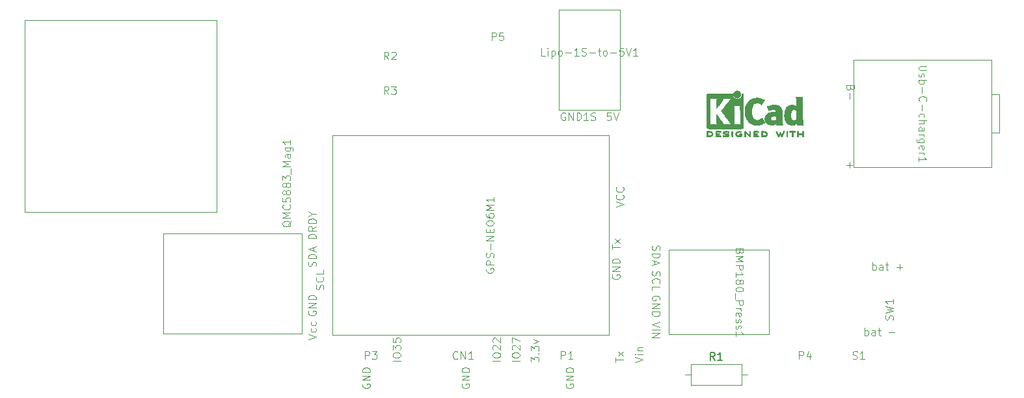
<source format=gbr>
%TF.GenerationSoftware,KiCad,Pcbnew,7.0.11+dfsg-1build4*%
%TF.CreationDate,2024-10-25T06:38:10+02:00*%
%TF.ProjectId,BertheVarioTac-Shema,42657274-6865-4566-9172-696f5461632d,rev?*%
%TF.SameCoordinates,Original*%
%TF.FileFunction,Legend,Top*%
%TF.FilePolarity,Positive*%
%FSLAX46Y46*%
G04 Gerber Fmt 4.6, Leading zero omitted, Abs format (unit mm)*
G04 Created by KiCad (PCBNEW 7.0.11+dfsg-1build4) date 2024-10-25 06:38:10*
%MOMM*%
%LPD*%
G01*
G04 APERTURE LIST*
%ADD10C,0.100000*%
%ADD11C,0.150000*%
%ADD12C,0.120000*%
%ADD13C,0.010000*%
G04 APERTURE END LIST*
D10*
X123372419Y-138196115D02*
X122372419Y-138196115D01*
X122372419Y-137529449D02*
X122372419Y-137338973D01*
X122372419Y-137338973D02*
X122420038Y-137243735D01*
X122420038Y-137243735D02*
X122515276Y-137148497D01*
X122515276Y-137148497D02*
X122705752Y-137100878D01*
X122705752Y-137100878D02*
X123039085Y-137100878D01*
X123039085Y-137100878D02*
X123229561Y-137148497D01*
X123229561Y-137148497D02*
X123324800Y-137243735D01*
X123324800Y-137243735D02*
X123372419Y-137338973D01*
X123372419Y-137338973D02*
X123372419Y-137529449D01*
X123372419Y-137529449D02*
X123324800Y-137624687D01*
X123324800Y-137624687D02*
X123229561Y-137719925D01*
X123229561Y-137719925D02*
X123039085Y-137767544D01*
X123039085Y-137767544D02*
X122705752Y-137767544D01*
X122705752Y-137767544D02*
X122515276Y-137719925D01*
X122515276Y-137719925D02*
X122420038Y-137624687D01*
X122420038Y-137624687D02*
X122372419Y-137529449D01*
X122467657Y-136719925D02*
X122420038Y-136672306D01*
X122420038Y-136672306D02*
X122372419Y-136577068D01*
X122372419Y-136577068D02*
X122372419Y-136338973D01*
X122372419Y-136338973D02*
X122420038Y-136243735D01*
X122420038Y-136243735D02*
X122467657Y-136196116D01*
X122467657Y-136196116D02*
X122562895Y-136148497D01*
X122562895Y-136148497D02*
X122658133Y-136148497D01*
X122658133Y-136148497D02*
X122800990Y-136196116D01*
X122800990Y-136196116D02*
X123372419Y-136767544D01*
X123372419Y-136767544D02*
X123372419Y-136148497D01*
X122372419Y-135815163D02*
X122372419Y-135148497D01*
X122372419Y-135148497D02*
X123372419Y-135577068D01*
X138372419Y-138338972D02*
X139372419Y-138005639D01*
X139372419Y-138005639D02*
X138372419Y-137672306D01*
X139372419Y-137338972D02*
X138705752Y-137338972D01*
X138372419Y-137338972D02*
X138420038Y-137386591D01*
X138420038Y-137386591D02*
X138467657Y-137338972D01*
X138467657Y-137338972D02*
X138420038Y-137291353D01*
X138420038Y-137291353D02*
X138372419Y-137338972D01*
X138372419Y-137338972D02*
X138467657Y-137338972D01*
X138705752Y-136862782D02*
X139372419Y-136862782D01*
X138800990Y-136862782D02*
X138753371Y-136815163D01*
X138753371Y-136815163D02*
X138705752Y-136719925D01*
X138705752Y-136719925D02*
X138705752Y-136577068D01*
X138705752Y-136577068D02*
X138753371Y-136481830D01*
X138753371Y-136481830D02*
X138848609Y-136434211D01*
X138848609Y-136434211D02*
X139372419Y-136434211D01*
X169303884Y-126372419D02*
X169303884Y-125372419D01*
X169303884Y-125753371D02*
X169399122Y-125705752D01*
X169399122Y-125705752D02*
X169589598Y-125705752D01*
X169589598Y-125705752D02*
X169684836Y-125753371D01*
X169684836Y-125753371D02*
X169732455Y-125800990D01*
X169732455Y-125800990D02*
X169780074Y-125896228D01*
X169780074Y-125896228D02*
X169780074Y-126181942D01*
X169780074Y-126181942D02*
X169732455Y-126277180D01*
X169732455Y-126277180D02*
X169684836Y-126324800D01*
X169684836Y-126324800D02*
X169589598Y-126372419D01*
X169589598Y-126372419D02*
X169399122Y-126372419D01*
X169399122Y-126372419D02*
X169303884Y-126324800D01*
X170637217Y-126372419D02*
X170637217Y-125848609D01*
X170637217Y-125848609D02*
X170589598Y-125753371D01*
X170589598Y-125753371D02*
X170494360Y-125705752D01*
X170494360Y-125705752D02*
X170303884Y-125705752D01*
X170303884Y-125705752D02*
X170208646Y-125753371D01*
X170637217Y-126324800D02*
X170541979Y-126372419D01*
X170541979Y-126372419D02*
X170303884Y-126372419D01*
X170303884Y-126372419D02*
X170208646Y-126324800D01*
X170208646Y-126324800D02*
X170161027Y-126229561D01*
X170161027Y-126229561D02*
X170161027Y-126134323D01*
X170161027Y-126134323D02*
X170208646Y-126039085D01*
X170208646Y-126039085D02*
X170303884Y-125991466D01*
X170303884Y-125991466D02*
X170541979Y-125991466D01*
X170541979Y-125991466D02*
X170637217Y-125943847D01*
X170970551Y-125705752D02*
X171351503Y-125705752D01*
X171113408Y-125372419D02*
X171113408Y-126229561D01*
X171113408Y-126229561D02*
X171161027Y-126324800D01*
X171161027Y-126324800D02*
X171256265Y-126372419D01*
X171256265Y-126372419D02*
X171351503Y-126372419D01*
X172446742Y-125991466D02*
X173208647Y-125991466D01*
X172827694Y-126372419D02*
X172827694Y-125610514D01*
X135872419Y-138338972D02*
X135872419Y-137767544D01*
X136872419Y-138053258D02*
X135872419Y-138053258D01*
X136872419Y-137529448D02*
X136205752Y-137005639D01*
X136205752Y-137529448D02*
X136872419Y-137005639D01*
X120872419Y-138196115D02*
X119872419Y-138196115D01*
X119872419Y-137529449D02*
X119872419Y-137338973D01*
X119872419Y-137338973D02*
X119920038Y-137243735D01*
X119920038Y-137243735D02*
X120015276Y-137148497D01*
X120015276Y-137148497D02*
X120205752Y-137100878D01*
X120205752Y-137100878D02*
X120539085Y-137100878D01*
X120539085Y-137100878D02*
X120729561Y-137148497D01*
X120729561Y-137148497D02*
X120824800Y-137243735D01*
X120824800Y-137243735D02*
X120872419Y-137338973D01*
X120872419Y-137338973D02*
X120872419Y-137529449D01*
X120872419Y-137529449D02*
X120824800Y-137624687D01*
X120824800Y-137624687D02*
X120729561Y-137719925D01*
X120729561Y-137719925D02*
X120539085Y-137767544D01*
X120539085Y-137767544D02*
X120205752Y-137767544D01*
X120205752Y-137767544D02*
X120015276Y-137719925D01*
X120015276Y-137719925D02*
X119920038Y-137624687D01*
X119920038Y-137624687D02*
X119872419Y-137529449D01*
X119967657Y-136719925D02*
X119920038Y-136672306D01*
X119920038Y-136672306D02*
X119872419Y-136577068D01*
X119872419Y-136577068D02*
X119872419Y-136338973D01*
X119872419Y-136338973D02*
X119920038Y-136243735D01*
X119920038Y-136243735D02*
X119967657Y-136196116D01*
X119967657Y-136196116D02*
X120062895Y-136148497D01*
X120062895Y-136148497D02*
X120158133Y-136148497D01*
X120158133Y-136148497D02*
X120300990Y-136196116D01*
X120300990Y-136196116D02*
X120872419Y-136767544D01*
X120872419Y-136767544D02*
X120872419Y-136148497D01*
X119967657Y-135767544D02*
X119920038Y-135719925D01*
X119920038Y-135719925D02*
X119872419Y-135624687D01*
X119872419Y-135624687D02*
X119872419Y-135386592D01*
X119872419Y-135386592D02*
X119920038Y-135291354D01*
X119920038Y-135291354D02*
X119967657Y-135243735D01*
X119967657Y-135243735D02*
X120062895Y-135196116D01*
X120062895Y-135196116D02*
X120158133Y-135196116D01*
X120158133Y-135196116D02*
X120300990Y-135243735D01*
X120300990Y-135243735D02*
X120872419Y-135815163D01*
X120872419Y-135815163D02*
X120872419Y-135196116D01*
X124872419Y-138291353D02*
X124872419Y-137672306D01*
X124872419Y-137672306D02*
X125253371Y-138005639D01*
X125253371Y-138005639D02*
X125253371Y-137862782D01*
X125253371Y-137862782D02*
X125300990Y-137767544D01*
X125300990Y-137767544D02*
X125348609Y-137719925D01*
X125348609Y-137719925D02*
X125443847Y-137672306D01*
X125443847Y-137672306D02*
X125681942Y-137672306D01*
X125681942Y-137672306D02*
X125777180Y-137719925D01*
X125777180Y-137719925D02*
X125824800Y-137767544D01*
X125824800Y-137767544D02*
X125872419Y-137862782D01*
X125872419Y-137862782D02*
X125872419Y-138148496D01*
X125872419Y-138148496D02*
X125824800Y-138243734D01*
X125824800Y-138243734D02*
X125777180Y-138291353D01*
X125777180Y-137243734D02*
X125824800Y-137196115D01*
X125824800Y-137196115D02*
X125872419Y-137243734D01*
X125872419Y-137243734D02*
X125824800Y-137291353D01*
X125824800Y-137291353D02*
X125777180Y-137243734D01*
X125777180Y-137243734D02*
X125872419Y-137243734D01*
X124872419Y-136862782D02*
X124872419Y-136243735D01*
X124872419Y-136243735D02*
X125253371Y-136577068D01*
X125253371Y-136577068D02*
X125253371Y-136434211D01*
X125253371Y-136434211D02*
X125300990Y-136338973D01*
X125300990Y-136338973D02*
X125348609Y-136291354D01*
X125348609Y-136291354D02*
X125443847Y-136243735D01*
X125443847Y-136243735D02*
X125681942Y-136243735D01*
X125681942Y-136243735D02*
X125777180Y-136291354D01*
X125777180Y-136291354D02*
X125824800Y-136338973D01*
X125824800Y-136338973D02*
X125872419Y-136434211D01*
X125872419Y-136434211D02*
X125872419Y-136719925D01*
X125872419Y-136719925D02*
X125824800Y-136815163D01*
X125824800Y-136815163D02*
X125777180Y-136862782D01*
X125205752Y-135910401D02*
X125872419Y-135672306D01*
X125872419Y-135672306D02*
X125205752Y-135434211D01*
X168303884Y-134872419D02*
X168303884Y-133872419D01*
X168303884Y-134253371D02*
X168399122Y-134205752D01*
X168399122Y-134205752D02*
X168589598Y-134205752D01*
X168589598Y-134205752D02*
X168684836Y-134253371D01*
X168684836Y-134253371D02*
X168732455Y-134300990D01*
X168732455Y-134300990D02*
X168780074Y-134396228D01*
X168780074Y-134396228D02*
X168780074Y-134681942D01*
X168780074Y-134681942D02*
X168732455Y-134777180D01*
X168732455Y-134777180D02*
X168684836Y-134824800D01*
X168684836Y-134824800D02*
X168589598Y-134872419D01*
X168589598Y-134872419D02*
X168399122Y-134872419D01*
X168399122Y-134872419D02*
X168303884Y-134824800D01*
X169637217Y-134872419D02*
X169637217Y-134348609D01*
X169637217Y-134348609D02*
X169589598Y-134253371D01*
X169589598Y-134253371D02*
X169494360Y-134205752D01*
X169494360Y-134205752D02*
X169303884Y-134205752D01*
X169303884Y-134205752D02*
X169208646Y-134253371D01*
X169637217Y-134824800D02*
X169541979Y-134872419D01*
X169541979Y-134872419D02*
X169303884Y-134872419D01*
X169303884Y-134872419D02*
X169208646Y-134824800D01*
X169208646Y-134824800D02*
X169161027Y-134729561D01*
X169161027Y-134729561D02*
X169161027Y-134634323D01*
X169161027Y-134634323D02*
X169208646Y-134539085D01*
X169208646Y-134539085D02*
X169303884Y-134491466D01*
X169303884Y-134491466D02*
X169541979Y-134491466D01*
X169541979Y-134491466D02*
X169637217Y-134443847D01*
X169970551Y-134205752D02*
X170351503Y-134205752D01*
X170113408Y-133872419D02*
X170113408Y-134729561D01*
X170113408Y-134729561D02*
X170161027Y-134824800D01*
X170161027Y-134824800D02*
X170256265Y-134872419D01*
X170256265Y-134872419D02*
X170351503Y-134872419D01*
X171446742Y-134491466D02*
X172208647Y-134491466D01*
X107872419Y-138196115D02*
X106872419Y-138196115D01*
X106872419Y-137529449D02*
X106872419Y-137338973D01*
X106872419Y-137338973D02*
X106920038Y-137243735D01*
X106920038Y-137243735D02*
X107015276Y-137148497D01*
X107015276Y-137148497D02*
X107205752Y-137100878D01*
X107205752Y-137100878D02*
X107539085Y-137100878D01*
X107539085Y-137100878D02*
X107729561Y-137148497D01*
X107729561Y-137148497D02*
X107824800Y-137243735D01*
X107824800Y-137243735D02*
X107872419Y-137338973D01*
X107872419Y-137338973D02*
X107872419Y-137529449D01*
X107872419Y-137529449D02*
X107824800Y-137624687D01*
X107824800Y-137624687D02*
X107729561Y-137719925D01*
X107729561Y-137719925D02*
X107539085Y-137767544D01*
X107539085Y-137767544D02*
X107205752Y-137767544D01*
X107205752Y-137767544D02*
X107015276Y-137719925D01*
X107015276Y-137719925D02*
X106920038Y-137624687D01*
X106920038Y-137624687D02*
X106872419Y-137529449D01*
X106872419Y-136767544D02*
X106872419Y-136148497D01*
X106872419Y-136148497D02*
X107253371Y-136481830D01*
X107253371Y-136481830D02*
X107253371Y-136338973D01*
X107253371Y-136338973D02*
X107300990Y-136243735D01*
X107300990Y-136243735D02*
X107348609Y-136196116D01*
X107348609Y-136196116D02*
X107443847Y-136148497D01*
X107443847Y-136148497D02*
X107681942Y-136148497D01*
X107681942Y-136148497D02*
X107777180Y-136196116D01*
X107777180Y-136196116D02*
X107824800Y-136243735D01*
X107824800Y-136243735D02*
X107872419Y-136338973D01*
X107872419Y-136338973D02*
X107872419Y-136624687D01*
X107872419Y-136624687D02*
X107824800Y-136719925D01*
X107824800Y-136719925D02*
X107777180Y-136767544D01*
X106872419Y-135243735D02*
X106872419Y-135719925D01*
X106872419Y-135719925D02*
X107348609Y-135767544D01*
X107348609Y-135767544D02*
X107300990Y-135719925D01*
X107300990Y-135719925D02*
X107253371Y-135624687D01*
X107253371Y-135624687D02*
X107253371Y-135386592D01*
X107253371Y-135386592D02*
X107300990Y-135291354D01*
X107300990Y-135291354D02*
X107348609Y-135243735D01*
X107348609Y-135243735D02*
X107443847Y-135196116D01*
X107443847Y-135196116D02*
X107681942Y-135196116D01*
X107681942Y-135196116D02*
X107777180Y-135243735D01*
X107777180Y-135243735D02*
X107824800Y-135291354D01*
X107824800Y-135291354D02*
X107872419Y-135386592D01*
X107872419Y-135386592D02*
X107872419Y-135624687D01*
X107872419Y-135624687D02*
X107824800Y-135719925D01*
X107824800Y-135719925D02*
X107777180Y-135767544D01*
X171909800Y-132833332D02*
X171957419Y-132690475D01*
X171957419Y-132690475D02*
X171957419Y-132452380D01*
X171957419Y-132452380D02*
X171909800Y-132357142D01*
X171909800Y-132357142D02*
X171862180Y-132309523D01*
X171862180Y-132309523D02*
X171766942Y-132261904D01*
X171766942Y-132261904D02*
X171671704Y-132261904D01*
X171671704Y-132261904D02*
X171576466Y-132309523D01*
X171576466Y-132309523D02*
X171528847Y-132357142D01*
X171528847Y-132357142D02*
X171481228Y-132452380D01*
X171481228Y-132452380D02*
X171433609Y-132642856D01*
X171433609Y-132642856D02*
X171385990Y-132738094D01*
X171385990Y-132738094D02*
X171338371Y-132785713D01*
X171338371Y-132785713D02*
X171243133Y-132833332D01*
X171243133Y-132833332D02*
X171147895Y-132833332D01*
X171147895Y-132833332D02*
X171052657Y-132785713D01*
X171052657Y-132785713D02*
X171005038Y-132738094D01*
X171005038Y-132738094D02*
X170957419Y-132642856D01*
X170957419Y-132642856D02*
X170957419Y-132404761D01*
X170957419Y-132404761D02*
X171005038Y-132261904D01*
X170957419Y-131928570D02*
X171957419Y-131690475D01*
X171957419Y-131690475D02*
X171243133Y-131499999D01*
X171243133Y-131499999D02*
X171957419Y-131309523D01*
X171957419Y-131309523D02*
X170957419Y-131071428D01*
X171957419Y-130166666D02*
X171957419Y-130738094D01*
X171957419Y-130452380D02*
X170957419Y-130452380D01*
X170957419Y-130452380D02*
X171100276Y-130547618D01*
X171100276Y-130547618D02*
X171195514Y-130642856D01*
X171195514Y-130642856D02*
X171243133Y-130738094D01*
X176342580Y-99809523D02*
X175533057Y-99809523D01*
X175533057Y-99809523D02*
X175437819Y-99857142D01*
X175437819Y-99857142D02*
X175390200Y-99904761D01*
X175390200Y-99904761D02*
X175342580Y-99999999D01*
X175342580Y-99999999D02*
X175342580Y-100190475D01*
X175342580Y-100190475D02*
X175390200Y-100285713D01*
X175390200Y-100285713D02*
X175437819Y-100333332D01*
X175437819Y-100333332D02*
X175533057Y-100380951D01*
X175533057Y-100380951D02*
X176342580Y-100380951D01*
X175390200Y-100809523D02*
X175342580Y-100904761D01*
X175342580Y-100904761D02*
X175342580Y-101095237D01*
X175342580Y-101095237D02*
X175390200Y-101190475D01*
X175390200Y-101190475D02*
X175485438Y-101238094D01*
X175485438Y-101238094D02*
X175533057Y-101238094D01*
X175533057Y-101238094D02*
X175628295Y-101190475D01*
X175628295Y-101190475D02*
X175675914Y-101095237D01*
X175675914Y-101095237D02*
X175675914Y-100952380D01*
X175675914Y-100952380D02*
X175723533Y-100857142D01*
X175723533Y-100857142D02*
X175818771Y-100809523D01*
X175818771Y-100809523D02*
X175866390Y-100809523D01*
X175866390Y-100809523D02*
X175961628Y-100857142D01*
X175961628Y-100857142D02*
X176009247Y-100952380D01*
X176009247Y-100952380D02*
X176009247Y-101095237D01*
X176009247Y-101095237D02*
X175961628Y-101190475D01*
X175342580Y-101666666D02*
X176342580Y-101666666D01*
X175961628Y-101666666D02*
X176009247Y-101761904D01*
X176009247Y-101761904D02*
X176009247Y-101952380D01*
X176009247Y-101952380D02*
X175961628Y-102047618D01*
X175961628Y-102047618D02*
X175914009Y-102095237D01*
X175914009Y-102095237D02*
X175818771Y-102142856D01*
X175818771Y-102142856D02*
X175533057Y-102142856D01*
X175533057Y-102142856D02*
X175437819Y-102095237D01*
X175437819Y-102095237D02*
X175390200Y-102047618D01*
X175390200Y-102047618D02*
X175342580Y-101952380D01*
X175342580Y-101952380D02*
X175342580Y-101761904D01*
X175342580Y-101761904D02*
X175390200Y-101666666D01*
X175723533Y-102571428D02*
X175723533Y-103333333D01*
X175437819Y-104380951D02*
X175390200Y-104333332D01*
X175390200Y-104333332D02*
X175342580Y-104190475D01*
X175342580Y-104190475D02*
X175342580Y-104095237D01*
X175342580Y-104095237D02*
X175390200Y-103952380D01*
X175390200Y-103952380D02*
X175485438Y-103857142D01*
X175485438Y-103857142D02*
X175580676Y-103809523D01*
X175580676Y-103809523D02*
X175771152Y-103761904D01*
X175771152Y-103761904D02*
X175914009Y-103761904D01*
X175914009Y-103761904D02*
X176104485Y-103809523D01*
X176104485Y-103809523D02*
X176199723Y-103857142D01*
X176199723Y-103857142D02*
X176294961Y-103952380D01*
X176294961Y-103952380D02*
X176342580Y-104095237D01*
X176342580Y-104095237D02*
X176342580Y-104190475D01*
X176342580Y-104190475D02*
X176294961Y-104333332D01*
X176294961Y-104333332D02*
X176247342Y-104380951D01*
X175723533Y-104809523D02*
X175723533Y-105571428D01*
X175390200Y-106476189D02*
X175342580Y-106380951D01*
X175342580Y-106380951D02*
X175342580Y-106190475D01*
X175342580Y-106190475D02*
X175390200Y-106095237D01*
X175390200Y-106095237D02*
X175437819Y-106047618D01*
X175437819Y-106047618D02*
X175533057Y-105999999D01*
X175533057Y-105999999D02*
X175818771Y-105999999D01*
X175818771Y-105999999D02*
X175914009Y-106047618D01*
X175914009Y-106047618D02*
X175961628Y-106095237D01*
X175961628Y-106095237D02*
X176009247Y-106190475D01*
X176009247Y-106190475D02*
X176009247Y-106380951D01*
X176009247Y-106380951D02*
X175961628Y-106476189D01*
X175342580Y-106904761D02*
X176342580Y-106904761D01*
X175342580Y-107333332D02*
X175866390Y-107333332D01*
X175866390Y-107333332D02*
X175961628Y-107285713D01*
X175961628Y-107285713D02*
X176009247Y-107190475D01*
X176009247Y-107190475D02*
X176009247Y-107047618D01*
X176009247Y-107047618D02*
X175961628Y-106952380D01*
X175961628Y-106952380D02*
X175914009Y-106904761D01*
X175342580Y-108238094D02*
X175866390Y-108238094D01*
X175866390Y-108238094D02*
X175961628Y-108190475D01*
X175961628Y-108190475D02*
X176009247Y-108095237D01*
X176009247Y-108095237D02*
X176009247Y-107904761D01*
X176009247Y-107904761D02*
X175961628Y-107809523D01*
X175390200Y-108238094D02*
X175342580Y-108142856D01*
X175342580Y-108142856D02*
X175342580Y-107904761D01*
X175342580Y-107904761D02*
X175390200Y-107809523D01*
X175390200Y-107809523D02*
X175485438Y-107761904D01*
X175485438Y-107761904D02*
X175580676Y-107761904D01*
X175580676Y-107761904D02*
X175675914Y-107809523D01*
X175675914Y-107809523D02*
X175723533Y-107904761D01*
X175723533Y-107904761D02*
X175723533Y-108142856D01*
X175723533Y-108142856D02*
X175771152Y-108238094D01*
X175342580Y-108714285D02*
X176009247Y-108714285D01*
X175818771Y-108714285D02*
X175914009Y-108761904D01*
X175914009Y-108761904D02*
X175961628Y-108809523D01*
X175961628Y-108809523D02*
X176009247Y-108904761D01*
X176009247Y-108904761D02*
X176009247Y-108999999D01*
X176009247Y-109761904D02*
X175199723Y-109761904D01*
X175199723Y-109761904D02*
X175104485Y-109714285D01*
X175104485Y-109714285D02*
X175056866Y-109666666D01*
X175056866Y-109666666D02*
X175009247Y-109571428D01*
X175009247Y-109571428D02*
X175009247Y-109428571D01*
X175009247Y-109428571D02*
X175056866Y-109333333D01*
X175390200Y-109761904D02*
X175342580Y-109666666D01*
X175342580Y-109666666D02*
X175342580Y-109476190D01*
X175342580Y-109476190D02*
X175390200Y-109380952D01*
X175390200Y-109380952D02*
X175437819Y-109333333D01*
X175437819Y-109333333D02*
X175533057Y-109285714D01*
X175533057Y-109285714D02*
X175818771Y-109285714D01*
X175818771Y-109285714D02*
X175914009Y-109333333D01*
X175914009Y-109333333D02*
X175961628Y-109380952D01*
X175961628Y-109380952D02*
X176009247Y-109476190D01*
X176009247Y-109476190D02*
X176009247Y-109666666D01*
X176009247Y-109666666D02*
X175961628Y-109761904D01*
X175390200Y-110619047D02*
X175342580Y-110523809D01*
X175342580Y-110523809D02*
X175342580Y-110333333D01*
X175342580Y-110333333D02*
X175390200Y-110238095D01*
X175390200Y-110238095D02*
X175485438Y-110190476D01*
X175485438Y-110190476D02*
X175866390Y-110190476D01*
X175866390Y-110190476D02*
X175961628Y-110238095D01*
X175961628Y-110238095D02*
X176009247Y-110333333D01*
X176009247Y-110333333D02*
X176009247Y-110523809D01*
X176009247Y-110523809D02*
X175961628Y-110619047D01*
X175961628Y-110619047D02*
X175866390Y-110666666D01*
X175866390Y-110666666D02*
X175771152Y-110666666D01*
X175771152Y-110666666D02*
X175675914Y-110190476D01*
X175342580Y-111095238D02*
X176009247Y-111095238D01*
X175818771Y-111095238D02*
X175914009Y-111142857D01*
X175914009Y-111142857D02*
X175961628Y-111190476D01*
X175961628Y-111190476D02*
X176009247Y-111285714D01*
X176009247Y-111285714D02*
X176009247Y-111380952D01*
X175342580Y-112238095D02*
X175342580Y-111666667D01*
X175342580Y-111952381D02*
X176342580Y-111952381D01*
X176342580Y-111952381D02*
X176199723Y-111857143D01*
X176199723Y-111857143D02*
X176104485Y-111761905D01*
X176104485Y-111761905D02*
X176056866Y-111666667D01*
X166451390Y-102637217D02*
X166403771Y-102780074D01*
X166403771Y-102780074D02*
X166356152Y-102827693D01*
X166356152Y-102827693D02*
X166260914Y-102875312D01*
X166260914Y-102875312D02*
X166118057Y-102875312D01*
X166118057Y-102875312D02*
X166022819Y-102827693D01*
X166022819Y-102827693D02*
X165975200Y-102780074D01*
X165975200Y-102780074D02*
X165927580Y-102684836D01*
X165927580Y-102684836D02*
X165927580Y-102303884D01*
X165927580Y-102303884D02*
X166927580Y-102303884D01*
X166927580Y-102303884D02*
X166927580Y-102637217D01*
X166927580Y-102637217D02*
X166879961Y-102732455D01*
X166879961Y-102732455D02*
X166832342Y-102780074D01*
X166832342Y-102780074D02*
X166737104Y-102827693D01*
X166737104Y-102827693D02*
X166641866Y-102827693D01*
X166641866Y-102827693D02*
X166546628Y-102780074D01*
X166546628Y-102780074D02*
X166499009Y-102732455D01*
X166499009Y-102732455D02*
X166451390Y-102637217D01*
X166451390Y-102637217D02*
X166451390Y-102303884D01*
X166308533Y-103303884D02*
X166308533Y-104065789D01*
X166308533Y-112303884D02*
X166308533Y-113065789D01*
X165927580Y-112684836D02*
X166689485Y-112684836D01*
D11*
X148793333Y-138084819D02*
X148460000Y-137608628D01*
X148221905Y-138084819D02*
X148221905Y-137084819D01*
X148221905Y-137084819D02*
X148602857Y-137084819D01*
X148602857Y-137084819D02*
X148698095Y-137132438D01*
X148698095Y-137132438D02*
X148745714Y-137180057D01*
X148745714Y-137180057D02*
X148793333Y-137275295D01*
X148793333Y-137275295D02*
X148793333Y-137418152D01*
X148793333Y-137418152D02*
X148745714Y-137513390D01*
X148745714Y-137513390D02*
X148698095Y-137561009D01*
X148698095Y-137561009D02*
X148602857Y-137608628D01*
X148602857Y-137608628D02*
X148221905Y-137608628D01*
X149745714Y-138084819D02*
X149174286Y-138084819D01*
X149460000Y-138084819D02*
X149460000Y-137084819D01*
X149460000Y-137084819D02*
X149364762Y-137227676D01*
X149364762Y-137227676D02*
X149269524Y-137322914D01*
X149269524Y-137322914D02*
X149174286Y-137370533D01*
D10*
X115309523Y-137862180D02*
X115261904Y-137909800D01*
X115261904Y-137909800D02*
X115119047Y-137957419D01*
X115119047Y-137957419D02*
X115023809Y-137957419D01*
X115023809Y-137957419D02*
X114880952Y-137909800D01*
X114880952Y-137909800D02*
X114785714Y-137814561D01*
X114785714Y-137814561D02*
X114738095Y-137719323D01*
X114738095Y-137719323D02*
X114690476Y-137528847D01*
X114690476Y-137528847D02*
X114690476Y-137385990D01*
X114690476Y-137385990D02*
X114738095Y-137195514D01*
X114738095Y-137195514D02*
X114785714Y-137100276D01*
X114785714Y-137100276D02*
X114880952Y-137005038D01*
X114880952Y-137005038D02*
X115023809Y-136957419D01*
X115023809Y-136957419D02*
X115119047Y-136957419D01*
X115119047Y-136957419D02*
X115261904Y-137005038D01*
X115261904Y-137005038D02*
X115309523Y-137052657D01*
X115738095Y-137957419D02*
X115738095Y-136957419D01*
X115738095Y-136957419D02*
X116309523Y-137957419D01*
X116309523Y-137957419D02*
X116309523Y-136957419D01*
X117309523Y-137957419D02*
X116738095Y-137957419D01*
X117023809Y-137957419D02*
X117023809Y-136957419D01*
X117023809Y-136957419D02*
X116928571Y-137100276D01*
X116928571Y-137100276D02*
X116833333Y-137195514D01*
X116833333Y-137195514D02*
X116738095Y-137243133D01*
X115880038Y-141172306D02*
X115832419Y-141267544D01*
X115832419Y-141267544D02*
X115832419Y-141410401D01*
X115832419Y-141410401D02*
X115880038Y-141553258D01*
X115880038Y-141553258D02*
X115975276Y-141648496D01*
X115975276Y-141648496D02*
X116070514Y-141696115D01*
X116070514Y-141696115D02*
X116260990Y-141743734D01*
X116260990Y-141743734D02*
X116403847Y-141743734D01*
X116403847Y-141743734D02*
X116594323Y-141696115D01*
X116594323Y-141696115D02*
X116689561Y-141648496D01*
X116689561Y-141648496D02*
X116784800Y-141553258D01*
X116784800Y-141553258D02*
X116832419Y-141410401D01*
X116832419Y-141410401D02*
X116832419Y-141315163D01*
X116832419Y-141315163D02*
X116784800Y-141172306D01*
X116784800Y-141172306D02*
X116737180Y-141124687D01*
X116737180Y-141124687D02*
X116403847Y-141124687D01*
X116403847Y-141124687D02*
X116403847Y-141315163D01*
X116832419Y-140696115D02*
X115832419Y-140696115D01*
X115832419Y-140696115D02*
X116832419Y-140124687D01*
X116832419Y-140124687D02*
X115832419Y-140124687D01*
X116832419Y-139648496D02*
X115832419Y-139648496D01*
X115832419Y-139648496D02*
X115832419Y-139410401D01*
X115832419Y-139410401D02*
X115880038Y-139267544D01*
X115880038Y-139267544D02*
X115975276Y-139172306D01*
X115975276Y-139172306D02*
X116070514Y-139124687D01*
X116070514Y-139124687D02*
X116260990Y-139077068D01*
X116260990Y-139077068D02*
X116403847Y-139077068D01*
X116403847Y-139077068D02*
X116594323Y-139124687D01*
X116594323Y-139124687D02*
X116689561Y-139172306D01*
X116689561Y-139172306D02*
X116784800Y-139267544D01*
X116784800Y-139267544D02*
X116832419Y-139410401D01*
X116832419Y-139410401D02*
X116832419Y-139648496D01*
X106333333Y-98957419D02*
X106000000Y-98481228D01*
X105761905Y-98957419D02*
X105761905Y-97957419D01*
X105761905Y-97957419D02*
X106142857Y-97957419D01*
X106142857Y-97957419D02*
X106238095Y-98005038D01*
X106238095Y-98005038D02*
X106285714Y-98052657D01*
X106285714Y-98052657D02*
X106333333Y-98147895D01*
X106333333Y-98147895D02*
X106333333Y-98290752D01*
X106333333Y-98290752D02*
X106285714Y-98385990D01*
X106285714Y-98385990D02*
X106238095Y-98433609D01*
X106238095Y-98433609D02*
X106142857Y-98481228D01*
X106142857Y-98481228D02*
X105761905Y-98481228D01*
X106714286Y-98052657D02*
X106761905Y-98005038D01*
X106761905Y-98005038D02*
X106857143Y-97957419D01*
X106857143Y-97957419D02*
X107095238Y-97957419D01*
X107095238Y-97957419D02*
X107190476Y-98005038D01*
X107190476Y-98005038D02*
X107238095Y-98052657D01*
X107238095Y-98052657D02*
X107285714Y-98147895D01*
X107285714Y-98147895D02*
X107285714Y-98243133D01*
X107285714Y-98243133D02*
X107238095Y-98385990D01*
X107238095Y-98385990D02*
X106666667Y-98957419D01*
X106666667Y-98957419D02*
X107285714Y-98957419D01*
X166738095Y-137909800D02*
X166880952Y-137957419D01*
X166880952Y-137957419D02*
X167119047Y-137957419D01*
X167119047Y-137957419D02*
X167214285Y-137909800D01*
X167214285Y-137909800D02*
X167261904Y-137862180D01*
X167261904Y-137862180D02*
X167309523Y-137766942D01*
X167309523Y-137766942D02*
X167309523Y-137671704D01*
X167309523Y-137671704D02*
X167261904Y-137576466D01*
X167261904Y-137576466D02*
X167214285Y-137528847D01*
X167214285Y-137528847D02*
X167119047Y-137481228D01*
X167119047Y-137481228D02*
X166928571Y-137433609D01*
X166928571Y-137433609D02*
X166833333Y-137385990D01*
X166833333Y-137385990D02*
X166785714Y-137338371D01*
X166785714Y-137338371D02*
X166738095Y-137243133D01*
X166738095Y-137243133D02*
X166738095Y-137147895D01*
X166738095Y-137147895D02*
X166785714Y-137052657D01*
X166785714Y-137052657D02*
X166833333Y-137005038D01*
X166833333Y-137005038D02*
X166928571Y-136957419D01*
X166928571Y-136957419D02*
X167166666Y-136957419D01*
X167166666Y-136957419D02*
X167309523Y-137005038D01*
X168261904Y-137957419D02*
X167690476Y-137957419D01*
X167976190Y-137957419D02*
X167976190Y-136957419D01*
X167976190Y-136957419D02*
X167880952Y-137100276D01*
X167880952Y-137100276D02*
X167785714Y-137195514D01*
X167785714Y-137195514D02*
X167690476Y-137243133D01*
X159761905Y-137957419D02*
X159761905Y-136957419D01*
X159761905Y-136957419D02*
X160142857Y-136957419D01*
X160142857Y-136957419D02*
X160238095Y-137005038D01*
X160238095Y-137005038D02*
X160285714Y-137052657D01*
X160285714Y-137052657D02*
X160333333Y-137147895D01*
X160333333Y-137147895D02*
X160333333Y-137290752D01*
X160333333Y-137290752D02*
X160285714Y-137385990D01*
X160285714Y-137385990D02*
X160238095Y-137433609D01*
X160238095Y-137433609D02*
X160142857Y-137481228D01*
X160142857Y-137481228D02*
X159761905Y-137481228D01*
X161190476Y-137290752D02*
X161190476Y-137957419D01*
X160952381Y-136909800D02*
X160714286Y-137624085D01*
X160714286Y-137624085D02*
X161333333Y-137624085D01*
X119041038Y-126167142D02*
X118993419Y-126262380D01*
X118993419Y-126262380D02*
X118993419Y-126405237D01*
X118993419Y-126405237D02*
X119041038Y-126548094D01*
X119041038Y-126548094D02*
X119136276Y-126643332D01*
X119136276Y-126643332D02*
X119231514Y-126690951D01*
X119231514Y-126690951D02*
X119421990Y-126738570D01*
X119421990Y-126738570D02*
X119564847Y-126738570D01*
X119564847Y-126738570D02*
X119755323Y-126690951D01*
X119755323Y-126690951D02*
X119850561Y-126643332D01*
X119850561Y-126643332D02*
X119945800Y-126548094D01*
X119945800Y-126548094D02*
X119993419Y-126405237D01*
X119993419Y-126405237D02*
X119993419Y-126309999D01*
X119993419Y-126309999D02*
X119945800Y-126167142D01*
X119945800Y-126167142D02*
X119898180Y-126119523D01*
X119898180Y-126119523D02*
X119564847Y-126119523D01*
X119564847Y-126119523D02*
X119564847Y-126309999D01*
X119993419Y-125690951D02*
X118993419Y-125690951D01*
X118993419Y-125690951D02*
X118993419Y-125309999D01*
X118993419Y-125309999D02*
X119041038Y-125214761D01*
X119041038Y-125214761D02*
X119088657Y-125167142D01*
X119088657Y-125167142D02*
X119183895Y-125119523D01*
X119183895Y-125119523D02*
X119326752Y-125119523D01*
X119326752Y-125119523D02*
X119421990Y-125167142D01*
X119421990Y-125167142D02*
X119469609Y-125214761D01*
X119469609Y-125214761D02*
X119517228Y-125309999D01*
X119517228Y-125309999D02*
X119517228Y-125690951D01*
X119945800Y-124738570D02*
X119993419Y-124595713D01*
X119993419Y-124595713D02*
X119993419Y-124357618D01*
X119993419Y-124357618D02*
X119945800Y-124262380D01*
X119945800Y-124262380D02*
X119898180Y-124214761D01*
X119898180Y-124214761D02*
X119802942Y-124167142D01*
X119802942Y-124167142D02*
X119707704Y-124167142D01*
X119707704Y-124167142D02*
X119612466Y-124214761D01*
X119612466Y-124214761D02*
X119564847Y-124262380D01*
X119564847Y-124262380D02*
X119517228Y-124357618D01*
X119517228Y-124357618D02*
X119469609Y-124548094D01*
X119469609Y-124548094D02*
X119421990Y-124643332D01*
X119421990Y-124643332D02*
X119374371Y-124690951D01*
X119374371Y-124690951D02*
X119279133Y-124738570D01*
X119279133Y-124738570D02*
X119183895Y-124738570D01*
X119183895Y-124738570D02*
X119088657Y-124690951D01*
X119088657Y-124690951D02*
X119041038Y-124643332D01*
X119041038Y-124643332D02*
X118993419Y-124548094D01*
X118993419Y-124548094D02*
X118993419Y-124309999D01*
X118993419Y-124309999D02*
X119041038Y-124167142D01*
X119612466Y-123738570D02*
X119612466Y-122976666D01*
X119993419Y-122500475D02*
X118993419Y-122500475D01*
X118993419Y-122500475D02*
X119993419Y-121929047D01*
X119993419Y-121929047D02*
X118993419Y-121929047D01*
X119469609Y-121452856D02*
X119469609Y-121119523D01*
X119993419Y-120976666D02*
X119993419Y-121452856D01*
X119993419Y-121452856D02*
X118993419Y-121452856D01*
X118993419Y-121452856D02*
X118993419Y-120976666D01*
X118993419Y-120357618D02*
X118993419Y-120167142D01*
X118993419Y-120167142D02*
X119041038Y-120071904D01*
X119041038Y-120071904D02*
X119136276Y-119976666D01*
X119136276Y-119976666D02*
X119326752Y-119929047D01*
X119326752Y-119929047D02*
X119660085Y-119929047D01*
X119660085Y-119929047D02*
X119850561Y-119976666D01*
X119850561Y-119976666D02*
X119945800Y-120071904D01*
X119945800Y-120071904D02*
X119993419Y-120167142D01*
X119993419Y-120167142D02*
X119993419Y-120357618D01*
X119993419Y-120357618D02*
X119945800Y-120452856D01*
X119945800Y-120452856D02*
X119850561Y-120548094D01*
X119850561Y-120548094D02*
X119660085Y-120595713D01*
X119660085Y-120595713D02*
X119326752Y-120595713D01*
X119326752Y-120595713D02*
X119136276Y-120548094D01*
X119136276Y-120548094D02*
X119041038Y-120452856D01*
X119041038Y-120452856D02*
X118993419Y-120357618D01*
X118993419Y-119071904D02*
X118993419Y-119262380D01*
X118993419Y-119262380D02*
X119041038Y-119357618D01*
X119041038Y-119357618D02*
X119088657Y-119405237D01*
X119088657Y-119405237D02*
X119231514Y-119500475D01*
X119231514Y-119500475D02*
X119421990Y-119548094D01*
X119421990Y-119548094D02*
X119802942Y-119548094D01*
X119802942Y-119548094D02*
X119898180Y-119500475D01*
X119898180Y-119500475D02*
X119945800Y-119452856D01*
X119945800Y-119452856D02*
X119993419Y-119357618D01*
X119993419Y-119357618D02*
X119993419Y-119167142D01*
X119993419Y-119167142D02*
X119945800Y-119071904D01*
X119945800Y-119071904D02*
X119898180Y-119024285D01*
X119898180Y-119024285D02*
X119802942Y-118976666D01*
X119802942Y-118976666D02*
X119564847Y-118976666D01*
X119564847Y-118976666D02*
X119469609Y-119024285D01*
X119469609Y-119024285D02*
X119421990Y-119071904D01*
X119421990Y-119071904D02*
X119374371Y-119167142D01*
X119374371Y-119167142D02*
X119374371Y-119357618D01*
X119374371Y-119357618D02*
X119421990Y-119452856D01*
X119421990Y-119452856D02*
X119469609Y-119500475D01*
X119469609Y-119500475D02*
X119564847Y-119548094D01*
X119993419Y-118548094D02*
X118993419Y-118548094D01*
X118993419Y-118548094D02*
X119707704Y-118214761D01*
X119707704Y-118214761D02*
X118993419Y-117881428D01*
X118993419Y-117881428D02*
X119993419Y-117881428D01*
X119993419Y-116881428D02*
X119993419Y-117452856D01*
X119993419Y-117167142D02*
X118993419Y-117167142D01*
X118993419Y-117167142D02*
X119136276Y-117262380D01*
X119136276Y-117262380D02*
X119231514Y-117357618D01*
X119231514Y-117357618D02*
X119279133Y-117452856D01*
X135408419Y-123648972D02*
X135408419Y-123077544D01*
X136408419Y-123363258D02*
X135408419Y-123363258D01*
X136408419Y-122839448D02*
X135741752Y-122315639D01*
X135741752Y-122839448D02*
X136408419Y-122315639D01*
X135456038Y-126982306D02*
X135408419Y-127077544D01*
X135408419Y-127077544D02*
X135408419Y-127220401D01*
X135408419Y-127220401D02*
X135456038Y-127363258D01*
X135456038Y-127363258D02*
X135551276Y-127458496D01*
X135551276Y-127458496D02*
X135646514Y-127506115D01*
X135646514Y-127506115D02*
X135836990Y-127553734D01*
X135836990Y-127553734D02*
X135979847Y-127553734D01*
X135979847Y-127553734D02*
X136170323Y-127506115D01*
X136170323Y-127506115D02*
X136265561Y-127458496D01*
X136265561Y-127458496D02*
X136360800Y-127363258D01*
X136360800Y-127363258D02*
X136408419Y-127220401D01*
X136408419Y-127220401D02*
X136408419Y-127125163D01*
X136408419Y-127125163D02*
X136360800Y-126982306D01*
X136360800Y-126982306D02*
X136313180Y-126934687D01*
X136313180Y-126934687D02*
X135979847Y-126934687D01*
X135979847Y-126934687D02*
X135979847Y-127125163D01*
X136408419Y-126506115D02*
X135408419Y-126506115D01*
X135408419Y-126506115D02*
X136408419Y-125934687D01*
X136408419Y-125934687D02*
X135408419Y-125934687D01*
X136408419Y-125458496D02*
X135408419Y-125458496D01*
X135408419Y-125458496D02*
X135408419Y-125220401D01*
X135408419Y-125220401D02*
X135456038Y-125077544D01*
X135456038Y-125077544D02*
X135551276Y-124982306D01*
X135551276Y-124982306D02*
X135646514Y-124934687D01*
X135646514Y-124934687D02*
X135836990Y-124887068D01*
X135836990Y-124887068D02*
X135979847Y-124887068D01*
X135979847Y-124887068D02*
X136170323Y-124934687D01*
X136170323Y-124934687D02*
X136265561Y-124982306D01*
X136265561Y-124982306D02*
X136360800Y-125077544D01*
X136360800Y-125077544D02*
X136408419Y-125220401D01*
X136408419Y-125220401D02*
X136408419Y-125458496D01*
X135908419Y-118148972D02*
X136908419Y-117815639D01*
X136908419Y-117815639D02*
X135908419Y-117482306D01*
X136813180Y-116577544D02*
X136860800Y-116625163D01*
X136860800Y-116625163D02*
X136908419Y-116768020D01*
X136908419Y-116768020D02*
X136908419Y-116863258D01*
X136908419Y-116863258D02*
X136860800Y-117006115D01*
X136860800Y-117006115D02*
X136765561Y-117101353D01*
X136765561Y-117101353D02*
X136670323Y-117148972D01*
X136670323Y-117148972D02*
X136479847Y-117196591D01*
X136479847Y-117196591D02*
X136336990Y-117196591D01*
X136336990Y-117196591D02*
X136146514Y-117148972D01*
X136146514Y-117148972D02*
X136051276Y-117101353D01*
X136051276Y-117101353D02*
X135956038Y-117006115D01*
X135956038Y-117006115D02*
X135908419Y-116863258D01*
X135908419Y-116863258D02*
X135908419Y-116768020D01*
X135908419Y-116768020D02*
X135956038Y-116625163D01*
X135956038Y-116625163D02*
X136003657Y-116577544D01*
X136813180Y-115577544D02*
X136860800Y-115625163D01*
X136860800Y-115625163D02*
X136908419Y-115768020D01*
X136908419Y-115768020D02*
X136908419Y-115863258D01*
X136908419Y-115863258D02*
X136860800Y-116006115D01*
X136860800Y-116006115D02*
X136765561Y-116101353D01*
X136765561Y-116101353D02*
X136670323Y-116148972D01*
X136670323Y-116148972D02*
X136479847Y-116196591D01*
X136479847Y-116196591D02*
X136336990Y-116196591D01*
X136336990Y-116196591D02*
X136146514Y-116148972D01*
X136146514Y-116148972D02*
X136051276Y-116101353D01*
X136051276Y-116101353D02*
X135956038Y-116006115D01*
X135956038Y-116006115D02*
X135908419Y-115863258D01*
X135908419Y-115863258D02*
X135908419Y-115768020D01*
X135908419Y-115768020D02*
X135956038Y-115625163D01*
X135956038Y-115625163D02*
X136003657Y-115577544D01*
X106333333Y-103457419D02*
X106000000Y-102981228D01*
X105761905Y-103457419D02*
X105761905Y-102457419D01*
X105761905Y-102457419D02*
X106142857Y-102457419D01*
X106142857Y-102457419D02*
X106238095Y-102505038D01*
X106238095Y-102505038D02*
X106285714Y-102552657D01*
X106285714Y-102552657D02*
X106333333Y-102647895D01*
X106333333Y-102647895D02*
X106333333Y-102790752D01*
X106333333Y-102790752D02*
X106285714Y-102885990D01*
X106285714Y-102885990D02*
X106238095Y-102933609D01*
X106238095Y-102933609D02*
X106142857Y-102981228D01*
X106142857Y-102981228D02*
X105761905Y-102981228D01*
X106666667Y-102457419D02*
X107285714Y-102457419D01*
X107285714Y-102457419D02*
X106952381Y-102838371D01*
X106952381Y-102838371D02*
X107095238Y-102838371D01*
X107095238Y-102838371D02*
X107190476Y-102885990D01*
X107190476Y-102885990D02*
X107238095Y-102933609D01*
X107238095Y-102933609D02*
X107285714Y-103028847D01*
X107285714Y-103028847D02*
X107285714Y-103266942D01*
X107285714Y-103266942D02*
X107238095Y-103362180D01*
X107238095Y-103362180D02*
X107190476Y-103409800D01*
X107190476Y-103409800D02*
X107095238Y-103457419D01*
X107095238Y-103457419D02*
X106809524Y-103457419D01*
X106809524Y-103457419D02*
X106714286Y-103409800D01*
X106714286Y-103409800D02*
X106666667Y-103362180D01*
X126698095Y-98457419D02*
X126221905Y-98457419D01*
X126221905Y-98457419D02*
X126221905Y-97457419D01*
X127031429Y-98457419D02*
X127031429Y-97790752D01*
X127031429Y-97457419D02*
X126983810Y-97505038D01*
X126983810Y-97505038D02*
X127031429Y-97552657D01*
X127031429Y-97552657D02*
X127079048Y-97505038D01*
X127079048Y-97505038D02*
X127031429Y-97457419D01*
X127031429Y-97457419D02*
X127031429Y-97552657D01*
X127507619Y-97790752D02*
X127507619Y-98790752D01*
X127507619Y-97838371D02*
X127602857Y-97790752D01*
X127602857Y-97790752D02*
X127793333Y-97790752D01*
X127793333Y-97790752D02*
X127888571Y-97838371D01*
X127888571Y-97838371D02*
X127936190Y-97885990D01*
X127936190Y-97885990D02*
X127983809Y-97981228D01*
X127983809Y-97981228D02*
X127983809Y-98266942D01*
X127983809Y-98266942D02*
X127936190Y-98362180D01*
X127936190Y-98362180D02*
X127888571Y-98409800D01*
X127888571Y-98409800D02*
X127793333Y-98457419D01*
X127793333Y-98457419D02*
X127602857Y-98457419D01*
X127602857Y-98457419D02*
X127507619Y-98409800D01*
X128555238Y-98457419D02*
X128460000Y-98409800D01*
X128460000Y-98409800D02*
X128412381Y-98362180D01*
X128412381Y-98362180D02*
X128364762Y-98266942D01*
X128364762Y-98266942D02*
X128364762Y-97981228D01*
X128364762Y-97981228D02*
X128412381Y-97885990D01*
X128412381Y-97885990D02*
X128460000Y-97838371D01*
X128460000Y-97838371D02*
X128555238Y-97790752D01*
X128555238Y-97790752D02*
X128698095Y-97790752D01*
X128698095Y-97790752D02*
X128793333Y-97838371D01*
X128793333Y-97838371D02*
X128840952Y-97885990D01*
X128840952Y-97885990D02*
X128888571Y-97981228D01*
X128888571Y-97981228D02*
X128888571Y-98266942D01*
X128888571Y-98266942D02*
X128840952Y-98362180D01*
X128840952Y-98362180D02*
X128793333Y-98409800D01*
X128793333Y-98409800D02*
X128698095Y-98457419D01*
X128698095Y-98457419D02*
X128555238Y-98457419D01*
X129317143Y-98076466D02*
X130079048Y-98076466D01*
X131079047Y-98457419D02*
X130507619Y-98457419D01*
X130793333Y-98457419D02*
X130793333Y-97457419D01*
X130793333Y-97457419D02*
X130698095Y-97600276D01*
X130698095Y-97600276D02*
X130602857Y-97695514D01*
X130602857Y-97695514D02*
X130507619Y-97743133D01*
X131460000Y-98409800D02*
X131602857Y-98457419D01*
X131602857Y-98457419D02*
X131840952Y-98457419D01*
X131840952Y-98457419D02*
X131936190Y-98409800D01*
X131936190Y-98409800D02*
X131983809Y-98362180D01*
X131983809Y-98362180D02*
X132031428Y-98266942D01*
X132031428Y-98266942D02*
X132031428Y-98171704D01*
X132031428Y-98171704D02*
X131983809Y-98076466D01*
X131983809Y-98076466D02*
X131936190Y-98028847D01*
X131936190Y-98028847D02*
X131840952Y-97981228D01*
X131840952Y-97981228D02*
X131650476Y-97933609D01*
X131650476Y-97933609D02*
X131555238Y-97885990D01*
X131555238Y-97885990D02*
X131507619Y-97838371D01*
X131507619Y-97838371D02*
X131460000Y-97743133D01*
X131460000Y-97743133D02*
X131460000Y-97647895D01*
X131460000Y-97647895D02*
X131507619Y-97552657D01*
X131507619Y-97552657D02*
X131555238Y-97505038D01*
X131555238Y-97505038D02*
X131650476Y-97457419D01*
X131650476Y-97457419D02*
X131888571Y-97457419D01*
X131888571Y-97457419D02*
X132031428Y-97505038D01*
X132460000Y-98076466D02*
X133221905Y-98076466D01*
X133555238Y-97790752D02*
X133936190Y-97790752D01*
X133698095Y-97457419D02*
X133698095Y-98314561D01*
X133698095Y-98314561D02*
X133745714Y-98409800D01*
X133745714Y-98409800D02*
X133840952Y-98457419D01*
X133840952Y-98457419D02*
X133936190Y-98457419D01*
X134412381Y-98457419D02*
X134317143Y-98409800D01*
X134317143Y-98409800D02*
X134269524Y-98362180D01*
X134269524Y-98362180D02*
X134221905Y-98266942D01*
X134221905Y-98266942D02*
X134221905Y-97981228D01*
X134221905Y-97981228D02*
X134269524Y-97885990D01*
X134269524Y-97885990D02*
X134317143Y-97838371D01*
X134317143Y-97838371D02*
X134412381Y-97790752D01*
X134412381Y-97790752D02*
X134555238Y-97790752D01*
X134555238Y-97790752D02*
X134650476Y-97838371D01*
X134650476Y-97838371D02*
X134698095Y-97885990D01*
X134698095Y-97885990D02*
X134745714Y-97981228D01*
X134745714Y-97981228D02*
X134745714Y-98266942D01*
X134745714Y-98266942D02*
X134698095Y-98362180D01*
X134698095Y-98362180D02*
X134650476Y-98409800D01*
X134650476Y-98409800D02*
X134555238Y-98457419D01*
X134555238Y-98457419D02*
X134412381Y-98457419D01*
X135174286Y-98076466D02*
X135936191Y-98076466D01*
X136888571Y-97457419D02*
X136412381Y-97457419D01*
X136412381Y-97457419D02*
X136364762Y-97933609D01*
X136364762Y-97933609D02*
X136412381Y-97885990D01*
X136412381Y-97885990D02*
X136507619Y-97838371D01*
X136507619Y-97838371D02*
X136745714Y-97838371D01*
X136745714Y-97838371D02*
X136840952Y-97885990D01*
X136840952Y-97885990D02*
X136888571Y-97933609D01*
X136888571Y-97933609D02*
X136936190Y-98028847D01*
X136936190Y-98028847D02*
X136936190Y-98266942D01*
X136936190Y-98266942D02*
X136888571Y-98362180D01*
X136888571Y-98362180D02*
X136840952Y-98409800D01*
X136840952Y-98409800D02*
X136745714Y-98457419D01*
X136745714Y-98457419D02*
X136507619Y-98457419D01*
X136507619Y-98457419D02*
X136412381Y-98409800D01*
X136412381Y-98409800D02*
X136364762Y-98362180D01*
X137221905Y-97457419D02*
X137555238Y-98457419D01*
X137555238Y-98457419D02*
X137888571Y-97457419D01*
X138745714Y-98457419D02*
X138174286Y-98457419D01*
X138460000Y-98457419D02*
X138460000Y-97457419D01*
X138460000Y-97457419D02*
X138364762Y-97600276D01*
X138364762Y-97600276D02*
X138269524Y-97695514D01*
X138269524Y-97695514D02*
X138174286Y-97743133D01*
X129287693Y-105920038D02*
X129192455Y-105872419D01*
X129192455Y-105872419D02*
X129049598Y-105872419D01*
X129049598Y-105872419D02*
X128906741Y-105920038D01*
X128906741Y-105920038D02*
X128811503Y-106015276D01*
X128811503Y-106015276D02*
X128763884Y-106110514D01*
X128763884Y-106110514D02*
X128716265Y-106300990D01*
X128716265Y-106300990D02*
X128716265Y-106443847D01*
X128716265Y-106443847D02*
X128763884Y-106634323D01*
X128763884Y-106634323D02*
X128811503Y-106729561D01*
X128811503Y-106729561D02*
X128906741Y-106824800D01*
X128906741Y-106824800D02*
X129049598Y-106872419D01*
X129049598Y-106872419D02*
X129144836Y-106872419D01*
X129144836Y-106872419D02*
X129287693Y-106824800D01*
X129287693Y-106824800D02*
X129335312Y-106777180D01*
X129335312Y-106777180D02*
X129335312Y-106443847D01*
X129335312Y-106443847D02*
X129144836Y-106443847D01*
X129763884Y-106872419D02*
X129763884Y-105872419D01*
X129763884Y-105872419D02*
X130335312Y-106872419D01*
X130335312Y-106872419D02*
X130335312Y-105872419D01*
X130811503Y-106872419D02*
X130811503Y-105872419D01*
X130811503Y-105872419D02*
X131049598Y-105872419D01*
X131049598Y-105872419D02*
X131192455Y-105920038D01*
X131192455Y-105920038D02*
X131287693Y-106015276D01*
X131287693Y-106015276D02*
X131335312Y-106110514D01*
X131335312Y-106110514D02*
X131382931Y-106300990D01*
X131382931Y-106300990D02*
X131382931Y-106443847D01*
X131382931Y-106443847D02*
X131335312Y-106634323D01*
X131335312Y-106634323D02*
X131287693Y-106729561D01*
X131287693Y-106729561D02*
X131192455Y-106824800D01*
X131192455Y-106824800D02*
X131049598Y-106872419D01*
X131049598Y-106872419D02*
X130811503Y-106872419D01*
X132287693Y-106872419D02*
X131716265Y-106872419D01*
X132001979Y-106872419D02*
X132001979Y-105872419D01*
X132001979Y-105872419D02*
X131906741Y-106015276D01*
X131906741Y-106015276D02*
X131811503Y-106110514D01*
X131811503Y-106110514D02*
X131716265Y-106158133D01*
X132668646Y-106824800D02*
X132811503Y-106872419D01*
X132811503Y-106872419D02*
X133049598Y-106872419D01*
X133049598Y-106872419D02*
X133144836Y-106824800D01*
X133144836Y-106824800D02*
X133192455Y-106777180D01*
X133192455Y-106777180D02*
X133240074Y-106681942D01*
X133240074Y-106681942D02*
X133240074Y-106586704D01*
X133240074Y-106586704D02*
X133192455Y-106491466D01*
X133192455Y-106491466D02*
X133144836Y-106443847D01*
X133144836Y-106443847D02*
X133049598Y-106396228D01*
X133049598Y-106396228D02*
X132859122Y-106348609D01*
X132859122Y-106348609D02*
X132763884Y-106300990D01*
X132763884Y-106300990D02*
X132716265Y-106253371D01*
X132716265Y-106253371D02*
X132668646Y-106158133D01*
X132668646Y-106158133D02*
X132668646Y-106062895D01*
X132668646Y-106062895D02*
X132716265Y-105967657D01*
X132716265Y-105967657D02*
X132763884Y-105920038D01*
X132763884Y-105920038D02*
X132859122Y-105872419D01*
X132859122Y-105872419D02*
X133097217Y-105872419D01*
X133097217Y-105872419D02*
X133240074Y-105920038D01*
X135240074Y-105872419D02*
X134763884Y-105872419D01*
X134763884Y-105872419D02*
X134716265Y-106348609D01*
X134716265Y-106348609D02*
X134763884Y-106300990D01*
X134763884Y-106300990D02*
X134859122Y-106253371D01*
X134859122Y-106253371D02*
X135097217Y-106253371D01*
X135097217Y-106253371D02*
X135192455Y-106300990D01*
X135192455Y-106300990D02*
X135240074Y-106348609D01*
X135240074Y-106348609D02*
X135287693Y-106443847D01*
X135287693Y-106443847D02*
X135287693Y-106681942D01*
X135287693Y-106681942D02*
X135240074Y-106777180D01*
X135240074Y-106777180D02*
X135192455Y-106824800D01*
X135192455Y-106824800D02*
X135097217Y-106872419D01*
X135097217Y-106872419D02*
X134859122Y-106872419D01*
X134859122Y-106872419D02*
X134763884Y-106824800D01*
X134763884Y-106824800D02*
X134716265Y-106777180D01*
X135573408Y-105872419D02*
X135906741Y-106872419D01*
X135906741Y-106872419D02*
X136240074Y-105872419D01*
X93632657Y-119968571D02*
X93585038Y-120063809D01*
X93585038Y-120063809D02*
X93489800Y-120159047D01*
X93489800Y-120159047D02*
X93346942Y-120301904D01*
X93346942Y-120301904D02*
X93299323Y-120397142D01*
X93299323Y-120397142D02*
X93299323Y-120492380D01*
X93537419Y-120444761D02*
X93489800Y-120539999D01*
X93489800Y-120539999D02*
X93394561Y-120635237D01*
X93394561Y-120635237D02*
X93204085Y-120682856D01*
X93204085Y-120682856D02*
X92870752Y-120682856D01*
X92870752Y-120682856D02*
X92680276Y-120635237D01*
X92680276Y-120635237D02*
X92585038Y-120539999D01*
X92585038Y-120539999D02*
X92537419Y-120444761D01*
X92537419Y-120444761D02*
X92537419Y-120254285D01*
X92537419Y-120254285D02*
X92585038Y-120159047D01*
X92585038Y-120159047D02*
X92680276Y-120063809D01*
X92680276Y-120063809D02*
X92870752Y-120016190D01*
X92870752Y-120016190D02*
X93204085Y-120016190D01*
X93204085Y-120016190D02*
X93394561Y-120063809D01*
X93394561Y-120063809D02*
X93489800Y-120159047D01*
X93489800Y-120159047D02*
X93537419Y-120254285D01*
X93537419Y-120254285D02*
X93537419Y-120444761D01*
X93537419Y-119587618D02*
X92537419Y-119587618D01*
X92537419Y-119587618D02*
X93251704Y-119254285D01*
X93251704Y-119254285D02*
X92537419Y-118920952D01*
X92537419Y-118920952D02*
X93537419Y-118920952D01*
X93442180Y-117873333D02*
X93489800Y-117920952D01*
X93489800Y-117920952D02*
X93537419Y-118063809D01*
X93537419Y-118063809D02*
X93537419Y-118159047D01*
X93537419Y-118159047D02*
X93489800Y-118301904D01*
X93489800Y-118301904D02*
X93394561Y-118397142D01*
X93394561Y-118397142D02*
X93299323Y-118444761D01*
X93299323Y-118444761D02*
X93108847Y-118492380D01*
X93108847Y-118492380D02*
X92965990Y-118492380D01*
X92965990Y-118492380D02*
X92775514Y-118444761D01*
X92775514Y-118444761D02*
X92680276Y-118397142D01*
X92680276Y-118397142D02*
X92585038Y-118301904D01*
X92585038Y-118301904D02*
X92537419Y-118159047D01*
X92537419Y-118159047D02*
X92537419Y-118063809D01*
X92537419Y-118063809D02*
X92585038Y-117920952D01*
X92585038Y-117920952D02*
X92632657Y-117873333D01*
X92537419Y-116968571D02*
X92537419Y-117444761D01*
X92537419Y-117444761D02*
X93013609Y-117492380D01*
X93013609Y-117492380D02*
X92965990Y-117444761D01*
X92965990Y-117444761D02*
X92918371Y-117349523D01*
X92918371Y-117349523D02*
X92918371Y-117111428D01*
X92918371Y-117111428D02*
X92965990Y-117016190D01*
X92965990Y-117016190D02*
X93013609Y-116968571D01*
X93013609Y-116968571D02*
X93108847Y-116920952D01*
X93108847Y-116920952D02*
X93346942Y-116920952D01*
X93346942Y-116920952D02*
X93442180Y-116968571D01*
X93442180Y-116968571D02*
X93489800Y-117016190D01*
X93489800Y-117016190D02*
X93537419Y-117111428D01*
X93537419Y-117111428D02*
X93537419Y-117349523D01*
X93537419Y-117349523D02*
X93489800Y-117444761D01*
X93489800Y-117444761D02*
X93442180Y-117492380D01*
X92965990Y-116349523D02*
X92918371Y-116444761D01*
X92918371Y-116444761D02*
X92870752Y-116492380D01*
X92870752Y-116492380D02*
X92775514Y-116539999D01*
X92775514Y-116539999D02*
X92727895Y-116539999D01*
X92727895Y-116539999D02*
X92632657Y-116492380D01*
X92632657Y-116492380D02*
X92585038Y-116444761D01*
X92585038Y-116444761D02*
X92537419Y-116349523D01*
X92537419Y-116349523D02*
X92537419Y-116159047D01*
X92537419Y-116159047D02*
X92585038Y-116063809D01*
X92585038Y-116063809D02*
X92632657Y-116016190D01*
X92632657Y-116016190D02*
X92727895Y-115968571D01*
X92727895Y-115968571D02*
X92775514Y-115968571D01*
X92775514Y-115968571D02*
X92870752Y-116016190D01*
X92870752Y-116016190D02*
X92918371Y-116063809D01*
X92918371Y-116063809D02*
X92965990Y-116159047D01*
X92965990Y-116159047D02*
X92965990Y-116349523D01*
X92965990Y-116349523D02*
X93013609Y-116444761D01*
X93013609Y-116444761D02*
X93061228Y-116492380D01*
X93061228Y-116492380D02*
X93156466Y-116539999D01*
X93156466Y-116539999D02*
X93346942Y-116539999D01*
X93346942Y-116539999D02*
X93442180Y-116492380D01*
X93442180Y-116492380D02*
X93489800Y-116444761D01*
X93489800Y-116444761D02*
X93537419Y-116349523D01*
X93537419Y-116349523D02*
X93537419Y-116159047D01*
X93537419Y-116159047D02*
X93489800Y-116063809D01*
X93489800Y-116063809D02*
X93442180Y-116016190D01*
X93442180Y-116016190D02*
X93346942Y-115968571D01*
X93346942Y-115968571D02*
X93156466Y-115968571D01*
X93156466Y-115968571D02*
X93061228Y-116016190D01*
X93061228Y-116016190D02*
X93013609Y-116063809D01*
X93013609Y-116063809D02*
X92965990Y-116159047D01*
X92965990Y-115397142D02*
X92918371Y-115492380D01*
X92918371Y-115492380D02*
X92870752Y-115539999D01*
X92870752Y-115539999D02*
X92775514Y-115587618D01*
X92775514Y-115587618D02*
X92727895Y-115587618D01*
X92727895Y-115587618D02*
X92632657Y-115539999D01*
X92632657Y-115539999D02*
X92585038Y-115492380D01*
X92585038Y-115492380D02*
X92537419Y-115397142D01*
X92537419Y-115397142D02*
X92537419Y-115206666D01*
X92537419Y-115206666D02*
X92585038Y-115111428D01*
X92585038Y-115111428D02*
X92632657Y-115063809D01*
X92632657Y-115063809D02*
X92727895Y-115016190D01*
X92727895Y-115016190D02*
X92775514Y-115016190D01*
X92775514Y-115016190D02*
X92870752Y-115063809D01*
X92870752Y-115063809D02*
X92918371Y-115111428D01*
X92918371Y-115111428D02*
X92965990Y-115206666D01*
X92965990Y-115206666D02*
X92965990Y-115397142D01*
X92965990Y-115397142D02*
X93013609Y-115492380D01*
X93013609Y-115492380D02*
X93061228Y-115539999D01*
X93061228Y-115539999D02*
X93156466Y-115587618D01*
X93156466Y-115587618D02*
X93346942Y-115587618D01*
X93346942Y-115587618D02*
X93442180Y-115539999D01*
X93442180Y-115539999D02*
X93489800Y-115492380D01*
X93489800Y-115492380D02*
X93537419Y-115397142D01*
X93537419Y-115397142D02*
X93537419Y-115206666D01*
X93537419Y-115206666D02*
X93489800Y-115111428D01*
X93489800Y-115111428D02*
X93442180Y-115063809D01*
X93442180Y-115063809D02*
X93346942Y-115016190D01*
X93346942Y-115016190D02*
X93156466Y-115016190D01*
X93156466Y-115016190D02*
X93061228Y-115063809D01*
X93061228Y-115063809D02*
X93013609Y-115111428D01*
X93013609Y-115111428D02*
X92965990Y-115206666D01*
X92537419Y-114682856D02*
X92537419Y-114063809D01*
X92537419Y-114063809D02*
X92918371Y-114397142D01*
X92918371Y-114397142D02*
X92918371Y-114254285D01*
X92918371Y-114254285D02*
X92965990Y-114159047D01*
X92965990Y-114159047D02*
X93013609Y-114111428D01*
X93013609Y-114111428D02*
X93108847Y-114063809D01*
X93108847Y-114063809D02*
X93346942Y-114063809D01*
X93346942Y-114063809D02*
X93442180Y-114111428D01*
X93442180Y-114111428D02*
X93489800Y-114159047D01*
X93489800Y-114159047D02*
X93537419Y-114254285D01*
X93537419Y-114254285D02*
X93537419Y-114539999D01*
X93537419Y-114539999D02*
X93489800Y-114635237D01*
X93489800Y-114635237D02*
X93442180Y-114682856D01*
X93632657Y-113873333D02*
X93632657Y-113111428D01*
X93537419Y-112873332D02*
X92537419Y-112873332D01*
X92537419Y-112873332D02*
X93251704Y-112539999D01*
X93251704Y-112539999D02*
X92537419Y-112206666D01*
X92537419Y-112206666D02*
X93537419Y-112206666D01*
X93537419Y-111301904D02*
X93013609Y-111301904D01*
X93013609Y-111301904D02*
X92918371Y-111349523D01*
X92918371Y-111349523D02*
X92870752Y-111444761D01*
X92870752Y-111444761D02*
X92870752Y-111635237D01*
X92870752Y-111635237D02*
X92918371Y-111730475D01*
X93489800Y-111301904D02*
X93537419Y-111397142D01*
X93537419Y-111397142D02*
X93537419Y-111635237D01*
X93537419Y-111635237D02*
X93489800Y-111730475D01*
X93489800Y-111730475D02*
X93394561Y-111778094D01*
X93394561Y-111778094D02*
X93299323Y-111778094D01*
X93299323Y-111778094D02*
X93204085Y-111730475D01*
X93204085Y-111730475D02*
X93156466Y-111635237D01*
X93156466Y-111635237D02*
X93156466Y-111397142D01*
X93156466Y-111397142D02*
X93108847Y-111301904D01*
X92870752Y-110397142D02*
X93680276Y-110397142D01*
X93680276Y-110397142D02*
X93775514Y-110444761D01*
X93775514Y-110444761D02*
X93823133Y-110492380D01*
X93823133Y-110492380D02*
X93870752Y-110587618D01*
X93870752Y-110587618D02*
X93870752Y-110730475D01*
X93870752Y-110730475D02*
X93823133Y-110825713D01*
X93489800Y-110397142D02*
X93537419Y-110492380D01*
X93537419Y-110492380D02*
X93537419Y-110682856D01*
X93537419Y-110682856D02*
X93489800Y-110778094D01*
X93489800Y-110778094D02*
X93442180Y-110825713D01*
X93442180Y-110825713D02*
X93346942Y-110873332D01*
X93346942Y-110873332D02*
X93061228Y-110873332D01*
X93061228Y-110873332D02*
X92965990Y-110825713D01*
X92965990Y-110825713D02*
X92918371Y-110778094D01*
X92918371Y-110778094D02*
X92870752Y-110682856D01*
X92870752Y-110682856D02*
X92870752Y-110492380D01*
X92870752Y-110492380D02*
X92918371Y-110397142D01*
X93537419Y-109397142D02*
X93537419Y-109968570D01*
X93537419Y-109682856D02*
X92537419Y-109682856D01*
X92537419Y-109682856D02*
X92680276Y-109778094D01*
X92680276Y-109778094D02*
X92775514Y-109873332D01*
X92775514Y-109873332D02*
X92823133Y-109968570D01*
X95920038Y-131712306D02*
X95872419Y-131807544D01*
X95872419Y-131807544D02*
X95872419Y-131950401D01*
X95872419Y-131950401D02*
X95920038Y-132093258D01*
X95920038Y-132093258D02*
X96015276Y-132188496D01*
X96015276Y-132188496D02*
X96110514Y-132236115D01*
X96110514Y-132236115D02*
X96300990Y-132283734D01*
X96300990Y-132283734D02*
X96443847Y-132283734D01*
X96443847Y-132283734D02*
X96634323Y-132236115D01*
X96634323Y-132236115D02*
X96729561Y-132188496D01*
X96729561Y-132188496D02*
X96824800Y-132093258D01*
X96824800Y-132093258D02*
X96872419Y-131950401D01*
X96872419Y-131950401D02*
X96872419Y-131855163D01*
X96872419Y-131855163D02*
X96824800Y-131712306D01*
X96824800Y-131712306D02*
X96777180Y-131664687D01*
X96777180Y-131664687D02*
X96443847Y-131664687D01*
X96443847Y-131664687D02*
X96443847Y-131855163D01*
X96872419Y-131236115D02*
X95872419Y-131236115D01*
X95872419Y-131236115D02*
X96872419Y-130664687D01*
X96872419Y-130664687D02*
X95872419Y-130664687D01*
X96872419Y-130188496D02*
X95872419Y-130188496D01*
X95872419Y-130188496D02*
X95872419Y-129950401D01*
X95872419Y-129950401D02*
X95920038Y-129807544D01*
X95920038Y-129807544D02*
X96015276Y-129712306D01*
X96015276Y-129712306D02*
X96110514Y-129664687D01*
X96110514Y-129664687D02*
X96300990Y-129617068D01*
X96300990Y-129617068D02*
X96443847Y-129617068D01*
X96443847Y-129617068D02*
X96634323Y-129664687D01*
X96634323Y-129664687D02*
X96729561Y-129712306D01*
X96729561Y-129712306D02*
X96824800Y-129807544D01*
X96824800Y-129807544D02*
X96872419Y-129950401D01*
X96872419Y-129950401D02*
X96872419Y-130188496D01*
X96824800Y-125863734D02*
X96872419Y-125720877D01*
X96872419Y-125720877D02*
X96872419Y-125482782D01*
X96872419Y-125482782D02*
X96824800Y-125387544D01*
X96824800Y-125387544D02*
X96777180Y-125339925D01*
X96777180Y-125339925D02*
X96681942Y-125292306D01*
X96681942Y-125292306D02*
X96586704Y-125292306D01*
X96586704Y-125292306D02*
X96491466Y-125339925D01*
X96491466Y-125339925D02*
X96443847Y-125387544D01*
X96443847Y-125387544D02*
X96396228Y-125482782D01*
X96396228Y-125482782D02*
X96348609Y-125673258D01*
X96348609Y-125673258D02*
X96300990Y-125768496D01*
X96300990Y-125768496D02*
X96253371Y-125816115D01*
X96253371Y-125816115D02*
X96158133Y-125863734D01*
X96158133Y-125863734D02*
X96062895Y-125863734D01*
X96062895Y-125863734D02*
X95967657Y-125816115D01*
X95967657Y-125816115D02*
X95920038Y-125768496D01*
X95920038Y-125768496D02*
X95872419Y-125673258D01*
X95872419Y-125673258D02*
X95872419Y-125435163D01*
X95872419Y-125435163D02*
X95920038Y-125292306D01*
X96872419Y-124863734D02*
X95872419Y-124863734D01*
X95872419Y-124863734D02*
X95872419Y-124625639D01*
X95872419Y-124625639D02*
X95920038Y-124482782D01*
X95920038Y-124482782D02*
X96015276Y-124387544D01*
X96015276Y-124387544D02*
X96110514Y-124339925D01*
X96110514Y-124339925D02*
X96300990Y-124292306D01*
X96300990Y-124292306D02*
X96443847Y-124292306D01*
X96443847Y-124292306D02*
X96634323Y-124339925D01*
X96634323Y-124339925D02*
X96729561Y-124387544D01*
X96729561Y-124387544D02*
X96824800Y-124482782D01*
X96824800Y-124482782D02*
X96872419Y-124625639D01*
X96872419Y-124625639D02*
X96872419Y-124863734D01*
X96586704Y-123911353D02*
X96586704Y-123435163D01*
X96872419Y-124006591D02*
X95872419Y-123673258D01*
X95872419Y-123673258D02*
X96872419Y-123339925D01*
X97824800Y-128863734D02*
X97872419Y-128720877D01*
X97872419Y-128720877D02*
X97872419Y-128482782D01*
X97872419Y-128482782D02*
X97824800Y-128387544D01*
X97824800Y-128387544D02*
X97777180Y-128339925D01*
X97777180Y-128339925D02*
X97681942Y-128292306D01*
X97681942Y-128292306D02*
X97586704Y-128292306D01*
X97586704Y-128292306D02*
X97491466Y-128339925D01*
X97491466Y-128339925D02*
X97443847Y-128387544D01*
X97443847Y-128387544D02*
X97396228Y-128482782D01*
X97396228Y-128482782D02*
X97348609Y-128673258D01*
X97348609Y-128673258D02*
X97300990Y-128768496D01*
X97300990Y-128768496D02*
X97253371Y-128816115D01*
X97253371Y-128816115D02*
X97158133Y-128863734D01*
X97158133Y-128863734D02*
X97062895Y-128863734D01*
X97062895Y-128863734D02*
X96967657Y-128816115D01*
X96967657Y-128816115D02*
X96920038Y-128768496D01*
X96920038Y-128768496D02*
X96872419Y-128673258D01*
X96872419Y-128673258D02*
X96872419Y-128435163D01*
X96872419Y-128435163D02*
X96920038Y-128292306D01*
X97777180Y-127292306D02*
X97824800Y-127339925D01*
X97824800Y-127339925D02*
X97872419Y-127482782D01*
X97872419Y-127482782D02*
X97872419Y-127578020D01*
X97872419Y-127578020D02*
X97824800Y-127720877D01*
X97824800Y-127720877D02*
X97729561Y-127816115D01*
X97729561Y-127816115D02*
X97634323Y-127863734D01*
X97634323Y-127863734D02*
X97443847Y-127911353D01*
X97443847Y-127911353D02*
X97300990Y-127911353D01*
X97300990Y-127911353D02*
X97110514Y-127863734D01*
X97110514Y-127863734D02*
X97015276Y-127816115D01*
X97015276Y-127816115D02*
X96920038Y-127720877D01*
X96920038Y-127720877D02*
X96872419Y-127578020D01*
X96872419Y-127578020D02*
X96872419Y-127482782D01*
X96872419Y-127482782D02*
X96920038Y-127339925D01*
X96920038Y-127339925D02*
X96967657Y-127292306D01*
X97872419Y-126387544D02*
X97872419Y-126863734D01*
X97872419Y-126863734D02*
X96872419Y-126863734D01*
X95872419Y-135378972D02*
X96872419Y-135045639D01*
X96872419Y-135045639D02*
X95872419Y-134712306D01*
X96824800Y-133950401D02*
X96872419Y-134045639D01*
X96872419Y-134045639D02*
X96872419Y-134236115D01*
X96872419Y-134236115D02*
X96824800Y-134331353D01*
X96824800Y-134331353D02*
X96777180Y-134378972D01*
X96777180Y-134378972D02*
X96681942Y-134426591D01*
X96681942Y-134426591D02*
X96396228Y-134426591D01*
X96396228Y-134426591D02*
X96300990Y-134378972D01*
X96300990Y-134378972D02*
X96253371Y-134331353D01*
X96253371Y-134331353D02*
X96205752Y-134236115D01*
X96205752Y-134236115D02*
X96205752Y-134045639D01*
X96205752Y-134045639D02*
X96253371Y-133950401D01*
X96824800Y-133093258D02*
X96872419Y-133188496D01*
X96872419Y-133188496D02*
X96872419Y-133378972D01*
X96872419Y-133378972D02*
X96824800Y-133474210D01*
X96824800Y-133474210D02*
X96777180Y-133521829D01*
X96777180Y-133521829D02*
X96681942Y-133569448D01*
X96681942Y-133569448D02*
X96396228Y-133569448D01*
X96396228Y-133569448D02*
X96300990Y-133521829D01*
X96300990Y-133521829D02*
X96253371Y-133474210D01*
X96253371Y-133474210D02*
X96205752Y-133378972D01*
X96205752Y-133378972D02*
X96205752Y-133188496D01*
X96205752Y-133188496D02*
X96253371Y-133093258D01*
X96872419Y-122236115D02*
X95872419Y-122236115D01*
X95872419Y-122236115D02*
X95872419Y-121998020D01*
X95872419Y-121998020D02*
X95920038Y-121855163D01*
X95920038Y-121855163D02*
X96015276Y-121759925D01*
X96015276Y-121759925D02*
X96110514Y-121712306D01*
X96110514Y-121712306D02*
X96300990Y-121664687D01*
X96300990Y-121664687D02*
X96443847Y-121664687D01*
X96443847Y-121664687D02*
X96634323Y-121712306D01*
X96634323Y-121712306D02*
X96729561Y-121759925D01*
X96729561Y-121759925D02*
X96824800Y-121855163D01*
X96824800Y-121855163D02*
X96872419Y-121998020D01*
X96872419Y-121998020D02*
X96872419Y-122236115D01*
X96872419Y-120664687D02*
X96396228Y-120998020D01*
X96872419Y-121236115D02*
X95872419Y-121236115D01*
X95872419Y-121236115D02*
X95872419Y-120855163D01*
X95872419Y-120855163D02*
X95920038Y-120759925D01*
X95920038Y-120759925D02*
X95967657Y-120712306D01*
X95967657Y-120712306D02*
X96062895Y-120664687D01*
X96062895Y-120664687D02*
X96205752Y-120664687D01*
X96205752Y-120664687D02*
X96300990Y-120712306D01*
X96300990Y-120712306D02*
X96348609Y-120759925D01*
X96348609Y-120759925D02*
X96396228Y-120855163D01*
X96396228Y-120855163D02*
X96396228Y-121236115D01*
X96872419Y-120236115D02*
X95872419Y-120236115D01*
X95872419Y-120236115D02*
X95872419Y-119998020D01*
X95872419Y-119998020D02*
X95920038Y-119855163D01*
X95920038Y-119855163D02*
X96015276Y-119759925D01*
X96015276Y-119759925D02*
X96110514Y-119712306D01*
X96110514Y-119712306D02*
X96300990Y-119664687D01*
X96300990Y-119664687D02*
X96443847Y-119664687D01*
X96443847Y-119664687D02*
X96634323Y-119712306D01*
X96634323Y-119712306D02*
X96729561Y-119759925D01*
X96729561Y-119759925D02*
X96824800Y-119855163D01*
X96824800Y-119855163D02*
X96872419Y-119998020D01*
X96872419Y-119998020D02*
X96872419Y-120236115D01*
X96396228Y-119045639D02*
X96872419Y-119045639D01*
X95872419Y-119378972D02*
X96396228Y-119045639D01*
X96396228Y-119045639D02*
X95872419Y-118712306D01*
X128761905Y-137957419D02*
X128761905Y-136957419D01*
X128761905Y-136957419D02*
X129142857Y-136957419D01*
X129142857Y-136957419D02*
X129238095Y-137005038D01*
X129238095Y-137005038D02*
X129285714Y-137052657D01*
X129285714Y-137052657D02*
X129333333Y-137147895D01*
X129333333Y-137147895D02*
X129333333Y-137290752D01*
X129333333Y-137290752D02*
X129285714Y-137385990D01*
X129285714Y-137385990D02*
X129238095Y-137433609D01*
X129238095Y-137433609D02*
X129142857Y-137481228D01*
X129142857Y-137481228D02*
X128761905Y-137481228D01*
X130285714Y-137957419D02*
X129714286Y-137957419D01*
X130000000Y-137957419D02*
X130000000Y-136957419D01*
X130000000Y-136957419D02*
X129904762Y-137100276D01*
X129904762Y-137100276D02*
X129809524Y-137195514D01*
X129809524Y-137195514D02*
X129714286Y-137243133D01*
X129420038Y-141172306D02*
X129372419Y-141267544D01*
X129372419Y-141267544D02*
X129372419Y-141410401D01*
X129372419Y-141410401D02*
X129420038Y-141553258D01*
X129420038Y-141553258D02*
X129515276Y-141648496D01*
X129515276Y-141648496D02*
X129610514Y-141696115D01*
X129610514Y-141696115D02*
X129800990Y-141743734D01*
X129800990Y-141743734D02*
X129943847Y-141743734D01*
X129943847Y-141743734D02*
X130134323Y-141696115D01*
X130134323Y-141696115D02*
X130229561Y-141648496D01*
X130229561Y-141648496D02*
X130324800Y-141553258D01*
X130324800Y-141553258D02*
X130372419Y-141410401D01*
X130372419Y-141410401D02*
X130372419Y-141315163D01*
X130372419Y-141315163D02*
X130324800Y-141172306D01*
X130324800Y-141172306D02*
X130277180Y-141124687D01*
X130277180Y-141124687D02*
X129943847Y-141124687D01*
X129943847Y-141124687D02*
X129943847Y-141315163D01*
X130372419Y-140696115D02*
X129372419Y-140696115D01*
X129372419Y-140696115D02*
X130372419Y-140124687D01*
X130372419Y-140124687D02*
X129372419Y-140124687D01*
X130372419Y-139648496D02*
X129372419Y-139648496D01*
X129372419Y-139648496D02*
X129372419Y-139410401D01*
X129372419Y-139410401D02*
X129420038Y-139267544D01*
X129420038Y-139267544D02*
X129515276Y-139172306D01*
X129515276Y-139172306D02*
X129610514Y-139124687D01*
X129610514Y-139124687D02*
X129800990Y-139077068D01*
X129800990Y-139077068D02*
X129943847Y-139077068D01*
X129943847Y-139077068D02*
X130134323Y-139124687D01*
X130134323Y-139124687D02*
X130229561Y-139172306D01*
X130229561Y-139172306D02*
X130324800Y-139267544D01*
X130324800Y-139267544D02*
X130372419Y-139410401D01*
X130372419Y-139410401D02*
X130372419Y-139648496D01*
X119761905Y-96457419D02*
X119761905Y-95457419D01*
X119761905Y-95457419D02*
X120142857Y-95457419D01*
X120142857Y-95457419D02*
X120238095Y-95505038D01*
X120238095Y-95505038D02*
X120285714Y-95552657D01*
X120285714Y-95552657D02*
X120333333Y-95647895D01*
X120333333Y-95647895D02*
X120333333Y-95790752D01*
X120333333Y-95790752D02*
X120285714Y-95885990D01*
X120285714Y-95885990D02*
X120238095Y-95933609D01*
X120238095Y-95933609D02*
X120142857Y-95981228D01*
X120142857Y-95981228D02*
X119761905Y-95981228D01*
X121238095Y-95457419D02*
X120761905Y-95457419D01*
X120761905Y-95457419D02*
X120714286Y-95933609D01*
X120714286Y-95933609D02*
X120761905Y-95885990D01*
X120761905Y-95885990D02*
X120857143Y-95838371D01*
X120857143Y-95838371D02*
X121095238Y-95838371D01*
X121095238Y-95838371D02*
X121190476Y-95885990D01*
X121190476Y-95885990D02*
X121238095Y-95933609D01*
X121238095Y-95933609D02*
X121285714Y-96028847D01*
X121285714Y-96028847D02*
X121285714Y-96266942D01*
X121285714Y-96266942D02*
X121238095Y-96362180D01*
X121238095Y-96362180D02*
X121190476Y-96409800D01*
X121190476Y-96409800D02*
X121095238Y-96457419D01*
X121095238Y-96457419D02*
X120857143Y-96457419D01*
X120857143Y-96457419D02*
X120761905Y-96409800D01*
X120761905Y-96409800D02*
X120714286Y-96362180D01*
X152006390Y-123926666D02*
X151958771Y-124069523D01*
X151958771Y-124069523D02*
X151911152Y-124117142D01*
X151911152Y-124117142D02*
X151815914Y-124164761D01*
X151815914Y-124164761D02*
X151673057Y-124164761D01*
X151673057Y-124164761D02*
X151577819Y-124117142D01*
X151577819Y-124117142D02*
X151530200Y-124069523D01*
X151530200Y-124069523D02*
X151482580Y-123974285D01*
X151482580Y-123974285D02*
X151482580Y-123593333D01*
X151482580Y-123593333D02*
X152482580Y-123593333D01*
X152482580Y-123593333D02*
X152482580Y-123926666D01*
X152482580Y-123926666D02*
X152434961Y-124021904D01*
X152434961Y-124021904D02*
X152387342Y-124069523D01*
X152387342Y-124069523D02*
X152292104Y-124117142D01*
X152292104Y-124117142D02*
X152196866Y-124117142D01*
X152196866Y-124117142D02*
X152101628Y-124069523D01*
X152101628Y-124069523D02*
X152054009Y-124021904D01*
X152054009Y-124021904D02*
X152006390Y-123926666D01*
X152006390Y-123926666D02*
X152006390Y-123593333D01*
X151482580Y-124593333D02*
X152482580Y-124593333D01*
X152482580Y-124593333D02*
X151768295Y-124926666D01*
X151768295Y-124926666D02*
X152482580Y-125259999D01*
X152482580Y-125259999D02*
X151482580Y-125259999D01*
X151482580Y-125736190D02*
X152482580Y-125736190D01*
X152482580Y-125736190D02*
X152482580Y-126117142D01*
X152482580Y-126117142D02*
X152434961Y-126212380D01*
X152434961Y-126212380D02*
X152387342Y-126259999D01*
X152387342Y-126259999D02*
X152292104Y-126307618D01*
X152292104Y-126307618D02*
X152149247Y-126307618D01*
X152149247Y-126307618D02*
X152054009Y-126259999D01*
X152054009Y-126259999D02*
X152006390Y-126212380D01*
X152006390Y-126212380D02*
X151958771Y-126117142D01*
X151958771Y-126117142D02*
X151958771Y-125736190D01*
X151482580Y-127259999D02*
X151482580Y-126688571D01*
X151482580Y-126974285D02*
X152482580Y-126974285D01*
X152482580Y-126974285D02*
X152339723Y-126879047D01*
X152339723Y-126879047D02*
X152244485Y-126783809D01*
X152244485Y-126783809D02*
X152196866Y-126688571D01*
X152054009Y-127831428D02*
X152101628Y-127736190D01*
X152101628Y-127736190D02*
X152149247Y-127688571D01*
X152149247Y-127688571D02*
X152244485Y-127640952D01*
X152244485Y-127640952D02*
X152292104Y-127640952D01*
X152292104Y-127640952D02*
X152387342Y-127688571D01*
X152387342Y-127688571D02*
X152434961Y-127736190D01*
X152434961Y-127736190D02*
X152482580Y-127831428D01*
X152482580Y-127831428D02*
X152482580Y-128021904D01*
X152482580Y-128021904D02*
X152434961Y-128117142D01*
X152434961Y-128117142D02*
X152387342Y-128164761D01*
X152387342Y-128164761D02*
X152292104Y-128212380D01*
X152292104Y-128212380D02*
X152244485Y-128212380D01*
X152244485Y-128212380D02*
X152149247Y-128164761D01*
X152149247Y-128164761D02*
X152101628Y-128117142D01*
X152101628Y-128117142D02*
X152054009Y-128021904D01*
X152054009Y-128021904D02*
X152054009Y-127831428D01*
X152054009Y-127831428D02*
X152006390Y-127736190D01*
X152006390Y-127736190D02*
X151958771Y-127688571D01*
X151958771Y-127688571D02*
X151863533Y-127640952D01*
X151863533Y-127640952D02*
X151673057Y-127640952D01*
X151673057Y-127640952D02*
X151577819Y-127688571D01*
X151577819Y-127688571D02*
X151530200Y-127736190D01*
X151530200Y-127736190D02*
X151482580Y-127831428D01*
X151482580Y-127831428D02*
X151482580Y-128021904D01*
X151482580Y-128021904D02*
X151530200Y-128117142D01*
X151530200Y-128117142D02*
X151577819Y-128164761D01*
X151577819Y-128164761D02*
X151673057Y-128212380D01*
X151673057Y-128212380D02*
X151863533Y-128212380D01*
X151863533Y-128212380D02*
X151958771Y-128164761D01*
X151958771Y-128164761D02*
X152006390Y-128117142D01*
X152006390Y-128117142D02*
X152054009Y-128021904D01*
X152482580Y-128831428D02*
X152482580Y-128926666D01*
X152482580Y-128926666D02*
X152434961Y-129021904D01*
X152434961Y-129021904D02*
X152387342Y-129069523D01*
X152387342Y-129069523D02*
X152292104Y-129117142D01*
X152292104Y-129117142D02*
X152101628Y-129164761D01*
X152101628Y-129164761D02*
X151863533Y-129164761D01*
X151863533Y-129164761D02*
X151673057Y-129117142D01*
X151673057Y-129117142D02*
X151577819Y-129069523D01*
X151577819Y-129069523D02*
X151530200Y-129021904D01*
X151530200Y-129021904D02*
X151482580Y-128926666D01*
X151482580Y-128926666D02*
X151482580Y-128831428D01*
X151482580Y-128831428D02*
X151530200Y-128736190D01*
X151530200Y-128736190D02*
X151577819Y-128688571D01*
X151577819Y-128688571D02*
X151673057Y-128640952D01*
X151673057Y-128640952D02*
X151863533Y-128593333D01*
X151863533Y-128593333D02*
X152101628Y-128593333D01*
X152101628Y-128593333D02*
X152292104Y-128640952D01*
X152292104Y-128640952D02*
X152387342Y-128688571D01*
X152387342Y-128688571D02*
X152434961Y-128736190D01*
X152434961Y-128736190D02*
X152482580Y-128831428D01*
X151387342Y-129355238D02*
X151387342Y-130117142D01*
X151482580Y-130355238D02*
X152482580Y-130355238D01*
X152482580Y-130355238D02*
X152482580Y-130736190D01*
X152482580Y-130736190D02*
X152434961Y-130831428D01*
X152434961Y-130831428D02*
X152387342Y-130879047D01*
X152387342Y-130879047D02*
X152292104Y-130926666D01*
X152292104Y-130926666D02*
X152149247Y-130926666D01*
X152149247Y-130926666D02*
X152054009Y-130879047D01*
X152054009Y-130879047D02*
X152006390Y-130831428D01*
X152006390Y-130831428D02*
X151958771Y-130736190D01*
X151958771Y-130736190D02*
X151958771Y-130355238D01*
X151482580Y-131355238D02*
X152149247Y-131355238D01*
X151958771Y-131355238D02*
X152054009Y-131402857D01*
X152054009Y-131402857D02*
X152101628Y-131450476D01*
X152101628Y-131450476D02*
X152149247Y-131545714D01*
X152149247Y-131545714D02*
X152149247Y-131640952D01*
X151530200Y-132355238D02*
X151482580Y-132260000D01*
X151482580Y-132260000D02*
X151482580Y-132069524D01*
X151482580Y-132069524D02*
X151530200Y-131974286D01*
X151530200Y-131974286D02*
X151625438Y-131926667D01*
X151625438Y-131926667D02*
X152006390Y-131926667D01*
X152006390Y-131926667D02*
X152101628Y-131974286D01*
X152101628Y-131974286D02*
X152149247Y-132069524D01*
X152149247Y-132069524D02*
X152149247Y-132260000D01*
X152149247Y-132260000D02*
X152101628Y-132355238D01*
X152101628Y-132355238D02*
X152006390Y-132402857D01*
X152006390Y-132402857D02*
X151911152Y-132402857D01*
X151911152Y-132402857D02*
X151815914Y-131926667D01*
X151530200Y-132783810D02*
X151482580Y-132879048D01*
X151482580Y-132879048D02*
X151482580Y-133069524D01*
X151482580Y-133069524D02*
X151530200Y-133164762D01*
X151530200Y-133164762D02*
X151625438Y-133212381D01*
X151625438Y-133212381D02*
X151673057Y-133212381D01*
X151673057Y-133212381D02*
X151768295Y-133164762D01*
X151768295Y-133164762D02*
X151815914Y-133069524D01*
X151815914Y-133069524D02*
X151815914Y-132926667D01*
X151815914Y-132926667D02*
X151863533Y-132831429D01*
X151863533Y-132831429D02*
X151958771Y-132783810D01*
X151958771Y-132783810D02*
X152006390Y-132783810D01*
X152006390Y-132783810D02*
X152101628Y-132831429D01*
X152101628Y-132831429D02*
X152149247Y-132926667D01*
X152149247Y-132926667D02*
X152149247Y-133069524D01*
X152149247Y-133069524D02*
X152101628Y-133164762D01*
X151530200Y-133593334D02*
X151482580Y-133688572D01*
X151482580Y-133688572D02*
X151482580Y-133879048D01*
X151482580Y-133879048D02*
X151530200Y-133974286D01*
X151530200Y-133974286D02*
X151625438Y-134021905D01*
X151625438Y-134021905D02*
X151673057Y-134021905D01*
X151673057Y-134021905D02*
X151768295Y-133974286D01*
X151768295Y-133974286D02*
X151815914Y-133879048D01*
X151815914Y-133879048D02*
X151815914Y-133736191D01*
X151815914Y-133736191D02*
X151863533Y-133640953D01*
X151863533Y-133640953D02*
X151958771Y-133593334D01*
X151958771Y-133593334D02*
X152006390Y-133593334D01*
X152006390Y-133593334D02*
X152101628Y-133640953D01*
X152101628Y-133640953D02*
X152149247Y-133736191D01*
X152149247Y-133736191D02*
X152149247Y-133879048D01*
X152149247Y-133879048D02*
X152101628Y-133974286D01*
X151482580Y-134974286D02*
X151482580Y-134402858D01*
X151482580Y-134688572D02*
X152482580Y-134688572D01*
X152482580Y-134688572D02*
X152339723Y-134593334D01*
X152339723Y-134593334D02*
X152244485Y-134498096D01*
X152244485Y-134498096D02*
X152196866Y-134402858D01*
X140677200Y-126516265D02*
X140629580Y-126659122D01*
X140629580Y-126659122D02*
X140629580Y-126897217D01*
X140629580Y-126897217D02*
X140677200Y-126992455D01*
X140677200Y-126992455D02*
X140724819Y-127040074D01*
X140724819Y-127040074D02*
X140820057Y-127087693D01*
X140820057Y-127087693D02*
X140915295Y-127087693D01*
X140915295Y-127087693D02*
X141010533Y-127040074D01*
X141010533Y-127040074D02*
X141058152Y-126992455D01*
X141058152Y-126992455D02*
X141105771Y-126897217D01*
X141105771Y-126897217D02*
X141153390Y-126706741D01*
X141153390Y-126706741D02*
X141201009Y-126611503D01*
X141201009Y-126611503D02*
X141248628Y-126563884D01*
X141248628Y-126563884D02*
X141343866Y-126516265D01*
X141343866Y-126516265D02*
X141439104Y-126516265D01*
X141439104Y-126516265D02*
X141534342Y-126563884D01*
X141534342Y-126563884D02*
X141581961Y-126611503D01*
X141581961Y-126611503D02*
X141629580Y-126706741D01*
X141629580Y-126706741D02*
X141629580Y-126944836D01*
X141629580Y-126944836D02*
X141581961Y-127087693D01*
X140724819Y-128087693D02*
X140677200Y-128040074D01*
X140677200Y-128040074D02*
X140629580Y-127897217D01*
X140629580Y-127897217D02*
X140629580Y-127801979D01*
X140629580Y-127801979D02*
X140677200Y-127659122D01*
X140677200Y-127659122D02*
X140772438Y-127563884D01*
X140772438Y-127563884D02*
X140867676Y-127516265D01*
X140867676Y-127516265D02*
X141058152Y-127468646D01*
X141058152Y-127468646D02*
X141201009Y-127468646D01*
X141201009Y-127468646D02*
X141391485Y-127516265D01*
X141391485Y-127516265D02*
X141486723Y-127563884D01*
X141486723Y-127563884D02*
X141581961Y-127659122D01*
X141581961Y-127659122D02*
X141629580Y-127801979D01*
X141629580Y-127801979D02*
X141629580Y-127897217D01*
X141629580Y-127897217D02*
X141581961Y-128040074D01*
X141581961Y-128040074D02*
X141534342Y-128087693D01*
X140629580Y-128992455D02*
X140629580Y-128516265D01*
X140629580Y-128516265D02*
X141629580Y-128516265D01*
X140677200Y-123206265D02*
X140629580Y-123349122D01*
X140629580Y-123349122D02*
X140629580Y-123587217D01*
X140629580Y-123587217D02*
X140677200Y-123682455D01*
X140677200Y-123682455D02*
X140724819Y-123730074D01*
X140724819Y-123730074D02*
X140820057Y-123777693D01*
X140820057Y-123777693D02*
X140915295Y-123777693D01*
X140915295Y-123777693D02*
X141010533Y-123730074D01*
X141010533Y-123730074D02*
X141058152Y-123682455D01*
X141058152Y-123682455D02*
X141105771Y-123587217D01*
X141105771Y-123587217D02*
X141153390Y-123396741D01*
X141153390Y-123396741D02*
X141201009Y-123301503D01*
X141201009Y-123301503D02*
X141248628Y-123253884D01*
X141248628Y-123253884D02*
X141343866Y-123206265D01*
X141343866Y-123206265D02*
X141439104Y-123206265D01*
X141439104Y-123206265D02*
X141534342Y-123253884D01*
X141534342Y-123253884D02*
X141581961Y-123301503D01*
X141581961Y-123301503D02*
X141629580Y-123396741D01*
X141629580Y-123396741D02*
X141629580Y-123634836D01*
X141629580Y-123634836D02*
X141581961Y-123777693D01*
X140629580Y-124206265D02*
X141629580Y-124206265D01*
X141629580Y-124206265D02*
X141629580Y-124444360D01*
X141629580Y-124444360D02*
X141581961Y-124587217D01*
X141581961Y-124587217D02*
X141486723Y-124682455D01*
X141486723Y-124682455D02*
X141391485Y-124730074D01*
X141391485Y-124730074D02*
X141201009Y-124777693D01*
X141201009Y-124777693D02*
X141058152Y-124777693D01*
X141058152Y-124777693D02*
X140867676Y-124730074D01*
X140867676Y-124730074D02*
X140772438Y-124682455D01*
X140772438Y-124682455D02*
X140677200Y-124587217D01*
X140677200Y-124587217D02*
X140629580Y-124444360D01*
X140629580Y-124444360D02*
X140629580Y-124206265D01*
X140915295Y-125158646D02*
X140915295Y-125634836D01*
X140629580Y-125063408D02*
X141629580Y-125396741D01*
X141629580Y-125396741D02*
X140629580Y-125730074D01*
X141629580Y-133111027D02*
X140629580Y-133444360D01*
X140629580Y-133444360D02*
X141629580Y-133777693D01*
X140629580Y-134111027D02*
X141629580Y-134111027D01*
X140629580Y-134587217D02*
X141629580Y-134587217D01*
X141629580Y-134587217D02*
X140629580Y-135158645D01*
X140629580Y-135158645D02*
X141629580Y-135158645D01*
X141581961Y-130277693D02*
X141629580Y-130182455D01*
X141629580Y-130182455D02*
X141629580Y-130039598D01*
X141629580Y-130039598D02*
X141581961Y-129896741D01*
X141581961Y-129896741D02*
X141486723Y-129801503D01*
X141486723Y-129801503D02*
X141391485Y-129753884D01*
X141391485Y-129753884D02*
X141201009Y-129706265D01*
X141201009Y-129706265D02*
X141058152Y-129706265D01*
X141058152Y-129706265D02*
X140867676Y-129753884D01*
X140867676Y-129753884D02*
X140772438Y-129801503D01*
X140772438Y-129801503D02*
X140677200Y-129896741D01*
X140677200Y-129896741D02*
X140629580Y-130039598D01*
X140629580Y-130039598D02*
X140629580Y-130134836D01*
X140629580Y-130134836D02*
X140677200Y-130277693D01*
X140677200Y-130277693D02*
X140724819Y-130325312D01*
X140724819Y-130325312D02*
X141058152Y-130325312D01*
X141058152Y-130325312D02*
X141058152Y-130134836D01*
X140629580Y-130753884D02*
X141629580Y-130753884D01*
X141629580Y-130753884D02*
X140629580Y-131325312D01*
X140629580Y-131325312D02*
X141629580Y-131325312D01*
X140629580Y-131801503D02*
X141629580Y-131801503D01*
X141629580Y-131801503D02*
X141629580Y-132039598D01*
X141629580Y-132039598D02*
X141581961Y-132182455D01*
X141581961Y-132182455D02*
X141486723Y-132277693D01*
X141486723Y-132277693D02*
X141391485Y-132325312D01*
X141391485Y-132325312D02*
X141201009Y-132372931D01*
X141201009Y-132372931D02*
X141058152Y-132372931D01*
X141058152Y-132372931D02*
X140867676Y-132325312D01*
X140867676Y-132325312D02*
X140772438Y-132277693D01*
X140772438Y-132277693D02*
X140677200Y-132182455D01*
X140677200Y-132182455D02*
X140629580Y-132039598D01*
X140629580Y-132039598D02*
X140629580Y-131801503D01*
X103261905Y-137957419D02*
X103261905Y-136957419D01*
X103261905Y-136957419D02*
X103642857Y-136957419D01*
X103642857Y-136957419D02*
X103738095Y-137005038D01*
X103738095Y-137005038D02*
X103785714Y-137052657D01*
X103785714Y-137052657D02*
X103833333Y-137147895D01*
X103833333Y-137147895D02*
X103833333Y-137290752D01*
X103833333Y-137290752D02*
X103785714Y-137385990D01*
X103785714Y-137385990D02*
X103738095Y-137433609D01*
X103738095Y-137433609D02*
X103642857Y-137481228D01*
X103642857Y-137481228D02*
X103261905Y-137481228D01*
X104166667Y-136957419D02*
X104785714Y-136957419D01*
X104785714Y-136957419D02*
X104452381Y-137338371D01*
X104452381Y-137338371D02*
X104595238Y-137338371D01*
X104595238Y-137338371D02*
X104690476Y-137385990D01*
X104690476Y-137385990D02*
X104738095Y-137433609D01*
X104738095Y-137433609D02*
X104785714Y-137528847D01*
X104785714Y-137528847D02*
X104785714Y-137766942D01*
X104785714Y-137766942D02*
X104738095Y-137862180D01*
X104738095Y-137862180D02*
X104690476Y-137909800D01*
X104690476Y-137909800D02*
X104595238Y-137957419D01*
X104595238Y-137957419D02*
X104309524Y-137957419D01*
X104309524Y-137957419D02*
X104214286Y-137909800D01*
X104214286Y-137909800D02*
X104166667Y-137862180D01*
X102960038Y-141172306D02*
X102912419Y-141267544D01*
X102912419Y-141267544D02*
X102912419Y-141410401D01*
X102912419Y-141410401D02*
X102960038Y-141553258D01*
X102960038Y-141553258D02*
X103055276Y-141648496D01*
X103055276Y-141648496D02*
X103150514Y-141696115D01*
X103150514Y-141696115D02*
X103340990Y-141743734D01*
X103340990Y-141743734D02*
X103483847Y-141743734D01*
X103483847Y-141743734D02*
X103674323Y-141696115D01*
X103674323Y-141696115D02*
X103769561Y-141648496D01*
X103769561Y-141648496D02*
X103864800Y-141553258D01*
X103864800Y-141553258D02*
X103912419Y-141410401D01*
X103912419Y-141410401D02*
X103912419Y-141315163D01*
X103912419Y-141315163D02*
X103864800Y-141172306D01*
X103864800Y-141172306D02*
X103817180Y-141124687D01*
X103817180Y-141124687D02*
X103483847Y-141124687D01*
X103483847Y-141124687D02*
X103483847Y-141315163D01*
X103912419Y-140696115D02*
X102912419Y-140696115D01*
X102912419Y-140696115D02*
X103912419Y-140124687D01*
X103912419Y-140124687D02*
X102912419Y-140124687D01*
X103912419Y-139648496D02*
X102912419Y-139648496D01*
X102912419Y-139648496D02*
X102912419Y-139410401D01*
X102912419Y-139410401D02*
X102960038Y-139267544D01*
X102960038Y-139267544D02*
X103055276Y-139172306D01*
X103055276Y-139172306D02*
X103150514Y-139124687D01*
X103150514Y-139124687D02*
X103340990Y-139077068D01*
X103340990Y-139077068D02*
X103483847Y-139077068D01*
X103483847Y-139077068D02*
X103674323Y-139124687D01*
X103674323Y-139124687D02*
X103769561Y-139172306D01*
X103769561Y-139172306D02*
X103864800Y-139267544D01*
X103864800Y-139267544D02*
X103912419Y-139410401D01*
X103912419Y-139410401D02*
X103912419Y-139648496D01*
%TO.C,Usb-C-charger1*%
X184800000Y-99000000D02*
X166800000Y-99000000D01*
X166800000Y-99000000D02*
X166800000Y-113000000D01*
X166800000Y-113000000D02*
X184800000Y-113000000D01*
X184800000Y-113000000D02*
X184800000Y-99000000D01*
X185800000Y-103500000D02*
X184800000Y-103500000D01*
X184800000Y-103500000D02*
X184800000Y-108500000D01*
X184800000Y-108500000D02*
X185800000Y-108500000D01*
X185800000Y-108500000D02*
X185800000Y-103500000D01*
D12*
%TO.C,R1*%
X144920000Y-140000000D02*
X145690000Y-140000000D01*
X145690000Y-138630000D02*
X145690000Y-141370000D01*
X145690000Y-141370000D02*
X152230000Y-141370000D01*
X152230000Y-138630000D02*
X145690000Y-138630000D01*
X152230000Y-141370000D02*
X152230000Y-138630000D01*
X153000000Y-140000000D02*
X152230000Y-140000000D01*
%TO.C,ESP32-2432S028_WROOM-32*%
D13*
X158188614Y-108275877D02*
X158212327Y-108290647D01*
X158238978Y-108312227D01*
X158238978Y-108633773D01*
X158238893Y-108727830D01*
X158238529Y-108801932D01*
X158237724Y-108858704D01*
X158236313Y-108900768D01*
X158234133Y-108930748D01*
X158231021Y-108951267D01*
X158226814Y-108964949D01*
X158221348Y-108974416D01*
X158217472Y-108979082D01*
X158186034Y-108999575D01*
X158150233Y-108998739D01*
X158118873Y-108981264D01*
X158092222Y-108959684D01*
X158092222Y-108312227D01*
X158118873Y-108290647D01*
X158144594Y-108274949D01*
X158165600Y-108269067D01*
X158188614Y-108275877D01*
G36*
X158188614Y-108275877D02*
G01*
X158212327Y-108290647D01*
X158238978Y-108312227D01*
X158238978Y-108633773D01*
X158238893Y-108727830D01*
X158238529Y-108801932D01*
X158237724Y-108858704D01*
X158236313Y-108900768D01*
X158234133Y-108930748D01*
X158231021Y-108951267D01*
X158226814Y-108964949D01*
X158221348Y-108974416D01*
X158217472Y-108979082D01*
X158186034Y-108999575D01*
X158150233Y-108998739D01*
X158118873Y-108981264D01*
X158092222Y-108959684D01*
X158092222Y-108312227D01*
X158118873Y-108290647D01*
X158144594Y-108274949D01*
X158165600Y-108269067D01*
X158188614Y-108275877D01*
G37*
X151076178Y-108291645D02*
X151082758Y-108299218D01*
X151087921Y-108308987D01*
X151091836Y-108323571D01*
X151094676Y-108345585D01*
X151096613Y-108377648D01*
X151097817Y-108422375D01*
X151098461Y-108482385D01*
X151098716Y-108560294D01*
X151098755Y-108635956D01*
X151098686Y-108729802D01*
X151098362Y-108803689D01*
X151097614Y-108860232D01*
X151096268Y-108902049D01*
X151094154Y-108931757D01*
X151091100Y-108951973D01*
X151086934Y-108965314D01*
X151081484Y-108974398D01*
X151076178Y-108980267D01*
X151043174Y-108999947D01*
X151008009Y-108998181D01*
X150976545Y-108976717D01*
X150969316Y-108968337D01*
X150963666Y-108958614D01*
X150959401Y-108944861D01*
X150956327Y-108924389D01*
X150954248Y-108894512D01*
X150952970Y-108852541D01*
X150952299Y-108795789D01*
X150952041Y-108721567D01*
X150952000Y-108637537D01*
X150952000Y-108324485D01*
X150979709Y-108296776D01*
X151013863Y-108273463D01*
X151046994Y-108272623D01*
X151076178Y-108291645D01*
G36*
X151076178Y-108291645D02*
G01*
X151082758Y-108299218D01*
X151087921Y-108308987D01*
X151091836Y-108323571D01*
X151094676Y-108345585D01*
X151096613Y-108377648D01*
X151097817Y-108422375D01*
X151098461Y-108482385D01*
X151098716Y-108560294D01*
X151098755Y-108635956D01*
X151098686Y-108729802D01*
X151098362Y-108803689D01*
X151097614Y-108860232D01*
X151096268Y-108902049D01*
X151094154Y-108931757D01*
X151091100Y-108951973D01*
X151086934Y-108965314D01*
X151081484Y-108974398D01*
X151076178Y-108980267D01*
X151043174Y-108999947D01*
X151008009Y-108998181D01*
X150976545Y-108976717D01*
X150969316Y-108968337D01*
X150963666Y-108958614D01*
X150959401Y-108944861D01*
X150956327Y-108924389D01*
X150954248Y-108894512D01*
X150952970Y-108852541D01*
X150952299Y-108795789D01*
X150952041Y-108721567D01*
X150952000Y-108637537D01*
X150952000Y-108324485D01*
X150979709Y-108296776D01*
X151013863Y-108273463D01*
X151046994Y-108272623D01*
X151076178Y-108291645D01*
G37*
X151726957Y-103026571D02*
X151823232Y-103050809D01*
X151909816Y-103093641D01*
X151984627Y-103153419D01*
X152045582Y-103228494D01*
X152090601Y-103317220D01*
X152116864Y-103413530D01*
X152122714Y-103510795D01*
X152107860Y-103604654D01*
X152074160Y-103692511D01*
X152023472Y-103771770D01*
X151957655Y-103839836D01*
X151878566Y-103894112D01*
X151788066Y-103932002D01*
X151736800Y-103944426D01*
X151692302Y-103951947D01*
X151658001Y-103954919D01*
X151625040Y-103953094D01*
X151584566Y-103946225D01*
X151551469Y-103939250D01*
X151458053Y-103907741D01*
X151374381Y-103856617D01*
X151302335Y-103787429D01*
X151243800Y-103701728D01*
X151229852Y-103674489D01*
X151213414Y-103638122D01*
X151203106Y-103607582D01*
X151197540Y-103575450D01*
X151195331Y-103534307D01*
X151195052Y-103488222D01*
X151199139Y-103403865D01*
X151212554Y-103334586D01*
X151237744Y-103273961D01*
X151277154Y-103215567D01*
X151315702Y-103171302D01*
X151387594Y-103105484D01*
X151462687Y-103060053D01*
X151545438Y-103032850D01*
X151623072Y-103022576D01*
X151726957Y-103026571D01*
G36*
X151726957Y-103026571D02*
G01*
X151823232Y-103050809D01*
X151909816Y-103093641D01*
X151984627Y-103153419D01*
X152045582Y-103228494D01*
X152090601Y-103317220D01*
X152116864Y-103413530D01*
X152122714Y-103510795D01*
X152107860Y-103604654D01*
X152074160Y-103692511D01*
X152023472Y-103771770D01*
X151957655Y-103839836D01*
X151878566Y-103894112D01*
X151788066Y-103932002D01*
X151736800Y-103944426D01*
X151692302Y-103951947D01*
X151658001Y-103954919D01*
X151625040Y-103953094D01*
X151584566Y-103946225D01*
X151551469Y-103939250D01*
X151458053Y-103907741D01*
X151374381Y-103856617D01*
X151302335Y-103787429D01*
X151243800Y-103701728D01*
X151229852Y-103674489D01*
X151213414Y-103638122D01*
X151203106Y-103607582D01*
X151197540Y-103575450D01*
X151195331Y-103534307D01*
X151195052Y-103488222D01*
X151199139Y-103403865D01*
X151212554Y-103334586D01*
X151237744Y-103273961D01*
X151277154Y-103215567D01*
X151315702Y-103171302D01*
X151387594Y-103105484D01*
X151462687Y-103060053D01*
X151545438Y-103032850D01*
X151623072Y-103022576D01*
X151726957Y-103026571D01*
G37*
X158963065Y-108269163D02*
X159041772Y-108269542D01*
X159102863Y-108270333D01*
X159148817Y-108271670D01*
X159182114Y-108273683D01*
X159205236Y-108276506D01*
X159220662Y-108280269D01*
X159230871Y-108285105D01*
X159235813Y-108288822D01*
X159261457Y-108321358D01*
X159264559Y-108355138D01*
X159248711Y-108385826D01*
X159238348Y-108398089D01*
X159227196Y-108406450D01*
X159211035Y-108411657D01*
X159185642Y-108414457D01*
X159146798Y-108415596D01*
X159090280Y-108415821D01*
X159079180Y-108415822D01*
X158933244Y-108415822D01*
X158933244Y-108686756D01*
X158933148Y-108772154D01*
X158932711Y-108837864D01*
X158931712Y-108886774D01*
X158929928Y-108921773D01*
X158927137Y-108945749D01*
X158923117Y-108961593D01*
X158917645Y-108972191D01*
X158910666Y-108980267D01*
X158877734Y-109000112D01*
X158843354Y-108998548D01*
X158812176Y-108975906D01*
X158809886Y-108973100D01*
X158802429Y-108962492D01*
X158796747Y-108950081D01*
X158792601Y-108932850D01*
X158789750Y-108907784D01*
X158787954Y-108871867D01*
X158786972Y-108822083D01*
X158786564Y-108755417D01*
X158786489Y-108679589D01*
X158786489Y-108415822D01*
X158647127Y-108415822D01*
X158587322Y-108415418D01*
X158545918Y-108413840D01*
X158518748Y-108410547D01*
X158501646Y-108404992D01*
X158490443Y-108396631D01*
X158489083Y-108395178D01*
X158472725Y-108361939D01*
X158474172Y-108324362D01*
X158492978Y-108291645D01*
X158500250Y-108285298D01*
X158509627Y-108280266D01*
X158523609Y-108276396D01*
X158544696Y-108273537D01*
X158575389Y-108271535D01*
X158618189Y-108270239D01*
X158675595Y-108269498D01*
X158750110Y-108269158D01*
X158844233Y-108269068D01*
X158864260Y-108269067D01*
X158963065Y-108269163D01*
G36*
X158963065Y-108269163D02*
G01*
X159041772Y-108269542D01*
X159102863Y-108270333D01*
X159148817Y-108271670D01*
X159182114Y-108273683D01*
X159205236Y-108276506D01*
X159220662Y-108280269D01*
X159230871Y-108285105D01*
X159235813Y-108288822D01*
X159261457Y-108321358D01*
X159264559Y-108355138D01*
X159248711Y-108385826D01*
X159238348Y-108398089D01*
X159227196Y-108406450D01*
X159211035Y-108411657D01*
X159185642Y-108414457D01*
X159146798Y-108415596D01*
X159090280Y-108415821D01*
X159079180Y-108415822D01*
X158933244Y-108415822D01*
X158933244Y-108686756D01*
X158933148Y-108772154D01*
X158932711Y-108837864D01*
X158931712Y-108886774D01*
X158929928Y-108921773D01*
X158927137Y-108945749D01*
X158923117Y-108961593D01*
X158917645Y-108972191D01*
X158910666Y-108980267D01*
X158877734Y-109000112D01*
X158843354Y-108998548D01*
X158812176Y-108975906D01*
X158809886Y-108973100D01*
X158802429Y-108962492D01*
X158796747Y-108950081D01*
X158792601Y-108932850D01*
X158789750Y-108907784D01*
X158787954Y-108871867D01*
X158786972Y-108822083D01*
X158786564Y-108755417D01*
X158786489Y-108679589D01*
X158786489Y-108415822D01*
X158647127Y-108415822D01*
X158587322Y-108415418D01*
X158545918Y-108413840D01*
X158518748Y-108410547D01*
X158501646Y-108404992D01*
X158490443Y-108396631D01*
X158489083Y-108395178D01*
X158472725Y-108361939D01*
X158474172Y-108324362D01*
X158492978Y-108291645D01*
X158500250Y-108285298D01*
X158509627Y-108280266D01*
X158523609Y-108276396D01*
X158544696Y-108273537D01*
X158575389Y-108271535D01*
X158618189Y-108270239D01*
X158675595Y-108269498D01*
X158750110Y-108269158D01*
X158844233Y-108269068D01*
X158864260Y-108269067D01*
X158963065Y-108269163D01*
G37*
X160228823Y-108274533D02*
X160260202Y-108296776D01*
X160287911Y-108324485D01*
X160287911Y-108633920D01*
X160287838Y-108725799D01*
X160287495Y-108797840D01*
X160286692Y-108852780D01*
X160285241Y-108893360D01*
X160282952Y-108922317D01*
X160279636Y-108942391D01*
X160275105Y-108956321D01*
X160269169Y-108966845D01*
X160264514Y-108973100D01*
X160233783Y-108997673D01*
X160198496Y-109000341D01*
X160166245Y-108985271D01*
X160155588Y-108976374D01*
X160148464Y-108964557D01*
X160144167Y-108945526D01*
X160141991Y-108914992D01*
X160141228Y-108868662D01*
X160141155Y-108832871D01*
X160141155Y-108698045D01*
X159644444Y-108698045D01*
X159644444Y-108820700D01*
X159643931Y-108876787D01*
X159641876Y-108915333D01*
X159637508Y-108941361D01*
X159630056Y-108959897D01*
X159621047Y-108973100D01*
X159590144Y-108997604D01*
X159555196Y-109000506D01*
X159521738Y-108983089D01*
X159512604Y-108973959D01*
X159506152Y-108961855D01*
X159501897Y-108943001D01*
X159499352Y-108913620D01*
X159498029Y-108869937D01*
X159497443Y-108808175D01*
X159497375Y-108794000D01*
X159496891Y-108677631D01*
X159496641Y-108581727D01*
X159496723Y-108504177D01*
X159497231Y-108442869D01*
X159498262Y-108395690D01*
X159499913Y-108360530D01*
X159502279Y-108335276D01*
X159505457Y-108317817D01*
X159509544Y-108306041D01*
X159514634Y-108297835D01*
X159520266Y-108291645D01*
X159552128Y-108271844D01*
X159585357Y-108274533D01*
X159616735Y-108296776D01*
X159629433Y-108311126D01*
X159637526Y-108326978D01*
X159642042Y-108349554D01*
X159644006Y-108384078D01*
X159644444Y-108435776D01*
X159644444Y-108551289D01*
X160141155Y-108551289D01*
X160141155Y-108432756D01*
X160141662Y-108378148D01*
X160143698Y-108341275D01*
X160148035Y-108317307D01*
X160155447Y-108301415D01*
X160163733Y-108291645D01*
X160195594Y-108271844D01*
X160228823Y-108274533D01*
G36*
X160228823Y-108274533D02*
G01*
X160260202Y-108296776D01*
X160287911Y-108324485D01*
X160287911Y-108633920D01*
X160287838Y-108725799D01*
X160287495Y-108797840D01*
X160286692Y-108852780D01*
X160285241Y-108893360D01*
X160282952Y-108922317D01*
X160279636Y-108942391D01*
X160275105Y-108956321D01*
X160269169Y-108966845D01*
X160264514Y-108973100D01*
X160233783Y-108997673D01*
X160198496Y-109000341D01*
X160166245Y-108985271D01*
X160155588Y-108976374D01*
X160148464Y-108964557D01*
X160144167Y-108945526D01*
X160141991Y-108914992D01*
X160141228Y-108868662D01*
X160141155Y-108832871D01*
X160141155Y-108698045D01*
X159644444Y-108698045D01*
X159644444Y-108820700D01*
X159643931Y-108876787D01*
X159641876Y-108915333D01*
X159637508Y-108941361D01*
X159630056Y-108959897D01*
X159621047Y-108973100D01*
X159590144Y-108997604D01*
X159555196Y-109000506D01*
X159521738Y-108983089D01*
X159512604Y-108973959D01*
X159506152Y-108961855D01*
X159501897Y-108943001D01*
X159499352Y-108913620D01*
X159498029Y-108869937D01*
X159497443Y-108808175D01*
X159497375Y-108794000D01*
X159496891Y-108677631D01*
X159496641Y-108581727D01*
X159496723Y-108504177D01*
X159497231Y-108442869D01*
X159498262Y-108395690D01*
X159499913Y-108360530D01*
X159502279Y-108335276D01*
X159505457Y-108317817D01*
X159509544Y-108306041D01*
X159514634Y-108297835D01*
X159520266Y-108291645D01*
X159552128Y-108271844D01*
X159585357Y-108274533D01*
X159616735Y-108296776D01*
X159629433Y-108311126D01*
X159637526Y-108326978D01*
X159642042Y-108349554D01*
X159644006Y-108384078D01*
X159644444Y-108435776D01*
X159644444Y-108551289D01*
X160141155Y-108551289D01*
X160141155Y-108432756D01*
X160141662Y-108378148D01*
X160143698Y-108341275D01*
X160148035Y-108317307D01*
X160155447Y-108301415D01*
X160163733Y-108291645D01*
X160195594Y-108271844D01*
X160228823Y-108274533D01*
G37*
X155018309Y-108269275D02*
X155147288Y-108273636D01*
X155256991Y-108286861D01*
X155349226Y-108309741D01*
X155425802Y-108343070D01*
X155488527Y-108387638D01*
X155539212Y-108444236D01*
X155579663Y-108513658D01*
X155580459Y-108515351D01*
X155604601Y-108577483D01*
X155613203Y-108632509D01*
X155606231Y-108687887D01*
X155583654Y-108751073D01*
X155579372Y-108760689D01*
X155550172Y-108816966D01*
X155517356Y-108860451D01*
X155475002Y-108897417D01*
X155417190Y-108934135D01*
X155413831Y-108936052D01*
X155363504Y-108960227D01*
X155306621Y-108978282D01*
X155239527Y-108990839D01*
X155158565Y-108998522D01*
X155060082Y-109001953D01*
X155025286Y-109002251D01*
X154859594Y-109002845D01*
X154836197Y-108973100D01*
X154829257Y-108963319D01*
X154823842Y-108951897D01*
X154819765Y-108936095D01*
X154816837Y-108913175D01*
X154814867Y-108880396D01*
X154814225Y-108856089D01*
X154970844Y-108856089D01*
X155064726Y-108856089D01*
X155119664Y-108854483D01*
X155176060Y-108850255D01*
X155222345Y-108844292D01*
X155225139Y-108843790D01*
X155307348Y-108821736D01*
X155371114Y-108788600D01*
X155418452Y-108742847D01*
X155451382Y-108682939D01*
X155457108Y-108667061D01*
X155462721Y-108642333D01*
X155460291Y-108617902D01*
X155448467Y-108585400D01*
X155441340Y-108569434D01*
X155418000Y-108527006D01*
X155389880Y-108497240D01*
X155358940Y-108476511D01*
X155296966Y-108449537D01*
X155217651Y-108429998D01*
X155125253Y-108418746D01*
X155058333Y-108416270D01*
X154970844Y-108415822D01*
X154970844Y-108856089D01*
X154814225Y-108856089D01*
X154813668Y-108835021D01*
X154813050Y-108774311D01*
X154812825Y-108695526D01*
X154812800Y-108633920D01*
X154812800Y-108324485D01*
X154840509Y-108296776D01*
X154852806Y-108285544D01*
X154866103Y-108277853D01*
X154884672Y-108273040D01*
X154912786Y-108270446D01*
X154954717Y-108269410D01*
X155014737Y-108269270D01*
X155018309Y-108269275D01*
G36*
X155018309Y-108269275D02*
G01*
X155147288Y-108273636D01*
X155256991Y-108286861D01*
X155349226Y-108309741D01*
X155425802Y-108343070D01*
X155488527Y-108387638D01*
X155539212Y-108444236D01*
X155579663Y-108513658D01*
X155580459Y-108515351D01*
X155604601Y-108577483D01*
X155613203Y-108632509D01*
X155606231Y-108687887D01*
X155583654Y-108751073D01*
X155579372Y-108760689D01*
X155550172Y-108816966D01*
X155517356Y-108860451D01*
X155475002Y-108897417D01*
X155417190Y-108934135D01*
X155413831Y-108936052D01*
X155363504Y-108960227D01*
X155306621Y-108978282D01*
X155239527Y-108990839D01*
X155158565Y-108998522D01*
X155060082Y-109001953D01*
X155025286Y-109002251D01*
X154859594Y-109002845D01*
X154836197Y-108973100D01*
X154829257Y-108963319D01*
X154823842Y-108951897D01*
X154819765Y-108936095D01*
X154816837Y-108913175D01*
X154814867Y-108880396D01*
X154814225Y-108856089D01*
X154970844Y-108856089D01*
X155064726Y-108856089D01*
X155119664Y-108854483D01*
X155176060Y-108850255D01*
X155222345Y-108844292D01*
X155225139Y-108843790D01*
X155307348Y-108821736D01*
X155371114Y-108788600D01*
X155418452Y-108742847D01*
X155451382Y-108682939D01*
X155457108Y-108667061D01*
X155462721Y-108642333D01*
X155460291Y-108617902D01*
X155448467Y-108585400D01*
X155441340Y-108569434D01*
X155418000Y-108527006D01*
X155389880Y-108497240D01*
X155358940Y-108476511D01*
X155296966Y-108449537D01*
X155217651Y-108429998D01*
X155125253Y-108418746D01*
X155058333Y-108416270D01*
X154970844Y-108415822D01*
X154970844Y-108856089D01*
X154814225Y-108856089D01*
X154813668Y-108835021D01*
X154813050Y-108774311D01*
X154812825Y-108695526D01*
X154812800Y-108633920D01*
X154812800Y-108324485D01*
X154840509Y-108296776D01*
X154852806Y-108285544D01*
X154866103Y-108277853D01*
X154884672Y-108273040D01*
X154912786Y-108270446D01*
X154954717Y-108269410D01*
X155014737Y-108269270D01*
X155018309Y-108269275D01*
G37*
X147878629Y-108269066D02*
X147918111Y-108269467D01*
X148033800Y-108272259D01*
X148130689Y-108280550D01*
X148212081Y-108295232D01*
X148281277Y-108317193D01*
X148341580Y-108347322D01*
X148396292Y-108386510D01*
X148415833Y-108403532D01*
X148448250Y-108443363D01*
X148477480Y-108497413D01*
X148500009Y-108557323D01*
X148512321Y-108614739D01*
X148513600Y-108635956D01*
X148505583Y-108694769D01*
X148484101Y-108759013D01*
X148453001Y-108819821D01*
X148416134Y-108868330D01*
X148410146Y-108874182D01*
X148359421Y-108915321D01*
X148303875Y-108947435D01*
X148240304Y-108971365D01*
X148165506Y-108987953D01*
X148076278Y-108998041D01*
X147969418Y-109002469D01*
X147920472Y-109002845D01*
X147858238Y-109002545D01*
X147814472Y-109001292D01*
X147785069Y-108998554D01*
X147765921Y-108993801D01*
X147752923Y-108986501D01*
X147745955Y-108980267D01*
X147739374Y-108972694D01*
X147734212Y-108962924D01*
X147730297Y-108948340D01*
X147727457Y-108926326D01*
X147725520Y-108894264D01*
X147724316Y-108849536D01*
X147723672Y-108789526D01*
X147723417Y-108711617D01*
X147723378Y-108635956D01*
X147723130Y-108535041D01*
X147723183Y-108454427D01*
X147724143Y-108415822D01*
X147870133Y-108415822D01*
X147870133Y-108856089D01*
X147963266Y-108856004D01*
X148019307Y-108854396D01*
X148078001Y-108850256D01*
X148126972Y-108844464D01*
X148128462Y-108844226D01*
X148207608Y-108825090D01*
X148268998Y-108795287D01*
X148315695Y-108752878D01*
X148345365Y-108706961D01*
X148363647Y-108656026D01*
X148362229Y-108608200D01*
X148341012Y-108556933D01*
X148299511Y-108503899D01*
X148242002Y-108464600D01*
X148167250Y-108438331D01*
X148117292Y-108429035D01*
X148060584Y-108422507D01*
X148000481Y-108417782D01*
X147949361Y-108415817D01*
X147946333Y-108415808D01*
X147870133Y-108415822D01*
X147724143Y-108415822D01*
X147724740Y-108391851D01*
X147729002Y-108345055D01*
X147737170Y-108311778D01*
X147750444Y-108289759D01*
X147770026Y-108276739D01*
X147797117Y-108270457D01*
X147832918Y-108268653D01*
X147878629Y-108269066D01*
G36*
X147878629Y-108269066D02*
G01*
X147918111Y-108269467D01*
X148033800Y-108272259D01*
X148130689Y-108280550D01*
X148212081Y-108295232D01*
X148281277Y-108317193D01*
X148341580Y-108347322D01*
X148396292Y-108386510D01*
X148415833Y-108403532D01*
X148448250Y-108443363D01*
X148477480Y-108497413D01*
X148500009Y-108557323D01*
X148512321Y-108614739D01*
X148513600Y-108635956D01*
X148505583Y-108694769D01*
X148484101Y-108759013D01*
X148453001Y-108819821D01*
X148416134Y-108868330D01*
X148410146Y-108874182D01*
X148359421Y-108915321D01*
X148303875Y-108947435D01*
X148240304Y-108971365D01*
X148165506Y-108987953D01*
X148076278Y-108998041D01*
X147969418Y-109002469D01*
X147920472Y-109002845D01*
X147858238Y-109002545D01*
X147814472Y-109001292D01*
X147785069Y-108998554D01*
X147765921Y-108993801D01*
X147752923Y-108986501D01*
X147745955Y-108980267D01*
X147739374Y-108972694D01*
X147734212Y-108962924D01*
X147730297Y-108948340D01*
X147727457Y-108926326D01*
X147725520Y-108894264D01*
X147724316Y-108849536D01*
X147723672Y-108789526D01*
X147723417Y-108711617D01*
X147723378Y-108635956D01*
X147723130Y-108535041D01*
X147723183Y-108454427D01*
X147724143Y-108415822D01*
X147870133Y-108415822D01*
X147870133Y-108856089D01*
X147963266Y-108856004D01*
X148019307Y-108854396D01*
X148078001Y-108850256D01*
X148126972Y-108844464D01*
X148128462Y-108844226D01*
X148207608Y-108825090D01*
X148268998Y-108795287D01*
X148315695Y-108752878D01*
X148345365Y-108706961D01*
X148363647Y-108656026D01*
X148362229Y-108608200D01*
X148341012Y-108556933D01*
X148299511Y-108503899D01*
X148242002Y-108464600D01*
X148167250Y-108438331D01*
X148117292Y-108429035D01*
X148060584Y-108422507D01*
X148000481Y-108417782D01*
X147949361Y-108415817D01*
X147946333Y-108415808D01*
X147870133Y-108415822D01*
X147724143Y-108415822D01*
X147724740Y-108391851D01*
X147729002Y-108345055D01*
X147737170Y-108311778D01*
X147750444Y-108289759D01*
X147770026Y-108276739D01*
X147797117Y-108270457D01*
X147832918Y-108268653D01*
X147878629Y-108269066D01*
G37*
X152699886Y-108273448D02*
X152723452Y-108287273D01*
X152754265Y-108309881D01*
X152793922Y-108342338D01*
X152844020Y-108385708D01*
X152906157Y-108441058D01*
X152981928Y-108509451D01*
X153068666Y-108588084D01*
X153249289Y-108751878D01*
X153254933Y-108532029D01*
X153256971Y-108456351D01*
X153258937Y-108399994D01*
X153261266Y-108359706D01*
X153264394Y-108332235D01*
X153268755Y-108314329D01*
X153274784Y-108302737D01*
X153282916Y-108294208D01*
X153287228Y-108290623D01*
X153321759Y-108271670D01*
X153354617Y-108274441D01*
X153380682Y-108290633D01*
X153407333Y-108312199D01*
X153410648Y-108627151D01*
X153411565Y-108719779D01*
X153412032Y-108792544D01*
X153411887Y-108848161D01*
X153410968Y-108889342D01*
X153409113Y-108918803D01*
X153406161Y-108939255D01*
X153401950Y-108953413D01*
X153396318Y-108963991D01*
X153390073Y-108972474D01*
X153376561Y-108988207D01*
X153363117Y-108998636D01*
X153347876Y-109002639D01*
X153328974Y-108999094D01*
X153304545Y-108986879D01*
X153272727Y-108964871D01*
X153231652Y-108931949D01*
X153179458Y-108886991D01*
X153114278Y-108828875D01*
X153040444Y-108762099D01*
X152775155Y-108521458D01*
X152769511Y-108740589D01*
X152767469Y-108816128D01*
X152765498Y-108872354D01*
X152763161Y-108912524D01*
X152760019Y-108939896D01*
X152755636Y-108957728D01*
X152749576Y-108969279D01*
X152741400Y-108977807D01*
X152737216Y-108981282D01*
X152700235Y-109000372D01*
X152665292Y-108997493D01*
X152634864Y-108973100D01*
X152627903Y-108963286D01*
X152622477Y-108951826D01*
X152618397Y-108935968D01*
X152615471Y-108912963D01*
X152613508Y-108880062D01*
X152612317Y-108834516D01*
X152611708Y-108773573D01*
X152611489Y-108694486D01*
X152611466Y-108635956D01*
X152611540Y-108544407D01*
X152611887Y-108472687D01*
X152612699Y-108418045D01*
X152614167Y-108377732D01*
X152616481Y-108348998D01*
X152619833Y-108329093D01*
X152624412Y-108315268D01*
X152630411Y-108304772D01*
X152634864Y-108298811D01*
X152646150Y-108284691D01*
X152656699Y-108274029D01*
X152668107Y-108267892D01*
X152681970Y-108267343D01*
X152699886Y-108273448D01*
G36*
X152699886Y-108273448D02*
G01*
X152723452Y-108287273D01*
X152754265Y-108309881D01*
X152793922Y-108342338D01*
X152844020Y-108385708D01*
X152906157Y-108441058D01*
X152981928Y-108509451D01*
X153068666Y-108588084D01*
X153249289Y-108751878D01*
X153254933Y-108532029D01*
X153256971Y-108456351D01*
X153258937Y-108399994D01*
X153261266Y-108359706D01*
X153264394Y-108332235D01*
X153268755Y-108314329D01*
X153274784Y-108302737D01*
X153282916Y-108294208D01*
X153287228Y-108290623D01*
X153321759Y-108271670D01*
X153354617Y-108274441D01*
X153380682Y-108290633D01*
X153407333Y-108312199D01*
X153410648Y-108627151D01*
X153411565Y-108719779D01*
X153412032Y-108792544D01*
X153411887Y-108848161D01*
X153410968Y-108889342D01*
X153409113Y-108918803D01*
X153406161Y-108939255D01*
X153401950Y-108953413D01*
X153396318Y-108963991D01*
X153390073Y-108972474D01*
X153376561Y-108988207D01*
X153363117Y-108998636D01*
X153347876Y-109002639D01*
X153328974Y-108999094D01*
X153304545Y-108986879D01*
X153272727Y-108964871D01*
X153231652Y-108931949D01*
X153179458Y-108886991D01*
X153114278Y-108828875D01*
X153040444Y-108762099D01*
X152775155Y-108521458D01*
X152769511Y-108740589D01*
X152767469Y-108816128D01*
X152765498Y-108872354D01*
X152763161Y-108912524D01*
X152760019Y-108939896D01*
X152755636Y-108957728D01*
X152749576Y-108969279D01*
X152741400Y-108977807D01*
X152737216Y-108981282D01*
X152700235Y-109000372D01*
X152665292Y-108997493D01*
X152634864Y-108973100D01*
X152627903Y-108963286D01*
X152622477Y-108951826D01*
X152618397Y-108935968D01*
X152615471Y-108912963D01*
X152613508Y-108880062D01*
X152612317Y-108834516D01*
X152611708Y-108773573D01*
X152611489Y-108694486D01*
X152611466Y-108635956D01*
X152611540Y-108544407D01*
X152611887Y-108472687D01*
X152612699Y-108418045D01*
X152614167Y-108377732D01*
X152616481Y-108348998D01*
X152619833Y-108329093D01*
X152624412Y-108315268D01*
X152630411Y-108304772D01*
X152634864Y-108298811D01*
X152646150Y-108284691D01*
X152656699Y-108274029D01*
X152668107Y-108267892D01*
X152681970Y-108267343D01*
X152699886Y-108273448D01*
G37*
X152049919Y-108274599D02*
X152118435Y-108286095D01*
X152171057Y-108303967D01*
X152205292Y-108327499D01*
X152214621Y-108340924D01*
X152224107Y-108372148D01*
X152217723Y-108400395D01*
X152197570Y-108427182D01*
X152166255Y-108439713D01*
X152120817Y-108438696D01*
X152085674Y-108431906D01*
X152007581Y-108418971D01*
X151927774Y-108417742D01*
X151838445Y-108428241D01*
X151813771Y-108432690D01*
X151730709Y-108456108D01*
X151665727Y-108490945D01*
X151619539Y-108536604D01*
X151592855Y-108592494D01*
X151587337Y-108621388D01*
X151590949Y-108680012D01*
X151614271Y-108731879D01*
X151655176Y-108775978D01*
X151711541Y-108811299D01*
X151781240Y-108836829D01*
X151862148Y-108851559D01*
X151952140Y-108854478D01*
X152049090Y-108844575D01*
X152054564Y-108843641D01*
X152093125Y-108836459D01*
X152114506Y-108829521D01*
X152123773Y-108819227D01*
X152125994Y-108801976D01*
X152126044Y-108792841D01*
X152126044Y-108754489D01*
X152057569Y-108754489D01*
X151997100Y-108750347D01*
X151955835Y-108737147D01*
X151931825Y-108713730D01*
X151923123Y-108678936D01*
X151923017Y-108674394D01*
X151928108Y-108644654D01*
X151945567Y-108623419D01*
X151978061Y-108609366D01*
X152028257Y-108601173D01*
X152076877Y-108598161D01*
X152147544Y-108596433D01*
X152198802Y-108599070D01*
X152233761Y-108608800D01*
X152255530Y-108628353D01*
X152267220Y-108660456D01*
X152271940Y-108707838D01*
X152272800Y-108770071D01*
X152271391Y-108839535D01*
X152267152Y-108886786D01*
X152260064Y-108912012D01*
X152258689Y-108913988D01*
X152219772Y-108945508D01*
X152162714Y-108970470D01*
X152091131Y-108988340D01*
X152008642Y-108998586D01*
X151918861Y-109000673D01*
X151825408Y-108994068D01*
X151770444Y-108985956D01*
X151684234Y-108961554D01*
X151604108Y-108921662D01*
X151537023Y-108869887D01*
X151526827Y-108859539D01*
X151493698Y-108816035D01*
X151463806Y-108762118D01*
X151440643Y-108705592D01*
X151427702Y-108654259D01*
X151426142Y-108634544D01*
X151432782Y-108593419D01*
X151450432Y-108542252D01*
X151475703Y-108488394D01*
X151505211Y-108439195D01*
X151531281Y-108406334D01*
X151592235Y-108357452D01*
X151671031Y-108318545D01*
X151764843Y-108290494D01*
X151870850Y-108274179D01*
X151968000Y-108270192D01*
X152049919Y-108274599D01*
G36*
X152049919Y-108274599D02*
G01*
X152118435Y-108286095D01*
X152171057Y-108303967D01*
X152205292Y-108327499D01*
X152214621Y-108340924D01*
X152224107Y-108372148D01*
X152217723Y-108400395D01*
X152197570Y-108427182D01*
X152166255Y-108439713D01*
X152120817Y-108438696D01*
X152085674Y-108431906D01*
X152007581Y-108418971D01*
X151927774Y-108417742D01*
X151838445Y-108428241D01*
X151813771Y-108432690D01*
X151730709Y-108456108D01*
X151665727Y-108490945D01*
X151619539Y-108536604D01*
X151592855Y-108592494D01*
X151587337Y-108621388D01*
X151590949Y-108680012D01*
X151614271Y-108731879D01*
X151655176Y-108775978D01*
X151711541Y-108811299D01*
X151781240Y-108836829D01*
X151862148Y-108851559D01*
X151952140Y-108854478D01*
X152049090Y-108844575D01*
X152054564Y-108843641D01*
X152093125Y-108836459D01*
X152114506Y-108829521D01*
X152123773Y-108819227D01*
X152125994Y-108801976D01*
X152126044Y-108792841D01*
X152126044Y-108754489D01*
X152057569Y-108754489D01*
X151997100Y-108750347D01*
X151955835Y-108737147D01*
X151931825Y-108713730D01*
X151923123Y-108678936D01*
X151923017Y-108674394D01*
X151928108Y-108644654D01*
X151945567Y-108623419D01*
X151978061Y-108609366D01*
X152028257Y-108601173D01*
X152076877Y-108598161D01*
X152147544Y-108596433D01*
X152198802Y-108599070D01*
X152233761Y-108608800D01*
X152255530Y-108628353D01*
X152267220Y-108660456D01*
X152271940Y-108707838D01*
X152272800Y-108770071D01*
X152271391Y-108839535D01*
X152267152Y-108886786D01*
X152260064Y-108912012D01*
X152258689Y-108913988D01*
X152219772Y-108945508D01*
X152162714Y-108970470D01*
X152091131Y-108988340D01*
X152008642Y-108998586D01*
X151918861Y-109000673D01*
X151825408Y-108994068D01*
X151770444Y-108985956D01*
X151684234Y-108961554D01*
X151604108Y-108921662D01*
X151537023Y-108869887D01*
X151526827Y-108859539D01*
X151493698Y-108816035D01*
X151463806Y-108762118D01*
X151440643Y-108705592D01*
X151427702Y-108654259D01*
X151426142Y-108634544D01*
X151432782Y-108593419D01*
X151450432Y-108542252D01*
X151475703Y-108488394D01*
X151505211Y-108439195D01*
X151531281Y-108406334D01*
X151592235Y-108357452D01*
X151671031Y-108318545D01*
X151764843Y-108290494D01*
X151870850Y-108274179D01*
X151968000Y-108270192D01*
X152049919Y-108274599D01*
G37*
X154230343Y-108269260D02*
X154306701Y-108270174D01*
X154365217Y-108272311D01*
X154408255Y-108276175D01*
X154438183Y-108282267D01*
X154457368Y-108291090D01*
X154468176Y-108303146D01*
X154472973Y-108318939D01*
X154474127Y-108338970D01*
X154474133Y-108341335D01*
X154473131Y-108363992D01*
X154468396Y-108381503D01*
X154457333Y-108394574D01*
X154437348Y-108403913D01*
X154405846Y-108410227D01*
X154360232Y-108414222D01*
X154297913Y-108416606D01*
X154216293Y-108418086D01*
X154191277Y-108418414D01*
X153949200Y-108421467D01*
X153945814Y-108486378D01*
X153942429Y-108551289D01*
X154110576Y-108551289D01*
X154176266Y-108551531D01*
X154223172Y-108552556D01*
X154255083Y-108554811D01*
X154275791Y-108558742D01*
X154289084Y-108564798D01*
X154298755Y-108573424D01*
X154298817Y-108573493D01*
X154316356Y-108607112D01*
X154315722Y-108643448D01*
X154297314Y-108674423D01*
X154293671Y-108677607D01*
X154280741Y-108685812D01*
X154263024Y-108691521D01*
X154236570Y-108695162D01*
X154197432Y-108697167D01*
X154141662Y-108697964D01*
X154105994Y-108698045D01*
X153943555Y-108698045D01*
X153943555Y-108856089D01*
X154190161Y-108856089D01*
X154271580Y-108856231D01*
X154333410Y-108856814D01*
X154378637Y-108858068D01*
X154410248Y-108860227D01*
X154431231Y-108863523D01*
X154444573Y-108868189D01*
X154453261Y-108874457D01*
X154455450Y-108876733D01*
X154471614Y-108908280D01*
X154472797Y-108944168D01*
X154459536Y-108975285D01*
X154449043Y-108985271D01*
X154438129Y-108990769D01*
X154421217Y-108995022D01*
X154395633Y-108998180D01*
X154358701Y-109000392D01*
X154307746Y-109001806D01*
X154240094Y-109002572D01*
X154153069Y-109002838D01*
X154133394Y-109002845D01*
X154044911Y-109002787D01*
X153976227Y-109002467D01*
X153924564Y-109001667D01*
X153887145Y-109000167D01*
X153861190Y-108997749D01*
X153843922Y-108994194D01*
X153832562Y-108989282D01*
X153824332Y-108982795D01*
X153819817Y-108978138D01*
X153813021Y-108969889D01*
X153807712Y-108959669D01*
X153803706Y-108944800D01*
X153800821Y-108922602D01*
X153798874Y-108890393D01*
X153797681Y-108845496D01*
X153797061Y-108785228D01*
X153796829Y-108706911D01*
X153796800Y-108640994D01*
X153796871Y-108548628D01*
X153797208Y-108476117D01*
X153797998Y-108420737D01*
X153799426Y-108379765D01*
X153801679Y-108350478D01*
X153804943Y-108330153D01*
X153809404Y-108316066D01*
X153815248Y-108305495D01*
X153820197Y-108298811D01*
X153843594Y-108269067D01*
X154133774Y-108269067D01*
X154230343Y-108269260D01*
G36*
X154230343Y-108269260D02*
G01*
X154306701Y-108270174D01*
X154365217Y-108272311D01*
X154408255Y-108276175D01*
X154438183Y-108282267D01*
X154457368Y-108291090D01*
X154468176Y-108303146D01*
X154472973Y-108318939D01*
X154474127Y-108338970D01*
X154474133Y-108341335D01*
X154473131Y-108363992D01*
X154468396Y-108381503D01*
X154457333Y-108394574D01*
X154437348Y-108403913D01*
X154405846Y-108410227D01*
X154360232Y-108414222D01*
X154297913Y-108416606D01*
X154216293Y-108418086D01*
X154191277Y-108418414D01*
X153949200Y-108421467D01*
X153945814Y-108486378D01*
X153942429Y-108551289D01*
X154110576Y-108551289D01*
X154176266Y-108551531D01*
X154223172Y-108552556D01*
X154255083Y-108554811D01*
X154275791Y-108558742D01*
X154289084Y-108564798D01*
X154298755Y-108573424D01*
X154298817Y-108573493D01*
X154316356Y-108607112D01*
X154315722Y-108643448D01*
X154297314Y-108674423D01*
X154293671Y-108677607D01*
X154280741Y-108685812D01*
X154263024Y-108691521D01*
X154236570Y-108695162D01*
X154197432Y-108697167D01*
X154141662Y-108697964D01*
X154105994Y-108698045D01*
X153943555Y-108698045D01*
X153943555Y-108856089D01*
X154190161Y-108856089D01*
X154271580Y-108856231D01*
X154333410Y-108856814D01*
X154378637Y-108858068D01*
X154410248Y-108860227D01*
X154431231Y-108863523D01*
X154444573Y-108868189D01*
X154453261Y-108874457D01*
X154455450Y-108876733D01*
X154471614Y-108908280D01*
X154472797Y-108944168D01*
X154459536Y-108975285D01*
X154449043Y-108985271D01*
X154438129Y-108990769D01*
X154421217Y-108995022D01*
X154395633Y-108998180D01*
X154358701Y-109000392D01*
X154307746Y-109001806D01*
X154240094Y-109002572D01*
X154153069Y-109002838D01*
X154133394Y-109002845D01*
X154044911Y-109002787D01*
X153976227Y-109002467D01*
X153924564Y-109001667D01*
X153887145Y-109000167D01*
X153861190Y-108997749D01*
X153843922Y-108994194D01*
X153832562Y-108989282D01*
X153824332Y-108982795D01*
X153819817Y-108978138D01*
X153813021Y-108969889D01*
X153807712Y-108959669D01*
X153803706Y-108944800D01*
X153800821Y-108922602D01*
X153798874Y-108890393D01*
X153797681Y-108845496D01*
X153797061Y-108785228D01*
X153796829Y-108706911D01*
X153796800Y-108640994D01*
X153796871Y-108548628D01*
X153797208Y-108476117D01*
X153797998Y-108420737D01*
X153799426Y-108379765D01*
X153801679Y-108350478D01*
X153804943Y-108330153D01*
X153809404Y-108316066D01*
X153815248Y-108305495D01*
X153820197Y-108298811D01*
X153843594Y-108269067D01*
X154133774Y-108269067D01*
X154230343Y-108269260D01*
G37*
X149287206Y-108269146D02*
X149356614Y-108269518D01*
X149409003Y-108270385D01*
X149447153Y-108271946D01*
X149473841Y-108274403D01*
X149491847Y-108277957D01*
X149503951Y-108282810D01*
X149512931Y-108289161D01*
X149516182Y-108292084D01*
X149535957Y-108323142D01*
X149539518Y-108358828D01*
X149526509Y-108390510D01*
X149520494Y-108396913D01*
X149510765Y-108403121D01*
X149495099Y-108407910D01*
X149470592Y-108411514D01*
X149434339Y-108414164D01*
X149383435Y-108416095D01*
X149314974Y-108417539D01*
X149252383Y-108418418D01*
X149004666Y-108421467D01*
X149001281Y-108486378D01*
X148997895Y-108551289D01*
X149166042Y-108551289D01*
X149239041Y-108551919D01*
X149292483Y-108554553D01*
X149329372Y-108560309D01*
X149352712Y-108570304D01*
X149365506Y-108585656D01*
X149370758Y-108607482D01*
X149371555Y-108627738D01*
X149369077Y-108652592D01*
X149359723Y-108670906D01*
X149340617Y-108683637D01*
X149308882Y-108691741D01*
X149261641Y-108696176D01*
X149196017Y-108697899D01*
X149160199Y-108698045D01*
X148999022Y-108698045D01*
X148999022Y-108856089D01*
X149247378Y-108856089D01*
X149328787Y-108856202D01*
X149390658Y-108856712D01*
X149436032Y-108857870D01*
X149467946Y-108859930D01*
X149489441Y-108863146D01*
X149503557Y-108867772D01*
X149513332Y-108874059D01*
X149518311Y-108878667D01*
X149535390Y-108905560D01*
X149540889Y-108929467D01*
X149533037Y-108958667D01*
X149518311Y-108980267D01*
X149510454Y-108987066D01*
X149500312Y-108992346D01*
X149485156Y-108996298D01*
X149462259Y-108999113D01*
X149428891Y-109000982D01*
X149382325Y-109002098D01*
X149319833Y-109002651D01*
X149238686Y-109002833D01*
X149196578Y-109002845D01*
X149106402Y-109002765D01*
X149036076Y-109002398D01*
X148982871Y-109001552D01*
X148944060Y-109000036D01*
X148916913Y-108997659D01*
X148898702Y-108994229D01*
X148886700Y-108989554D01*
X148878178Y-108983444D01*
X148874844Y-108980267D01*
X148868245Y-108972670D01*
X148863073Y-108962870D01*
X148859154Y-108948239D01*
X148856316Y-108926152D01*
X148854385Y-108893982D01*
X148853188Y-108849103D01*
X148852552Y-108788889D01*
X148852303Y-108710713D01*
X148852266Y-108637923D01*
X148852300Y-108544707D01*
X148852535Y-108471431D01*
X148853170Y-108415458D01*
X148854406Y-108374151D01*
X148856444Y-108344872D01*
X148859483Y-108324984D01*
X148863723Y-108311850D01*
X148869365Y-108302832D01*
X148876609Y-108295293D01*
X148878394Y-108293612D01*
X148887055Y-108286172D01*
X148897118Y-108280409D01*
X148911375Y-108276112D01*
X148932617Y-108273064D01*
X148963636Y-108271051D01*
X149007223Y-108269860D01*
X149066169Y-108269275D01*
X149143266Y-108269083D01*
X149197999Y-108269067D01*
X149287206Y-108269146D01*
G36*
X149287206Y-108269146D02*
G01*
X149356614Y-108269518D01*
X149409003Y-108270385D01*
X149447153Y-108271946D01*
X149473841Y-108274403D01*
X149491847Y-108277957D01*
X149503951Y-108282810D01*
X149512931Y-108289161D01*
X149516182Y-108292084D01*
X149535957Y-108323142D01*
X149539518Y-108358828D01*
X149526509Y-108390510D01*
X149520494Y-108396913D01*
X149510765Y-108403121D01*
X149495099Y-108407910D01*
X149470592Y-108411514D01*
X149434339Y-108414164D01*
X149383435Y-108416095D01*
X149314974Y-108417539D01*
X149252383Y-108418418D01*
X149004666Y-108421467D01*
X149001281Y-108486378D01*
X148997895Y-108551289D01*
X149166042Y-108551289D01*
X149239041Y-108551919D01*
X149292483Y-108554553D01*
X149329372Y-108560309D01*
X149352712Y-108570304D01*
X149365506Y-108585656D01*
X149370758Y-108607482D01*
X149371555Y-108627738D01*
X149369077Y-108652592D01*
X149359723Y-108670906D01*
X149340617Y-108683637D01*
X149308882Y-108691741D01*
X149261641Y-108696176D01*
X149196017Y-108697899D01*
X149160199Y-108698045D01*
X148999022Y-108698045D01*
X148999022Y-108856089D01*
X149247378Y-108856089D01*
X149328787Y-108856202D01*
X149390658Y-108856712D01*
X149436032Y-108857870D01*
X149467946Y-108859930D01*
X149489441Y-108863146D01*
X149503557Y-108867772D01*
X149513332Y-108874059D01*
X149518311Y-108878667D01*
X149535390Y-108905560D01*
X149540889Y-108929467D01*
X149533037Y-108958667D01*
X149518311Y-108980267D01*
X149510454Y-108987066D01*
X149500312Y-108992346D01*
X149485156Y-108996298D01*
X149462259Y-108999113D01*
X149428891Y-109000982D01*
X149382325Y-109002098D01*
X149319833Y-109002651D01*
X149238686Y-109002833D01*
X149196578Y-109002845D01*
X149106402Y-109002765D01*
X149036076Y-109002398D01*
X148982871Y-109001552D01*
X148944060Y-109000036D01*
X148916913Y-108997659D01*
X148898702Y-108994229D01*
X148886700Y-108989554D01*
X148878178Y-108983444D01*
X148874844Y-108980267D01*
X148868245Y-108972670D01*
X148863073Y-108962870D01*
X148859154Y-108948239D01*
X148856316Y-108926152D01*
X148854385Y-108893982D01*
X148853188Y-108849103D01*
X148852552Y-108788889D01*
X148852303Y-108710713D01*
X148852266Y-108637923D01*
X148852300Y-108544707D01*
X148852535Y-108471431D01*
X148853170Y-108415458D01*
X148854406Y-108374151D01*
X148856444Y-108344872D01*
X148859483Y-108324984D01*
X148863723Y-108311850D01*
X148869365Y-108302832D01*
X148876609Y-108295293D01*
X148878394Y-108293612D01*
X148887055Y-108286172D01*
X148897118Y-108280409D01*
X148911375Y-108276112D01*
X148932617Y-108273064D01*
X148963636Y-108271051D01*
X149007223Y-108269860D01*
X149066169Y-108269275D01*
X149143266Y-108269083D01*
X149197999Y-108269067D01*
X149287206Y-108269146D01*
G37*
X157744665Y-108271034D02*
X157764255Y-108278035D01*
X157765010Y-108278377D01*
X157791613Y-108298678D01*
X157806270Y-108319561D01*
X157809138Y-108329352D01*
X157808996Y-108342361D01*
X157804961Y-108360895D01*
X157796146Y-108387257D01*
X157781669Y-108423752D01*
X157760645Y-108472687D01*
X157732188Y-108536365D01*
X157695415Y-108617093D01*
X157675175Y-108661216D01*
X157638625Y-108739985D01*
X157604315Y-108812423D01*
X157573552Y-108875880D01*
X157547648Y-108927708D01*
X157527910Y-108965259D01*
X157515650Y-108985884D01*
X157513224Y-108988733D01*
X157482183Y-109001302D01*
X157447121Y-108999619D01*
X157419000Y-108984332D01*
X157417854Y-108983089D01*
X157406668Y-108966154D01*
X157387904Y-108933170D01*
X157363875Y-108888380D01*
X157336897Y-108836032D01*
X157327201Y-108816742D01*
X157254014Y-108670150D01*
X157174240Y-108829393D01*
X157145767Y-108884415D01*
X157119350Y-108932132D01*
X157097148Y-108968893D01*
X157081319Y-108991044D01*
X157075954Y-108995741D01*
X157034257Y-109002102D01*
X156999849Y-108988733D01*
X156989728Y-108974446D01*
X156972214Y-108942692D01*
X156948735Y-108896597D01*
X156920720Y-108839285D01*
X156889599Y-108773880D01*
X156856799Y-108703507D01*
X156823750Y-108631291D01*
X156791881Y-108560355D01*
X156762619Y-108493825D01*
X156737395Y-108434826D01*
X156717636Y-108386481D01*
X156704772Y-108351915D01*
X156700231Y-108334253D01*
X156700277Y-108333613D01*
X156711326Y-108311388D01*
X156733410Y-108288753D01*
X156734710Y-108287768D01*
X156761853Y-108272425D01*
X156786958Y-108272574D01*
X156796368Y-108275466D01*
X156807834Y-108281718D01*
X156820010Y-108294014D01*
X156834357Y-108314908D01*
X156852336Y-108346949D01*
X156875407Y-108392688D01*
X156905030Y-108454677D01*
X156931745Y-108511898D01*
X156962480Y-108578226D01*
X156990021Y-108637874D01*
X157012938Y-108687725D01*
X157029798Y-108724664D01*
X157039173Y-108745573D01*
X157040540Y-108748845D01*
X157046689Y-108743497D01*
X157060822Y-108721109D01*
X157081057Y-108684946D01*
X157105515Y-108638277D01*
X157115248Y-108619022D01*
X157148217Y-108554004D01*
X157173643Y-108506654D01*
X157193612Y-108474219D01*
X157210210Y-108453946D01*
X157225524Y-108443082D01*
X157241640Y-108438875D01*
X157252143Y-108438400D01*
X157270670Y-108440042D01*
X157286904Y-108446831D01*
X157303035Y-108461566D01*
X157321251Y-108487044D01*
X157343739Y-108526061D01*
X157372689Y-108581414D01*
X157388662Y-108612903D01*
X157414570Y-108663087D01*
X157437167Y-108704704D01*
X157454458Y-108734242D01*
X157464450Y-108748189D01*
X157465809Y-108748770D01*
X157472261Y-108737793D01*
X157486708Y-108709290D01*
X157507703Y-108666244D01*
X157533797Y-108611638D01*
X157563546Y-108548454D01*
X157578180Y-108517071D01*
X157616250Y-108436078D01*
X157646905Y-108373756D01*
X157671737Y-108328071D01*
X157692337Y-108296989D01*
X157710298Y-108278478D01*
X157727210Y-108270504D01*
X157744665Y-108271034D01*
G36*
X157744665Y-108271034D02*
G01*
X157764255Y-108278035D01*
X157765010Y-108278377D01*
X157791613Y-108298678D01*
X157806270Y-108319561D01*
X157809138Y-108329352D01*
X157808996Y-108342361D01*
X157804961Y-108360895D01*
X157796146Y-108387257D01*
X157781669Y-108423752D01*
X157760645Y-108472687D01*
X157732188Y-108536365D01*
X157695415Y-108617093D01*
X157675175Y-108661216D01*
X157638625Y-108739985D01*
X157604315Y-108812423D01*
X157573552Y-108875880D01*
X157547648Y-108927708D01*
X157527910Y-108965259D01*
X157515650Y-108985884D01*
X157513224Y-108988733D01*
X157482183Y-109001302D01*
X157447121Y-108999619D01*
X157419000Y-108984332D01*
X157417854Y-108983089D01*
X157406668Y-108966154D01*
X157387904Y-108933170D01*
X157363875Y-108888380D01*
X157336897Y-108836032D01*
X157327201Y-108816742D01*
X157254014Y-108670150D01*
X157174240Y-108829393D01*
X157145767Y-108884415D01*
X157119350Y-108932132D01*
X157097148Y-108968893D01*
X157081319Y-108991044D01*
X157075954Y-108995741D01*
X157034257Y-109002102D01*
X156999849Y-108988733D01*
X156989728Y-108974446D01*
X156972214Y-108942692D01*
X156948735Y-108896597D01*
X156920720Y-108839285D01*
X156889599Y-108773880D01*
X156856799Y-108703507D01*
X156823750Y-108631291D01*
X156791881Y-108560355D01*
X156762619Y-108493825D01*
X156737395Y-108434826D01*
X156717636Y-108386481D01*
X156704772Y-108351915D01*
X156700231Y-108334253D01*
X156700277Y-108333613D01*
X156711326Y-108311388D01*
X156733410Y-108288753D01*
X156734710Y-108287768D01*
X156761853Y-108272425D01*
X156786958Y-108272574D01*
X156796368Y-108275466D01*
X156807834Y-108281718D01*
X156820010Y-108294014D01*
X156834357Y-108314908D01*
X156852336Y-108346949D01*
X156875407Y-108392688D01*
X156905030Y-108454677D01*
X156931745Y-108511898D01*
X156962480Y-108578226D01*
X156990021Y-108637874D01*
X157012938Y-108687725D01*
X157029798Y-108724664D01*
X157039173Y-108745573D01*
X157040540Y-108748845D01*
X157046689Y-108743497D01*
X157060822Y-108721109D01*
X157081057Y-108684946D01*
X157105515Y-108638277D01*
X157115248Y-108619022D01*
X157148217Y-108554004D01*
X157173643Y-108506654D01*
X157193612Y-108474219D01*
X157210210Y-108453946D01*
X157225524Y-108443082D01*
X157241640Y-108438875D01*
X157252143Y-108438400D01*
X157270670Y-108440042D01*
X157286904Y-108446831D01*
X157303035Y-108461566D01*
X157321251Y-108487044D01*
X157343739Y-108526061D01*
X157372689Y-108581414D01*
X157388662Y-108612903D01*
X157414570Y-108663087D01*
X157437167Y-108704704D01*
X157454458Y-108734242D01*
X157464450Y-108748189D01*
X157465809Y-108748770D01*
X157472261Y-108737793D01*
X157486708Y-108709290D01*
X157507703Y-108666244D01*
X157533797Y-108611638D01*
X157563546Y-108548454D01*
X157578180Y-108517071D01*
X157616250Y-108436078D01*
X157646905Y-108373756D01*
X157671737Y-108328071D01*
X157692337Y-108296989D01*
X157710298Y-108278478D01*
X157727210Y-108270504D01*
X157744665Y-108271034D01*
G37*
X150308297Y-108270351D02*
X150383112Y-108275581D01*
X150452694Y-108283750D01*
X150512998Y-108294550D01*
X150559980Y-108307673D01*
X150589594Y-108322813D01*
X150594140Y-108327269D01*
X150609946Y-108361850D01*
X150605153Y-108397351D01*
X150580636Y-108427725D01*
X150579466Y-108428596D01*
X150565046Y-108437954D01*
X150549992Y-108442876D01*
X150528995Y-108443473D01*
X150496743Y-108439861D01*
X150447927Y-108432154D01*
X150444000Y-108431505D01*
X150371261Y-108422569D01*
X150292783Y-108418161D01*
X150214073Y-108418119D01*
X150140639Y-108422279D01*
X150077989Y-108430479D01*
X150031630Y-108442557D01*
X150028584Y-108443771D01*
X149994952Y-108462615D01*
X149983136Y-108481685D01*
X149992386Y-108500439D01*
X150021953Y-108518337D01*
X150071089Y-108534837D01*
X150139043Y-108549396D01*
X150184355Y-108556406D01*
X150278544Y-108569889D01*
X150353456Y-108582214D01*
X150412283Y-108594449D01*
X150458215Y-108607661D01*
X150494445Y-108622917D01*
X150524162Y-108641285D01*
X150550558Y-108663831D01*
X150571770Y-108685971D01*
X150596935Y-108716819D01*
X150609319Y-108743345D01*
X150613192Y-108776026D01*
X150613333Y-108787995D01*
X150610424Y-108827712D01*
X150598798Y-108857259D01*
X150578677Y-108883486D01*
X150537784Y-108923576D01*
X150492183Y-108954149D01*
X150438487Y-108976203D01*
X150373308Y-108990735D01*
X150293256Y-108998741D01*
X150194943Y-109001218D01*
X150178711Y-109001177D01*
X150113151Y-108999818D01*
X150048134Y-108996730D01*
X149990748Y-108992356D01*
X149948078Y-108987140D01*
X149944628Y-108986541D01*
X149902204Y-108976491D01*
X149866220Y-108963796D01*
X149845850Y-108952190D01*
X149826893Y-108921572D01*
X149825573Y-108885918D01*
X149841915Y-108854144D01*
X149845571Y-108850551D01*
X149860685Y-108839876D01*
X149879585Y-108835276D01*
X149908838Y-108836059D01*
X149944349Y-108840127D01*
X149984030Y-108843762D01*
X150039655Y-108846828D01*
X150104594Y-108849053D01*
X150172215Y-108850164D01*
X150190000Y-108850237D01*
X150257872Y-108849964D01*
X150307546Y-108848646D01*
X150343390Y-108845827D01*
X150369776Y-108841050D01*
X150391074Y-108833857D01*
X150403874Y-108827867D01*
X150432000Y-108811233D01*
X150449932Y-108796168D01*
X150452553Y-108791897D01*
X150447024Y-108774263D01*
X150420740Y-108757192D01*
X150375522Y-108741458D01*
X150313192Y-108727838D01*
X150294829Y-108724804D01*
X150198910Y-108709738D01*
X150122359Y-108697146D01*
X150062220Y-108686111D01*
X150015540Y-108675720D01*
X149979363Y-108665056D01*
X149950735Y-108653205D01*
X149926702Y-108639251D01*
X149904308Y-108622281D01*
X149880598Y-108601378D01*
X149872620Y-108594049D01*
X149844647Y-108566699D01*
X149829840Y-108545029D01*
X149824048Y-108520232D01*
X149823111Y-108488983D01*
X149833425Y-108427705D01*
X149864248Y-108375640D01*
X149915405Y-108332958D01*
X149986717Y-108299825D01*
X150037600Y-108284964D01*
X150092900Y-108275366D01*
X150159147Y-108269936D01*
X150232294Y-108268367D01*
X150308297Y-108270351D01*
G36*
X150308297Y-108270351D02*
G01*
X150383112Y-108275581D01*
X150452694Y-108283750D01*
X150512998Y-108294550D01*
X150559980Y-108307673D01*
X150589594Y-108322813D01*
X150594140Y-108327269D01*
X150609946Y-108361850D01*
X150605153Y-108397351D01*
X150580636Y-108427725D01*
X150579466Y-108428596D01*
X150565046Y-108437954D01*
X150549992Y-108442876D01*
X150528995Y-108443473D01*
X150496743Y-108439861D01*
X150447927Y-108432154D01*
X150444000Y-108431505D01*
X150371261Y-108422569D01*
X150292783Y-108418161D01*
X150214073Y-108418119D01*
X150140639Y-108422279D01*
X150077989Y-108430479D01*
X150031630Y-108442557D01*
X150028584Y-108443771D01*
X149994952Y-108462615D01*
X149983136Y-108481685D01*
X149992386Y-108500439D01*
X150021953Y-108518337D01*
X150071089Y-108534837D01*
X150139043Y-108549396D01*
X150184355Y-108556406D01*
X150278544Y-108569889D01*
X150353456Y-108582214D01*
X150412283Y-108594449D01*
X150458215Y-108607661D01*
X150494445Y-108622917D01*
X150524162Y-108641285D01*
X150550558Y-108663831D01*
X150571770Y-108685971D01*
X150596935Y-108716819D01*
X150609319Y-108743345D01*
X150613192Y-108776026D01*
X150613333Y-108787995D01*
X150610424Y-108827712D01*
X150598798Y-108857259D01*
X150578677Y-108883486D01*
X150537784Y-108923576D01*
X150492183Y-108954149D01*
X150438487Y-108976203D01*
X150373308Y-108990735D01*
X150293256Y-108998741D01*
X150194943Y-109001218D01*
X150178711Y-109001177D01*
X150113151Y-108999818D01*
X150048134Y-108996730D01*
X149990748Y-108992356D01*
X149948078Y-108987140D01*
X149944628Y-108986541D01*
X149902204Y-108976491D01*
X149866220Y-108963796D01*
X149845850Y-108952190D01*
X149826893Y-108921572D01*
X149825573Y-108885918D01*
X149841915Y-108854144D01*
X149845571Y-108850551D01*
X149860685Y-108839876D01*
X149879585Y-108835276D01*
X149908838Y-108836059D01*
X149944349Y-108840127D01*
X149984030Y-108843762D01*
X150039655Y-108846828D01*
X150104594Y-108849053D01*
X150172215Y-108850164D01*
X150190000Y-108850237D01*
X150257872Y-108849964D01*
X150307546Y-108848646D01*
X150343390Y-108845827D01*
X150369776Y-108841050D01*
X150391074Y-108833857D01*
X150403874Y-108827867D01*
X150432000Y-108811233D01*
X150449932Y-108796168D01*
X150452553Y-108791897D01*
X150447024Y-108774263D01*
X150420740Y-108757192D01*
X150375522Y-108741458D01*
X150313192Y-108727838D01*
X150294829Y-108724804D01*
X150198910Y-108709738D01*
X150122359Y-108697146D01*
X150062220Y-108686111D01*
X150015540Y-108675720D01*
X149979363Y-108665056D01*
X149950735Y-108653205D01*
X149926702Y-108639251D01*
X149904308Y-108622281D01*
X149880598Y-108601378D01*
X149872620Y-108594049D01*
X149844647Y-108566699D01*
X149829840Y-108545029D01*
X149824048Y-108520232D01*
X149823111Y-108488983D01*
X149833425Y-108427705D01*
X149864248Y-108375640D01*
X149915405Y-108332958D01*
X149986717Y-108299825D01*
X150037600Y-108284964D01*
X150092900Y-108275366D01*
X150159147Y-108269936D01*
X150232294Y-108268367D01*
X150308297Y-108270351D01*
G37*
X154328429Y-103949071D02*
X154488570Y-103970245D01*
X154652510Y-104010385D01*
X154822313Y-104069889D01*
X155000043Y-104149154D01*
X155011310Y-104154699D01*
X155069005Y-104182725D01*
X155120552Y-104206802D01*
X155162191Y-104225249D01*
X155190162Y-104236386D01*
X155199733Y-104238933D01*
X155218950Y-104243941D01*
X155223561Y-104248147D01*
X155218458Y-104258580D01*
X155202418Y-104284868D01*
X155177288Y-104324257D01*
X155144914Y-104373991D01*
X155107143Y-104431315D01*
X155065822Y-104493476D01*
X155022798Y-104557718D01*
X154979917Y-104621285D01*
X154939026Y-104681425D01*
X154901971Y-104735380D01*
X154870600Y-104780397D01*
X154846759Y-104813721D01*
X154832294Y-104832597D01*
X154830309Y-104834787D01*
X154820191Y-104830138D01*
X154797850Y-104812962D01*
X154767280Y-104786440D01*
X154751536Y-104771964D01*
X154655047Y-104696682D01*
X154548336Y-104641241D01*
X154432832Y-104606141D01*
X154309962Y-104591880D01*
X154240561Y-104593051D01*
X154119423Y-104610212D01*
X154010205Y-104646094D01*
X153912582Y-104700959D01*
X153826228Y-104775070D01*
X153750815Y-104868688D01*
X153686018Y-104982076D01*
X153648601Y-105068667D01*
X153604748Y-105204366D01*
X153572428Y-105351850D01*
X153551557Y-105507314D01*
X153542051Y-105666956D01*
X153543827Y-105826973D01*
X153556803Y-105983561D01*
X153580894Y-106132918D01*
X153616018Y-106271240D01*
X153662092Y-106394724D01*
X153678373Y-106428978D01*
X153746620Y-106543064D01*
X153827079Y-106639557D01*
X153918570Y-106717670D01*
X154019911Y-106776617D01*
X154129920Y-106815612D01*
X154247415Y-106833868D01*
X154288883Y-106835211D01*
X154410441Y-106824290D01*
X154530878Y-106791474D01*
X154648666Y-106737439D01*
X154762277Y-106662865D01*
X154853685Y-106584539D01*
X154900215Y-106540008D01*
X155081483Y-106837271D01*
X155126580Y-106911433D01*
X155167819Y-106979646D01*
X155203735Y-107039459D01*
X155232866Y-107088420D01*
X155253750Y-107124079D01*
X155264924Y-107143984D01*
X155266375Y-107147079D01*
X155258146Y-107156718D01*
X155232567Y-107173999D01*
X155192873Y-107197283D01*
X155142297Y-107224934D01*
X155084074Y-107255315D01*
X155021437Y-107286790D01*
X154957621Y-107317722D01*
X154895860Y-107346473D01*
X154839388Y-107371408D01*
X154791438Y-107390889D01*
X154767986Y-107399318D01*
X154634221Y-107437133D01*
X154496327Y-107462136D01*
X154348622Y-107475140D01*
X154221833Y-107477468D01*
X154153878Y-107476373D01*
X154088277Y-107474275D01*
X154030847Y-107471434D01*
X153987403Y-107468106D01*
X153973298Y-107466422D01*
X153834284Y-107437587D01*
X153692757Y-107392468D01*
X153555275Y-107333750D01*
X153428394Y-107264120D01*
X153350889Y-107211441D01*
X153223481Y-107103239D01*
X153105178Y-106976671D01*
X152998172Y-106834866D01*
X152904652Y-106680951D01*
X152826810Y-106518053D01*
X152782956Y-106400756D01*
X152732708Y-106217128D01*
X152699209Y-106022581D01*
X152682449Y-105821325D01*
X152682416Y-105617568D01*
X152699101Y-105415521D01*
X152732493Y-105219392D01*
X152782580Y-105033391D01*
X152786397Y-105021803D01*
X152849281Y-104859750D01*
X152926028Y-104711832D01*
X153019242Y-104573865D01*
X153131527Y-104441661D01*
X153175392Y-104396399D01*
X153311534Y-104272457D01*
X153451491Y-104169915D01*
X153597411Y-104087656D01*
X153751442Y-104024564D01*
X153915732Y-103979523D01*
X154011289Y-103962033D01*
X154170023Y-103946466D01*
X154328429Y-103949071D01*
G36*
X154328429Y-103949071D02*
G01*
X154488570Y-103970245D01*
X154652510Y-104010385D01*
X154822313Y-104069889D01*
X155000043Y-104149154D01*
X155011310Y-104154699D01*
X155069005Y-104182725D01*
X155120552Y-104206802D01*
X155162191Y-104225249D01*
X155190162Y-104236386D01*
X155199733Y-104238933D01*
X155218950Y-104243941D01*
X155223561Y-104248147D01*
X155218458Y-104258580D01*
X155202418Y-104284868D01*
X155177288Y-104324257D01*
X155144914Y-104373991D01*
X155107143Y-104431315D01*
X155065822Y-104493476D01*
X155022798Y-104557718D01*
X154979917Y-104621285D01*
X154939026Y-104681425D01*
X154901971Y-104735380D01*
X154870600Y-104780397D01*
X154846759Y-104813721D01*
X154832294Y-104832597D01*
X154830309Y-104834787D01*
X154820191Y-104830138D01*
X154797850Y-104812962D01*
X154767280Y-104786440D01*
X154751536Y-104771964D01*
X154655047Y-104696682D01*
X154548336Y-104641241D01*
X154432832Y-104606141D01*
X154309962Y-104591880D01*
X154240561Y-104593051D01*
X154119423Y-104610212D01*
X154010205Y-104646094D01*
X153912582Y-104700959D01*
X153826228Y-104775070D01*
X153750815Y-104868688D01*
X153686018Y-104982076D01*
X153648601Y-105068667D01*
X153604748Y-105204366D01*
X153572428Y-105351850D01*
X153551557Y-105507314D01*
X153542051Y-105666956D01*
X153543827Y-105826973D01*
X153556803Y-105983561D01*
X153580894Y-106132918D01*
X153616018Y-106271240D01*
X153662092Y-106394724D01*
X153678373Y-106428978D01*
X153746620Y-106543064D01*
X153827079Y-106639557D01*
X153918570Y-106717670D01*
X154019911Y-106776617D01*
X154129920Y-106815612D01*
X154247415Y-106833868D01*
X154288883Y-106835211D01*
X154410441Y-106824290D01*
X154530878Y-106791474D01*
X154648666Y-106737439D01*
X154762277Y-106662865D01*
X154853685Y-106584539D01*
X154900215Y-106540008D01*
X155081483Y-106837271D01*
X155126580Y-106911433D01*
X155167819Y-106979646D01*
X155203735Y-107039459D01*
X155232866Y-107088420D01*
X155253750Y-107124079D01*
X155264924Y-107143984D01*
X155266375Y-107147079D01*
X155258146Y-107156718D01*
X155232567Y-107173999D01*
X155192873Y-107197283D01*
X155142297Y-107224934D01*
X155084074Y-107255315D01*
X155021437Y-107286790D01*
X154957621Y-107317722D01*
X154895860Y-107346473D01*
X154839388Y-107371408D01*
X154791438Y-107390889D01*
X154767986Y-107399318D01*
X154634221Y-107437133D01*
X154496327Y-107462136D01*
X154348622Y-107475140D01*
X154221833Y-107477468D01*
X154153878Y-107476373D01*
X154088277Y-107474275D01*
X154030847Y-107471434D01*
X153987403Y-107468106D01*
X153973298Y-107466422D01*
X153834284Y-107437587D01*
X153692757Y-107392468D01*
X153555275Y-107333750D01*
X153428394Y-107264120D01*
X153350889Y-107211441D01*
X153223481Y-107103239D01*
X153105178Y-106976671D01*
X152998172Y-106834866D01*
X152904652Y-106680951D01*
X152826810Y-106518053D01*
X152782956Y-106400756D01*
X152732708Y-106217128D01*
X152699209Y-106022581D01*
X152682449Y-105821325D01*
X152682416Y-105617568D01*
X152699101Y-105415521D01*
X152732493Y-105219392D01*
X152782580Y-105033391D01*
X152786397Y-105021803D01*
X152849281Y-104859750D01*
X152926028Y-104711832D01*
X153019242Y-104573865D01*
X153131527Y-104441661D01*
X153175392Y-104396399D01*
X153311534Y-104272457D01*
X153451491Y-104169915D01*
X153597411Y-104087656D01*
X153751442Y-104024564D01*
X153915732Y-103979523D01*
X154011289Y-103962033D01*
X154170023Y-103946466D01*
X154328429Y-103949071D01*
G37*
X160186507Y-105472245D02*
X160186526Y-105706662D01*
X160186552Y-105919603D01*
X160186625Y-106112168D01*
X160186782Y-106285459D01*
X160187064Y-106440576D01*
X160187509Y-106578620D01*
X160188156Y-106700692D01*
X160189045Y-106807894D01*
X160190213Y-106901326D01*
X160191701Y-106982090D01*
X160193546Y-107051286D01*
X160195789Y-107110015D01*
X160198469Y-107159379D01*
X160201623Y-107200478D01*
X160205292Y-107234413D01*
X160209513Y-107262286D01*
X160214327Y-107285198D01*
X160219773Y-107304249D01*
X160225888Y-107320540D01*
X160232712Y-107335173D01*
X160240285Y-107349249D01*
X160248645Y-107363868D01*
X160253839Y-107372974D01*
X160288104Y-107433689D01*
X159429955Y-107433689D01*
X159429955Y-107337733D01*
X159429224Y-107294370D01*
X159427272Y-107261205D01*
X159424463Y-107243424D01*
X159423221Y-107241778D01*
X159411799Y-107248662D01*
X159389084Y-107266505D01*
X159366385Y-107285879D01*
X159311800Y-107326614D01*
X159242321Y-107367617D01*
X159165270Y-107405123D01*
X159087965Y-107435364D01*
X159057113Y-107445012D01*
X158988616Y-107459578D01*
X158905764Y-107469539D01*
X158816371Y-107474583D01*
X158728248Y-107474396D01*
X158649207Y-107468666D01*
X158611511Y-107462858D01*
X158473414Y-107424797D01*
X158346113Y-107367073D01*
X158230292Y-107290211D01*
X158126637Y-107194739D01*
X158035833Y-107081179D01*
X157969031Y-106970381D01*
X157914164Y-106853625D01*
X157872163Y-106734276D01*
X157842167Y-106608283D01*
X157823311Y-106471594D01*
X157814732Y-106320158D01*
X157814006Y-106242711D01*
X157816100Y-106185934D01*
X158645217Y-106185934D01*
X158645424Y-106279002D01*
X158648337Y-106366692D01*
X158654000Y-106443772D01*
X158662455Y-106505009D01*
X158665038Y-106517350D01*
X158696840Y-106624633D01*
X158738498Y-106711658D01*
X158790363Y-106778642D01*
X158852781Y-106825805D01*
X158926100Y-106853365D01*
X159010669Y-106861541D01*
X159106835Y-106850551D01*
X159170311Y-106834829D01*
X159219454Y-106816639D01*
X159273583Y-106790791D01*
X159314244Y-106767089D01*
X159384800Y-106720721D01*
X159384800Y-105570530D01*
X159317392Y-105526962D01*
X159238867Y-105486040D01*
X159154681Y-105459389D01*
X159069557Y-105447465D01*
X158988216Y-105450722D01*
X158915380Y-105469615D01*
X158883426Y-105485184D01*
X158825501Y-105528181D01*
X158776544Y-105584953D01*
X158735390Y-105657575D01*
X158700874Y-105748121D01*
X158671833Y-105858666D01*
X158670552Y-105864533D01*
X158660381Y-105926788D01*
X158652739Y-106004594D01*
X158647670Y-106092720D01*
X158645217Y-106185934D01*
X157816100Y-106185934D01*
X157821857Y-106029895D01*
X157843802Y-105834059D01*
X157879786Y-105655332D01*
X157929759Y-105493845D01*
X157993668Y-105349726D01*
X158071462Y-105223106D01*
X158163089Y-105114115D01*
X158268497Y-105022883D01*
X158313662Y-104991932D01*
X158414611Y-104935785D01*
X158517901Y-104896174D01*
X158627989Y-104872014D01*
X158749330Y-104862219D01*
X158841836Y-104863265D01*
X158971490Y-104874231D01*
X159084084Y-104896046D01*
X159182875Y-104929714D01*
X159271121Y-104976236D01*
X159319986Y-105010448D01*
X159349353Y-105032362D01*
X159371043Y-105047333D01*
X159379253Y-105051733D01*
X159380868Y-105040904D01*
X159382159Y-105010251D01*
X159383138Y-104962526D01*
X159383817Y-104900479D01*
X159384210Y-104826862D01*
X159384330Y-104744427D01*
X159384188Y-104655925D01*
X159383797Y-104564107D01*
X159383171Y-104471724D01*
X159382320Y-104381528D01*
X159381260Y-104296271D01*
X159380001Y-104218703D01*
X159378556Y-104151576D01*
X159376938Y-104097641D01*
X159375161Y-104059650D01*
X159374669Y-104052667D01*
X159367092Y-103982251D01*
X159355531Y-103927102D01*
X159337792Y-103879981D01*
X159311682Y-103833647D01*
X159305415Y-103824067D01*
X159280983Y-103787378D01*
X160186311Y-103787378D01*
X160186507Y-105472245D01*
G36*
X160186507Y-105472245D02*
G01*
X160186526Y-105706662D01*
X160186552Y-105919603D01*
X160186625Y-106112168D01*
X160186782Y-106285459D01*
X160187064Y-106440576D01*
X160187509Y-106578620D01*
X160188156Y-106700692D01*
X160189045Y-106807894D01*
X160190213Y-106901326D01*
X160191701Y-106982090D01*
X160193546Y-107051286D01*
X160195789Y-107110015D01*
X160198469Y-107159379D01*
X160201623Y-107200478D01*
X160205292Y-107234413D01*
X160209513Y-107262286D01*
X160214327Y-107285198D01*
X160219773Y-107304249D01*
X160225888Y-107320540D01*
X160232712Y-107335173D01*
X160240285Y-107349249D01*
X160248645Y-107363868D01*
X160253839Y-107372974D01*
X160288104Y-107433689D01*
X159429955Y-107433689D01*
X159429955Y-107337733D01*
X159429224Y-107294370D01*
X159427272Y-107261205D01*
X159424463Y-107243424D01*
X159423221Y-107241778D01*
X159411799Y-107248662D01*
X159389084Y-107266505D01*
X159366385Y-107285879D01*
X159311800Y-107326614D01*
X159242321Y-107367617D01*
X159165270Y-107405123D01*
X159087965Y-107435364D01*
X159057113Y-107445012D01*
X158988616Y-107459578D01*
X158905764Y-107469539D01*
X158816371Y-107474583D01*
X158728248Y-107474396D01*
X158649207Y-107468666D01*
X158611511Y-107462858D01*
X158473414Y-107424797D01*
X158346113Y-107367073D01*
X158230292Y-107290211D01*
X158126637Y-107194739D01*
X158035833Y-107081179D01*
X157969031Y-106970381D01*
X157914164Y-106853625D01*
X157872163Y-106734276D01*
X157842167Y-106608283D01*
X157823311Y-106471594D01*
X157814732Y-106320158D01*
X157814006Y-106242711D01*
X157816100Y-106185934D01*
X158645217Y-106185934D01*
X158645424Y-106279002D01*
X158648337Y-106366692D01*
X158654000Y-106443772D01*
X158662455Y-106505009D01*
X158665038Y-106517350D01*
X158696840Y-106624633D01*
X158738498Y-106711658D01*
X158790363Y-106778642D01*
X158852781Y-106825805D01*
X158926100Y-106853365D01*
X159010669Y-106861541D01*
X159106835Y-106850551D01*
X159170311Y-106834829D01*
X159219454Y-106816639D01*
X159273583Y-106790791D01*
X159314244Y-106767089D01*
X159384800Y-106720721D01*
X159384800Y-105570530D01*
X159317392Y-105526962D01*
X159238867Y-105486040D01*
X159154681Y-105459389D01*
X159069557Y-105447465D01*
X158988216Y-105450722D01*
X158915380Y-105469615D01*
X158883426Y-105485184D01*
X158825501Y-105528181D01*
X158776544Y-105584953D01*
X158735390Y-105657575D01*
X158700874Y-105748121D01*
X158671833Y-105858666D01*
X158670552Y-105864533D01*
X158660381Y-105926788D01*
X158652739Y-106004594D01*
X158647670Y-106092720D01*
X158645217Y-106185934D01*
X157816100Y-106185934D01*
X157821857Y-106029895D01*
X157843802Y-105834059D01*
X157879786Y-105655332D01*
X157929759Y-105493845D01*
X157993668Y-105349726D01*
X158071462Y-105223106D01*
X158163089Y-105114115D01*
X158268497Y-105022883D01*
X158313662Y-104991932D01*
X158414611Y-104935785D01*
X158517901Y-104896174D01*
X158627989Y-104872014D01*
X158749330Y-104862219D01*
X158841836Y-104863265D01*
X158971490Y-104874231D01*
X159084084Y-104896046D01*
X159182875Y-104929714D01*
X159271121Y-104976236D01*
X159319986Y-105010448D01*
X159349353Y-105032362D01*
X159371043Y-105047333D01*
X159379253Y-105051733D01*
X159380868Y-105040904D01*
X159382159Y-105010251D01*
X159383138Y-104962526D01*
X159383817Y-104900479D01*
X159384210Y-104826862D01*
X159384330Y-104744427D01*
X159384188Y-104655925D01*
X159383797Y-104564107D01*
X159383171Y-104471724D01*
X159382320Y-104381528D01*
X159381260Y-104296271D01*
X159380001Y-104218703D01*
X159378556Y-104151576D01*
X159376938Y-104097641D01*
X159375161Y-104059650D01*
X159374669Y-104052667D01*
X159367092Y-103982251D01*
X159355531Y-103927102D01*
X159337792Y-103879981D01*
X159311682Y-103833647D01*
X159305415Y-103824067D01*
X159280983Y-103787378D01*
X160186311Y-103787378D01*
X160186507Y-105472245D01*
G37*
X156673574Y-104866552D02*
X156825492Y-104886567D01*
X156960756Y-104920202D01*
X157080239Y-104967725D01*
X157184815Y-105029405D01*
X157262424Y-105092965D01*
X157331265Y-105167099D01*
X157385006Y-105246871D01*
X157427910Y-105339091D01*
X157443384Y-105382161D01*
X157456244Y-105421142D01*
X157467446Y-105457289D01*
X157477120Y-105492434D01*
X157485396Y-105528410D01*
X157492403Y-105567050D01*
X157498272Y-105610185D01*
X157503131Y-105659649D01*
X157507110Y-105717273D01*
X157510340Y-105784891D01*
X157512949Y-105864334D01*
X157515067Y-105957436D01*
X157516824Y-106066027D01*
X157518349Y-106191942D01*
X157519772Y-106337012D01*
X157521025Y-106479778D01*
X157522351Y-106635968D01*
X157523556Y-106771239D01*
X157524766Y-106887246D01*
X157526106Y-106985645D01*
X157527700Y-107068093D01*
X157529675Y-107136246D01*
X157532156Y-107191760D01*
X157535269Y-107236292D01*
X157539138Y-107271498D01*
X157543889Y-107299034D01*
X157549648Y-107320556D01*
X157556539Y-107337722D01*
X157564689Y-107352186D01*
X157574223Y-107365606D01*
X157585266Y-107379638D01*
X157589566Y-107385071D01*
X157605386Y-107407910D01*
X157612422Y-107423463D01*
X157612444Y-107423922D01*
X157601567Y-107426121D01*
X157570582Y-107428147D01*
X157521957Y-107429942D01*
X157458163Y-107431451D01*
X157381669Y-107432616D01*
X157294944Y-107433380D01*
X157200457Y-107433686D01*
X157189550Y-107433689D01*
X156766657Y-107433689D01*
X156763395Y-107337622D01*
X156760133Y-107241556D01*
X156698044Y-107292543D01*
X156600714Y-107360057D01*
X156490813Y-107414749D01*
X156404349Y-107444978D01*
X156335278Y-107459666D01*
X156251925Y-107469659D01*
X156162159Y-107474646D01*
X156073845Y-107474313D01*
X155994851Y-107468351D01*
X155958622Y-107462638D01*
X155818603Y-107424776D01*
X155692178Y-107369932D01*
X155580260Y-107298924D01*
X155483762Y-107212568D01*
X155403600Y-107111679D01*
X155340687Y-106997076D01*
X155296312Y-106870984D01*
X155283978Y-106814401D01*
X155276368Y-106752202D01*
X155272739Y-106677363D01*
X155272245Y-106643467D01*
X155272310Y-106640282D01*
X156032248Y-106640282D01*
X156041541Y-106715333D01*
X156069728Y-106779160D01*
X156118197Y-106834798D01*
X156123254Y-106839211D01*
X156171548Y-106874037D01*
X156223257Y-106896620D01*
X156283989Y-106908540D01*
X156359352Y-106911383D01*
X156377459Y-106910978D01*
X156431278Y-106908325D01*
X156471308Y-106902909D01*
X156506324Y-106892745D01*
X156545103Y-106875850D01*
X156555745Y-106870672D01*
X156616396Y-106834844D01*
X156663215Y-106792212D01*
X156675952Y-106776973D01*
X156720622Y-106720462D01*
X156720622Y-106524586D01*
X156720086Y-106445939D01*
X156718396Y-106387988D01*
X156715428Y-106348875D01*
X156711057Y-106326741D01*
X156706972Y-106320274D01*
X156691047Y-106317111D01*
X156657264Y-106314488D01*
X156610340Y-106312655D01*
X156554993Y-106311857D01*
X156546106Y-106311842D01*
X156425330Y-106317096D01*
X156322660Y-106333263D01*
X156236106Y-106360961D01*
X156163681Y-106400808D01*
X156108751Y-106447758D01*
X156064204Y-106505645D01*
X156039480Y-106568693D01*
X156032248Y-106640282D01*
X155272310Y-106640282D01*
X155274178Y-106549712D01*
X155282522Y-106470812D01*
X155298768Y-106399590D01*
X155324405Y-106328864D01*
X155348401Y-106276493D01*
X155407020Y-106181196D01*
X155485117Y-106093170D01*
X155580315Y-106014017D01*
X155690238Y-105945340D01*
X155812510Y-105888741D01*
X155944755Y-105845821D01*
X156009422Y-105830882D01*
X156145604Y-105808777D01*
X156294049Y-105794194D01*
X156445505Y-105787813D01*
X156572064Y-105789445D01*
X156733950Y-105796224D01*
X156726530Y-105737245D01*
X156707238Y-105638092D01*
X156676104Y-105557372D01*
X156632269Y-105494466D01*
X156574871Y-105448756D01*
X156503048Y-105419622D01*
X156415941Y-105406447D01*
X156312686Y-105408611D01*
X156274711Y-105412612D01*
X156133520Y-105437780D01*
X155996707Y-105478814D01*
X155902178Y-105516815D01*
X155857018Y-105536190D01*
X155818585Y-105551760D01*
X155792234Y-105561405D01*
X155784546Y-105563452D01*
X155774802Y-105554374D01*
X155758083Y-105525405D01*
X155734232Y-105476217D01*
X155703093Y-105406484D01*
X155664507Y-105315879D01*
X155657910Y-105300089D01*
X155627853Y-105227772D01*
X155600874Y-105162425D01*
X155578136Y-105106906D01*
X155560806Y-105064072D01*
X155550048Y-105036781D01*
X155546941Y-105027942D01*
X155556940Y-105023187D01*
X155583217Y-105017910D01*
X155611489Y-105014231D01*
X155641646Y-105009474D01*
X155689433Y-105000028D01*
X155750612Y-104986820D01*
X155820946Y-104970776D01*
X155896194Y-104952820D01*
X155924755Y-104945797D01*
X156029816Y-104920209D01*
X156117480Y-104900147D01*
X156192068Y-104884969D01*
X156257903Y-104874035D01*
X156319307Y-104866704D01*
X156380602Y-104862335D01*
X156446110Y-104860287D01*
X156504128Y-104859889D01*
X156673574Y-104866552D01*
G36*
X156673574Y-104866552D02*
G01*
X156825492Y-104886567D01*
X156960756Y-104920202D01*
X157080239Y-104967725D01*
X157184815Y-105029405D01*
X157262424Y-105092965D01*
X157331265Y-105167099D01*
X157385006Y-105246871D01*
X157427910Y-105339091D01*
X157443384Y-105382161D01*
X157456244Y-105421142D01*
X157467446Y-105457289D01*
X157477120Y-105492434D01*
X157485396Y-105528410D01*
X157492403Y-105567050D01*
X157498272Y-105610185D01*
X157503131Y-105659649D01*
X157507110Y-105717273D01*
X157510340Y-105784891D01*
X157512949Y-105864334D01*
X157515067Y-105957436D01*
X157516824Y-106066027D01*
X157518349Y-106191942D01*
X157519772Y-106337012D01*
X157521025Y-106479778D01*
X157522351Y-106635968D01*
X157523556Y-106771239D01*
X157524766Y-106887246D01*
X157526106Y-106985645D01*
X157527700Y-107068093D01*
X157529675Y-107136246D01*
X157532156Y-107191760D01*
X157535269Y-107236292D01*
X157539138Y-107271498D01*
X157543889Y-107299034D01*
X157549648Y-107320556D01*
X157556539Y-107337722D01*
X157564689Y-107352186D01*
X157574223Y-107365606D01*
X157585266Y-107379638D01*
X157589566Y-107385071D01*
X157605386Y-107407910D01*
X157612422Y-107423463D01*
X157612444Y-107423922D01*
X157601567Y-107426121D01*
X157570582Y-107428147D01*
X157521957Y-107429942D01*
X157458163Y-107431451D01*
X157381669Y-107432616D01*
X157294944Y-107433380D01*
X157200457Y-107433686D01*
X157189550Y-107433689D01*
X156766657Y-107433689D01*
X156763395Y-107337622D01*
X156760133Y-107241556D01*
X156698044Y-107292543D01*
X156600714Y-107360057D01*
X156490813Y-107414749D01*
X156404349Y-107444978D01*
X156335278Y-107459666D01*
X156251925Y-107469659D01*
X156162159Y-107474646D01*
X156073845Y-107474313D01*
X155994851Y-107468351D01*
X155958622Y-107462638D01*
X155818603Y-107424776D01*
X155692178Y-107369932D01*
X155580260Y-107298924D01*
X155483762Y-107212568D01*
X155403600Y-107111679D01*
X155340687Y-106997076D01*
X155296312Y-106870984D01*
X155283978Y-106814401D01*
X155276368Y-106752202D01*
X155272739Y-106677363D01*
X155272245Y-106643467D01*
X155272310Y-106640282D01*
X156032248Y-106640282D01*
X156041541Y-106715333D01*
X156069728Y-106779160D01*
X156118197Y-106834798D01*
X156123254Y-106839211D01*
X156171548Y-106874037D01*
X156223257Y-106896620D01*
X156283989Y-106908540D01*
X156359352Y-106911383D01*
X156377459Y-106910978D01*
X156431278Y-106908325D01*
X156471308Y-106902909D01*
X156506324Y-106892745D01*
X156545103Y-106875850D01*
X156555745Y-106870672D01*
X156616396Y-106834844D01*
X156663215Y-106792212D01*
X156675952Y-106776973D01*
X156720622Y-106720462D01*
X156720622Y-106524586D01*
X156720086Y-106445939D01*
X156718396Y-106387988D01*
X156715428Y-106348875D01*
X156711057Y-106326741D01*
X156706972Y-106320274D01*
X156691047Y-106317111D01*
X156657264Y-106314488D01*
X156610340Y-106312655D01*
X156554993Y-106311857D01*
X156546106Y-106311842D01*
X156425330Y-106317096D01*
X156322660Y-106333263D01*
X156236106Y-106360961D01*
X156163681Y-106400808D01*
X156108751Y-106447758D01*
X156064204Y-106505645D01*
X156039480Y-106568693D01*
X156032248Y-106640282D01*
X155272310Y-106640282D01*
X155274178Y-106549712D01*
X155282522Y-106470812D01*
X155298768Y-106399590D01*
X155324405Y-106328864D01*
X155348401Y-106276493D01*
X155407020Y-106181196D01*
X155485117Y-106093170D01*
X155580315Y-106014017D01*
X155690238Y-105945340D01*
X155812510Y-105888741D01*
X155944755Y-105845821D01*
X156009422Y-105830882D01*
X156145604Y-105808777D01*
X156294049Y-105794194D01*
X156445505Y-105787813D01*
X156572064Y-105789445D01*
X156733950Y-105796224D01*
X156726530Y-105737245D01*
X156707238Y-105638092D01*
X156676104Y-105557372D01*
X156632269Y-105494466D01*
X156574871Y-105448756D01*
X156503048Y-105419622D01*
X156415941Y-105406447D01*
X156312686Y-105408611D01*
X156274711Y-105412612D01*
X156133520Y-105437780D01*
X155996707Y-105478814D01*
X155902178Y-105516815D01*
X155857018Y-105536190D01*
X155818585Y-105551760D01*
X155792234Y-105561405D01*
X155784546Y-105563452D01*
X155774802Y-105554374D01*
X155758083Y-105525405D01*
X155734232Y-105476217D01*
X155703093Y-105406484D01*
X155664507Y-105315879D01*
X155657910Y-105300089D01*
X155627853Y-105227772D01*
X155600874Y-105162425D01*
X155578136Y-105106906D01*
X155560806Y-105064072D01*
X155550048Y-105036781D01*
X155546941Y-105027942D01*
X155556940Y-105023187D01*
X155583217Y-105017910D01*
X155611489Y-105014231D01*
X155641646Y-105009474D01*
X155689433Y-105000028D01*
X155750612Y-104986820D01*
X155820946Y-104970776D01*
X155896194Y-104952820D01*
X155924755Y-104945797D01*
X156029816Y-104920209D01*
X156117480Y-104900147D01*
X156192068Y-104884969D01*
X156257903Y-104874035D01*
X156319307Y-104866704D01*
X156380602Y-104862335D01*
X156446110Y-104860287D01*
X156504128Y-104859889D01*
X156673574Y-104866552D01*
G37*
X151053600Y-103489054D02*
X151064465Y-103602993D01*
X151096082Y-103710616D01*
X151146985Y-103809615D01*
X151215707Y-103897684D01*
X151300781Y-103972516D01*
X151397768Y-104030384D01*
X151504036Y-104070005D01*
X151611050Y-104088573D01*
X151716700Y-104087434D01*
X151818875Y-104067930D01*
X151915466Y-104031406D01*
X152004362Y-103979205D01*
X152083454Y-103912673D01*
X152150631Y-103833152D01*
X152203783Y-103741987D01*
X152240801Y-103640523D01*
X152259573Y-103530102D01*
X152261511Y-103480206D01*
X152261511Y-103392267D01*
X152313440Y-103392267D01*
X152349747Y-103395111D01*
X152376645Y-103406911D01*
X152403751Y-103430649D01*
X152442133Y-103469031D01*
X152442133Y-105660602D01*
X152442124Y-105922739D01*
X152442092Y-106163241D01*
X152442028Y-106383048D01*
X152441924Y-106583101D01*
X152441773Y-106764344D01*
X152441566Y-106927716D01*
X152441294Y-107074160D01*
X152440950Y-107204617D01*
X152440526Y-107320029D01*
X152440013Y-107421338D01*
X152439403Y-107509484D01*
X152438688Y-107585410D01*
X152437860Y-107650057D01*
X152436911Y-107704367D01*
X152435833Y-107749280D01*
X152434617Y-107785740D01*
X152433255Y-107814687D01*
X152431739Y-107837063D01*
X152430062Y-107853809D01*
X152428214Y-107865868D01*
X152426187Y-107874180D01*
X152423975Y-107879687D01*
X152422892Y-107881537D01*
X152418729Y-107888549D01*
X152415195Y-107894996D01*
X152411365Y-107900900D01*
X152406318Y-107906286D01*
X152399129Y-107911178D01*
X152388877Y-107915598D01*
X152374636Y-107919572D01*
X152355486Y-107923121D01*
X152330501Y-107926270D01*
X152298760Y-107929042D01*
X152259338Y-107931461D01*
X152211314Y-107933551D01*
X152153763Y-107935335D01*
X152085763Y-107936837D01*
X152006390Y-107938080D01*
X151914721Y-107939089D01*
X151809834Y-107939885D01*
X151690804Y-107940494D01*
X151556710Y-107940939D01*
X151406627Y-107941243D01*
X151239633Y-107941430D01*
X151054804Y-107941524D01*
X150851217Y-107941548D01*
X150627950Y-107941525D01*
X150384078Y-107941480D01*
X150118679Y-107941437D01*
X150080296Y-107941432D01*
X149813318Y-107941389D01*
X149567998Y-107941318D01*
X149343417Y-107941213D01*
X149138655Y-107941066D01*
X148952794Y-107940869D01*
X148784912Y-107940616D01*
X148634092Y-107940300D01*
X148499413Y-107939913D01*
X148379956Y-107939447D01*
X148274801Y-107938897D01*
X148183029Y-107938253D01*
X148103721Y-107937511D01*
X148035957Y-107936661D01*
X147978818Y-107935697D01*
X147931383Y-107934611D01*
X147892734Y-107933397D01*
X147861951Y-107932047D01*
X147838115Y-107930555D01*
X147820306Y-107928911D01*
X147807605Y-107927111D01*
X147799092Y-107925145D01*
X147794734Y-107923477D01*
X147786272Y-107919906D01*
X147778503Y-107917270D01*
X147771398Y-107914634D01*
X147764927Y-107911062D01*
X147759061Y-107905621D01*
X147753771Y-107897375D01*
X147749026Y-107885390D01*
X147744798Y-107868731D01*
X147741057Y-107846463D01*
X147737773Y-107817652D01*
X147734917Y-107781363D01*
X147732460Y-107736661D01*
X147730371Y-107682611D01*
X147728622Y-107618279D01*
X147727183Y-107542730D01*
X147726024Y-107455030D01*
X147725117Y-107354243D01*
X147724431Y-107239434D01*
X147723937Y-107109670D01*
X147723605Y-106964015D01*
X147723407Y-106801535D01*
X147723313Y-106621295D01*
X147723292Y-106422360D01*
X147723315Y-106203796D01*
X147723354Y-105964668D01*
X147723378Y-105704040D01*
X147723378Y-105661889D01*
X147723364Y-105398992D01*
X147723339Y-105157732D01*
X147723329Y-104937165D01*
X147723358Y-104736352D01*
X147723452Y-104554349D01*
X147723638Y-104390216D01*
X147723941Y-104243011D01*
X147724386Y-104111792D01*
X147724966Y-104001867D01*
X148027803Y-104001867D01*
X148067593Y-104059711D01*
X148078764Y-104075479D01*
X148088834Y-104089441D01*
X148097862Y-104102784D01*
X148105903Y-104116693D01*
X148113014Y-104132356D01*
X148119253Y-104150958D01*
X148124675Y-104173686D01*
X148129338Y-104201727D01*
X148133299Y-104236267D01*
X148136615Y-104278492D01*
X148139341Y-104329589D01*
X148141536Y-104390744D01*
X148143255Y-104463144D01*
X148144556Y-104547975D01*
X148145495Y-104646422D01*
X148146130Y-104759674D01*
X148146516Y-104888916D01*
X148146712Y-105035334D01*
X148146773Y-105200116D01*
X148146757Y-105384447D01*
X148146720Y-105589513D01*
X148146711Y-105712133D01*
X148146735Y-105929082D01*
X148146769Y-106124642D01*
X148146757Y-106299999D01*
X148146642Y-106456341D01*
X148146370Y-106594857D01*
X148145882Y-106716734D01*
X148145124Y-106823160D01*
X148144038Y-106915322D01*
X148142569Y-106994409D01*
X148140660Y-107061608D01*
X148138256Y-107118107D01*
X148135299Y-107165093D01*
X148131734Y-107203755D01*
X148127505Y-107235280D01*
X148122554Y-107260855D01*
X148116827Y-107281670D01*
X148110267Y-107298911D01*
X148102817Y-107313765D01*
X148094421Y-107327422D01*
X148085024Y-107341069D01*
X148074568Y-107355893D01*
X148068477Y-107364783D01*
X148029704Y-107422400D01*
X148561268Y-107422400D01*
X148684517Y-107422365D01*
X148787013Y-107422215D01*
X148870580Y-107421878D01*
X148937044Y-107421286D01*
X148988229Y-107420367D01*
X149025959Y-107419051D01*
X149052060Y-107417269D01*
X149068356Y-107414951D01*
X149076672Y-107412026D01*
X149078832Y-107408424D01*
X149076661Y-107404075D01*
X149075465Y-107402645D01*
X149050315Y-107365573D01*
X149024417Y-107312772D01*
X149000808Y-107250770D01*
X148992539Y-107224357D01*
X148987922Y-107206416D01*
X148984021Y-107185355D01*
X148980752Y-107159089D01*
X148978034Y-107125532D01*
X148975785Y-107082599D01*
X148973923Y-107028204D01*
X148972364Y-106960262D01*
X148971028Y-106876688D01*
X148969831Y-106775395D01*
X148968692Y-106654300D01*
X148968315Y-106609600D01*
X148967298Y-106484449D01*
X148966540Y-106380082D01*
X148966097Y-106294707D01*
X148966030Y-106226533D01*
X148966395Y-106173765D01*
X148967252Y-106134614D01*
X148968659Y-106107285D01*
X148970675Y-106089986D01*
X148973357Y-106080926D01*
X148976764Y-106078312D01*
X148980956Y-106080351D01*
X148985429Y-106084667D01*
X148995784Y-106097602D01*
X149017842Y-106126676D01*
X149050043Y-106169759D01*
X149090826Y-106224718D01*
X149138630Y-106289423D01*
X149191895Y-106361742D01*
X149249060Y-106439544D01*
X149308563Y-106520698D01*
X149368845Y-106603072D01*
X149428345Y-106684536D01*
X149485502Y-106762957D01*
X149538755Y-106836204D01*
X149586543Y-106902147D01*
X149627307Y-106958654D01*
X149659484Y-107003593D01*
X149681515Y-107034834D01*
X149686083Y-107041466D01*
X149709004Y-107078369D01*
X149735812Y-107126359D01*
X149761211Y-107175897D01*
X149764432Y-107182577D01*
X149786110Y-107230772D01*
X149798696Y-107268334D01*
X149804426Y-107304160D01*
X149805544Y-107346200D01*
X149804910Y-107422400D01*
X150959349Y-107422400D01*
X150868185Y-107328669D01*
X150821388Y-107278775D01*
X150771101Y-107222295D01*
X150725056Y-107168026D01*
X150704631Y-107142673D01*
X150674193Y-107103128D01*
X150634138Y-107049916D01*
X150585639Y-106984667D01*
X150529865Y-106909011D01*
X150467989Y-106824577D01*
X150401181Y-106732994D01*
X150330613Y-106635892D01*
X150257455Y-106534901D01*
X150182879Y-106431650D01*
X150108056Y-106327768D01*
X150034157Y-106224885D01*
X149962354Y-106124631D01*
X149893816Y-106028636D01*
X149829716Y-105938527D01*
X149771225Y-105855936D01*
X149719514Y-105782492D01*
X149675753Y-105719824D01*
X149641115Y-105669561D01*
X149616770Y-105633334D01*
X149603889Y-105612771D01*
X149602131Y-105608668D01*
X149610090Y-105597342D01*
X149630885Y-105570162D01*
X149663153Y-105528829D01*
X149705530Y-105475044D01*
X149756653Y-105410506D01*
X149815159Y-105336918D01*
X149879686Y-105255978D01*
X149948869Y-105169388D01*
X150021347Y-105078848D01*
X150095754Y-104986060D01*
X150155483Y-104911702D01*
X151166489Y-104911702D01*
X151172398Y-104924659D01*
X151186728Y-104946908D01*
X151187775Y-104948391D01*
X151206562Y-104978544D01*
X151226209Y-105015375D01*
X151230108Y-105023511D01*
X151233644Y-105031940D01*
X151236770Y-105042059D01*
X151239514Y-105055260D01*
X151241908Y-105072938D01*
X151243981Y-105096484D01*
X151245765Y-105127293D01*
X151247288Y-105166757D01*
X151248581Y-105216269D01*
X151249674Y-105277223D01*
X151250597Y-105351011D01*
X151251381Y-105439028D01*
X151252055Y-105542665D01*
X151252650Y-105663316D01*
X151253195Y-105802374D01*
X151253721Y-105961232D01*
X151254255Y-106140089D01*
X151254794Y-106325207D01*
X151255228Y-106489145D01*
X151255491Y-106633303D01*
X151255516Y-106759079D01*
X151255235Y-106867871D01*
X151254581Y-106961077D01*
X151253486Y-107040097D01*
X151251882Y-107106328D01*
X151249703Y-107161170D01*
X151246881Y-107206021D01*
X151243349Y-107242278D01*
X151239039Y-107271341D01*
X151233883Y-107294609D01*
X151227815Y-107313479D01*
X151220767Y-107329351D01*
X151212671Y-107343622D01*
X151203460Y-107357691D01*
X151194960Y-107370158D01*
X151177824Y-107396452D01*
X151167678Y-107414037D01*
X151166489Y-107417257D01*
X151177396Y-107418334D01*
X151208589Y-107419335D01*
X151257777Y-107420235D01*
X151322667Y-107421010D01*
X151400970Y-107421637D01*
X151490393Y-107422091D01*
X151588644Y-107422349D01*
X151657555Y-107422400D01*
X151762548Y-107422180D01*
X151859390Y-107421548D01*
X151945893Y-107420549D01*
X152019868Y-107419227D01*
X152079126Y-107417626D01*
X152121480Y-107415791D01*
X152144740Y-107413765D01*
X152148622Y-107412493D01*
X152140924Y-107397591D01*
X152132926Y-107389560D01*
X152119754Y-107372434D01*
X152102515Y-107342183D01*
X152090593Y-107317622D01*
X152063955Y-107258711D01*
X152060880Y-106081845D01*
X152057805Y-104904978D01*
X151612147Y-104904978D01*
X151514330Y-104905142D01*
X151423936Y-104905611D01*
X151343370Y-104906347D01*
X151275038Y-104907316D01*
X151221344Y-104908480D01*
X151184695Y-104909803D01*
X151167496Y-104911249D01*
X151166489Y-104911702D01*
X150155483Y-104911702D01*
X150170730Y-104892722D01*
X150244910Y-104800537D01*
X150316931Y-104711204D01*
X150385431Y-104626424D01*
X150449045Y-104547898D01*
X150506412Y-104477326D01*
X150556167Y-104416409D01*
X150596948Y-104366847D01*
X150614112Y-104346178D01*
X150700404Y-104245516D01*
X150777003Y-104162259D01*
X150845817Y-104094438D01*
X150908752Y-104040089D01*
X150918133Y-104032722D01*
X150957644Y-104002117D01*
X149825884Y-104001867D01*
X149831173Y-104049844D01*
X149827870Y-104107188D01*
X149806339Y-104175463D01*
X149766365Y-104255212D01*
X149721057Y-104327495D01*
X149704839Y-104350140D01*
X149676786Y-104387696D01*
X149638570Y-104438021D01*
X149591863Y-104498973D01*
X149538339Y-104568411D01*
X149479669Y-104644194D01*
X149417525Y-104724180D01*
X149353579Y-104806228D01*
X149289505Y-104888196D01*
X149226973Y-104967943D01*
X149167657Y-105043327D01*
X149113229Y-105112207D01*
X149065361Y-105172442D01*
X149025725Y-105221889D01*
X148995994Y-105258408D01*
X148977839Y-105279858D01*
X148974780Y-105283156D01*
X148971921Y-105275149D01*
X148969707Y-105244855D01*
X148968143Y-105192556D01*
X148967233Y-105118531D01*
X148966980Y-105023063D01*
X148967387Y-104906434D01*
X148968296Y-104786445D01*
X148969618Y-104654333D01*
X148971143Y-104542594D01*
X148973119Y-104449025D01*
X148975794Y-104371419D01*
X148979418Y-104307574D01*
X148984239Y-104255283D01*
X148990506Y-104212344D01*
X148998468Y-104176551D01*
X149008373Y-104145700D01*
X149020469Y-104117586D01*
X149035007Y-104090005D01*
X149049689Y-104064966D01*
X149087686Y-104001867D01*
X148027803Y-104001867D01*
X147724966Y-104001867D01*
X147724999Y-103995617D01*
X147725805Y-103893544D01*
X147726830Y-103804633D01*
X147728100Y-103727941D01*
X147729640Y-103662527D01*
X147731476Y-103607449D01*
X147733633Y-103561765D01*
X147736137Y-103524534D01*
X147739013Y-103494813D01*
X147742287Y-103471662D01*
X147745985Y-103454139D01*
X147750131Y-103441301D01*
X147754753Y-103432208D01*
X147759874Y-103425918D01*
X147765522Y-103421488D01*
X147771721Y-103417978D01*
X147778496Y-103414445D01*
X147784492Y-103410876D01*
X147789725Y-103408300D01*
X147797901Y-103405972D01*
X147810114Y-103403878D01*
X147827459Y-103402007D01*
X147851031Y-103400347D01*
X147881923Y-103398884D01*
X147921232Y-103397608D01*
X147970050Y-103396504D01*
X148029473Y-103395561D01*
X148100596Y-103394767D01*
X148184512Y-103394109D01*
X148282317Y-103393575D01*
X148395106Y-103393153D01*
X148523971Y-103392829D01*
X148670009Y-103392592D01*
X148834314Y-103392430D01*
X149017980Y-103392330D01*
X149222103Y-103392280D01*
X149433247Y-103392267D01*
X151053600Y-103392267D01*
X151053600Y-103489054D01*
G36*
X151053600Y-103489054D02*
G01*
X151064465Y-103602993D01*
X151096082Y-103710616D01*
X151146985Y-103809615D01*
X151215707Y-103897684D01*
X151300781Y-103972516D01*
X151397768Y-104030384D01*
X151504036Y-104070005D01*
X151611050Y-104088573D01*
X151716700Y-104087434D01*
X151818875Y-104067930D01*
X151915466Y-104031406D01*
X152004362Y-103979205D01*
X152083454Y-103912673D01*
X152150631Y-103833152D01*
X152203783Y-103741987D01*
X152240801Y-103640523D01*
X152259573Y-103530102D01*
X152261511Y-103480206D01*
X152261511Y-103392267D01*
X152313440Y-103392267D01*
X152349747Y-103395111D01*
X152376645Y-103406911D01*
X152403751Y-103430649D01*
X152442133Y-103469031D01*
X152442133Y-105660602D01*
X152442124Y-105922739D01*
X152442092Y-106163241D01*
X152442028Y-106383048D01*
X152441924Y-106583101D01*
X152441773Y-106764344D01*
X152441566Y-106927716D01*
X152441294Y-107074160D01*
X152440950Y-107204617D01*
X152440526Y-107320029D01*
X152440013Y-107421338D01*
X152439403Y-107509484D01*
X152438688Y-107585410D01*
X152437860Y-107650057D01*
X152436911Y-107704367D01*
X152435833Y-107749280D01*
X152434617Y-107785740D01*
X152433255Y-107814687D01*
X152431739Y-107837063D01*
X152430062Y-107853809D01*
X152428214Y-107865868D01*
X152426187Y-107874180D01*
X152423975Y-107879687D01*
X152422892Y-107881537D01*
X152418729Y-107888549D01*
X152415195Y-107894996D01*
X152411365Y-107900900D01*
X152406318Y-107906286D01*
X152399129Y-107911178D01*
X152388877Y-107915598D01*
X152374636Y-107919572D01*
X152355486Y-107923121D01*
X152330501Y-107926270D01*
X152298760Y-107929042D01*
X152259338Y-107931461D01*
X152211314Y-107933551D01*
X152153763Y-107935335D01*
X152085763Y-107936837D01*
X152006390Y-107938080D01*
X151914721Y-107939089D01*
X151809834Y-107939885D01*
X151690804Y-107940494D01*
X151556710Y-107940939D01*
X151406627Y-107941243D01*
X151239633Y-107941430D01*
X151054804Y-107941524D01*
X150851217Y-107941548D01*
X150627950Y-107941525D01*
X150384078Y-107941480D01*
X150118679Y-107941437D01*
X150080296Y-107941432D01*
X149813318Y-107941389D01*
X149567998Y-107941318D01*
X149343417Y-107941213D01*
X149138655Y-107941066D01*
X148952794Y-107940869D01*
X148784912Y-107940616D01*
X148634092Y-107940300D01*
X148499413Y-107939913D01*
X148379956Y-107939447D01*
X148274801Y-107938897D01*
X148183029Y-107938253D01*
X148103721Y-107937511D01*
X148035957Y-107936661D01*
X147978818Y-107935697D01*
X147931383Y-107934611D01*
X147892734Y-107933397D01*
X147861951Y-107932047D01*
X147838115Y-107930555D01*
X147820306Y-107928911D01*
X147807605Y-107927111D01*
X147799092Y-107925145D01*
X147794734Y-107923477D01*
X147786272Y-107919906D01*
X147778503Y-107917270D01*
X147771398Y-107914634D01*
X147764927Y-107911062D01*
X147759061Y-107905621D01*
X147753771Y-107897375D01*
X147749026Y-107885390D01*
X147744798Y-107868731D01*
X147741057Y-107846463D01*
X147737773Y-107817652D01*
X147734917Y-107781363D01*
X147732460Y-107736661D01*
X147730371Y-107682611D01*
X147728622Y-107618279D01*
X147727183Y-107542730D01*
X147726024Y-107455030D01*
X147725117Y-107354243D01*
X147724431Y-107239434D01*
X147723937Y-107109670D01*
X147723605Y-106964015D01*
X147723407Y-106801535D01*
X147723313Y-106621295D01*
X147723292Y-106422360D01*
X147723315Y-106203796D01*
X147723354Y-105964668D01*
X147723378Y-105704040D01*
X147723378Y-105661889D01*
X147723364Y-105398992D01*
X147723339Y-105157732D01*
X147723329Y-104937165D01*
X147723358Y-104736352D01*
X147723452Y-104554349D01*
X147723638Y-104390216D01*
X147723941Y-104243011D01*
X147724386Y-104111792D01*
X147724966Y-104001867D01*
X148027803Y-104001867D01*
X148067593Y-104059711D01*
X148078764Y-104075479D01*
X148088834Y-104089441D01*
X148097862Y-104102784D01*
X148105903Y-104116693D01*
X148113014Y-104132356D01*
X148119253Y-104150958D01*
X148124675Y-104173686D01*
X148129338Y-104201727D01*
X148133299Y-104236267D01*
X148136615Y-104278492D01*
X148139341Y-104329589D01*
X148141536Y-104390744D01*
X148143255Y-104463144D01*
X148144556Y-104547975D01*
X148145495Y-104646422D01*
X148146130Y-104759674D01*
X148146516Y-104888916D01*
X148146712Y-105035334D01*
X148146773Y-105200116D01*
X148146757Y-105384447D01*
X148146720Y-105589513D01*
X148146711Y-105712133D01*
X148146735Y-105929082D01*
X148146769Y-106124642D01*
X148146757Y-106299999D01*
X148146642Y-106456341D01*
X148146370Y-106594857D01*
X148145882Y-106716734D01*
X148145124Y-106823160D01*
X148144038Y-106915322D01*
X148142569Y-106994409D01*
X148140660Y-107061608D01*
X148138256Y-107118107D01*
X148135299Y-107165093D01*
X148131734Y-107203755D01*
X148127505Y-107235280D01*
X148122554Y-107260855D01*
X148116827Y-107281670D01*
X148110267Y-107298911D01*
X148102817Y-107313765D01*
X148094421Y-107327422D01*
X148085024Y-107341069D01*
X148074568Y-107355893D01*
X148068477Y-107364783D01*
X148029704Y-107422400D01*
X148561268Y-107422400D01*
X148684517Y-107422365D01*
X148787013Y-107422215D01*
X148870580Y-107421878D01*
X148937044Y-107421286D01*
X148988229Y-107420367D01*
X149025959Y-107419051D01*
X149052060Y-107417269D01*
X149068356Y-107414951D01*
X149076672Y-107412026D01*
X149078832Y-107408424D01*
X149076661Y-107404075D01*
X149075465Y-107402645D01*
X149050315Y-107365573D01*
X149024417Y-107312772D01*
X149000808Y-107250770D01*
X148992539Y-107224357D01*
X148987922Y-107206416D01*
X148984021Y-107185355D01*
X148980752Y-107159089D01*
X148978034Y-107125532D01*
X148975785Y-107082599D01*
X148973923Y-107028204D01*
X148972364Y-106960262D01*
X148971028Y-106876688D01*
X148969831Y-106775395D01*
X148968692Y-106654300D01*
X148968315Y-106609600D01*
X148967298Y-106484449D01*
X148966540Y-106380082D01*
X148966097Y-106294707D01*
X148966030Y-106226533D01*
X148966395Y-106173765D01*
X148967252Y-106134614D01*
X148968659Y-106107285D01*
X148970675Y-106089986D01*
X148973357Y-106080926D01*
X148976764Y-106078312D01*
X148980956Y-106080351D01*
X148985429Y-106084667D01*
X148995784Y-106097602D01*
X149017842Y-106126676D01*
X149050043Y-106169759D01*
X149090826Y-106224718D01*
X149138630Y-106289423D01*
X149191895Y-106361742D01*
X149249060Y-106439544D01*
X149308563Y-106520698D01*
X149368845Y-106603072D01*
X149428345Y-106684536D01*
X149485502Y-106762957D01*
X149538755Y-106836204D01*
X149586543Y-106902147D01*
X149627307Y-106958654D01*
X149659484Y-107003593D01*
X149681515Y-107034834D01*
X149686083Y-107041466D01*
X149709004Y-107078369D01*
X149735812Y-107126359D01*
X149761211Y-107175897D01*
X149764432Y-107182577D01*
X149786110Y-107230772D01*
X149798696Y-107268334D01*
X149804426Y-107304160D01*
X149805544Y-107346200D01*
X149804910Y-107422400D01*
X150959349Y-107422400D01*
X150868185Y-107328669D01*
X150821388Y-107278775D01*
X150771101Y-107222295D01*
X150725056Y-107168026D01*
X150704631Y-107142673D01*
X150674193Y-107103128D01*
X150634138Y-107049916D01*
X150585639Y-106984667D01*
X150529865Y-106909011D01*
X150467989Y-106824577D01*
X150401181Y-106732994D01*
X150330613Y-106635892D01*
X150257455Y-106534901D01*
X150182879Y-106431650D01*
X150108056Y-106327768D01*
X150034157Y-106224885D01*
X149962354Y-106124631D01*
X149893816Y-106028636D01*
X149829716Y-105938527D01*
X149771225Y-105855936D01*
X149719514Y-105782492D01*
X149675753Y-105719824D01*
X149641115Y-105669561D01*
X149616770Y-105633334D01*
X149603889Y-105612771D01*
X149602131Y-105608668D01*
X149610090Y-105597342D01*
X149630885Y-105570162D01*
X149663153Y-105528829D01*
X149705530Y-105475044D01*
X149756653Y-105410506D01*
X149815159Y-105336918D01*
X149879686Y-105255978D01*
X149948869Y-105169388D01*
X150021347Y-105078848D01*
X150095754Y-104986060D01*
X150155483Y-104911702D01*
X151166489Y-104911702D01*
X151172398Y-104924659D01*
X151186728Y-104946908D01*
X151187775Y-104948391D01*
X151206562Y-104978544D01*
X151226209Y-105015375D01*
X151230108Y-105023511D01*
X151233644Y-105031940D01*
X151236770Y-105042059D01*
X151239514Y-105055260D01*
X151241908Y-105072938D01*
X151243981Y-105096484D01*
X151245765Y-105127293D01*
X151247288Y-105166757D01*
X151248581Y-105216269D01*
X151249674Y-105277223D01*
X151250597Y-105351011D01*
X151251381Y-105439028D01*
X151252055Y-105542665D01*
X151252650Y-105663316D01*
X151253195Y-105802374D01*
X151253721Y-105961232D01*
X151254255Y-106140089D01*
X151254794Y-106325207D01*
X151255228Y-106489145D01*
X151255491Y-106633303D01*
X151255516Y-106759079D01*
X151255235Y-106867871D01*
X151254581Y-106961077D01*
X151253486Y-107040097D01*
X151251882Y-107106328D01*
X151249703Y-107161170D01*
X151246881Y-107206021D01*
X151243349Y-107242278D01*
X151239039Y-107271341D01*
X151233883Y-107294609D01*
X151227815Y-107313479D01*
X151220767Y-107329351D01*
X151212671Y-107343622D01*
X151203460Y-107357691D01*
X151194960Y-107370158D01*
X151177824Y-107396452D01*
X151167678Y-107414037D01*
X151166489Y-107417257D01*
X151177396Y-107418334D01*
X151208589Y-107419335D01*
X151257777Y-107420235D01*
X151322667Y-107421010D01*
X151400970Y-107421637D01*
X151490393Y-107422091D01*
X151588644Y-107422349D01*
X151657555Y-107422400D01*
X151762548Y-107422180D01*
X151859390Y-107421548D01*
X151945893Y-107420549D01*
X152019868Y-107419227D01*
X152079126Y-107417626D01*
X152121480Y-107415791D01*
X152144740Y-107413765D01*
X152148622Y-107412493D01*
X152140924Y-107397591D01*
X152132926Y-107389560D01*
X152119754Y-107372434D01*
X152102515Y-107342183D01*
X152090593Y-107317622D01*
X152063955Y-107258711D01*
X152060880Y-106081845D01*
X152057805Y-104904978D01*
X151612147Y-104904978D01*
X151514330Y-104905142D01*
X151423936Y-104905611D01*
X151343370Y-104906347D01*
X151275038Y-104907316D01*
X151221344Y-104908480D01*
X151184695Y-104909803D01*
X151167496Y-104911249D01*
X151166489Y-104911702D01*
X150155483Y-104911702D01*
X150170730Y-104892722D01*
X150244910Y-104800537D01*
X150316931Y-104711204D01*
X150385431Y-104626424D01*
X150449045Y-104547898D01*
X150506412Y-104477326D01*
X150556167Y-104416409D01*
X150596948Y-104366847D01*
X150614112Y-104346178D01*
X150700404Y-104245516D01*
X150777003Y-104162259D01*
X150845817Y-104094438D01*
X150908752Y-104040089D01*
X150918133Y-104032722D01*
X150957644Y-104002117D01*
X149825884Y-104001867D01*
X149831173Y-104049844D01*
X149827870Y-104107188D01*
X149806339Y-104175463D01*
X149766365Y-104255212D01*
X149721057Y-104327495D01*
X149704839Y-104350140D01*
X149676786Y-104387696D01*
X149638570Y-104438021D01*
X149591863Y-104498973D01*
X149538339Y-104568411D01*
X149479669Y-104644194D01*
X149417525Y-104724180D01*
X149353579Y-104806228D01*
X149289505Y-104888196D01*
X149226973Y-104967943D01*
X149167657Y-105043327D01*
X149113229Y-105112207D01*
X149065361Y-105172442D01*
X149025725Y-105221889D01*
X148995994Y-105258408D01*
X148977839Y-105279858D01*
X148974780Y-105283156D01*
X148971921Y-105275149D01*
X148969707Y-105244855D01*
X148968143Y-105192556D01*
X148967233Y-105118531D01*
X148966980Y-105023063D01*
X148967387Y-104906434D01*
X148968296Y-104786445D01*
X148969618Y-104654333D01*
X148971143Y-104542594D01*
X148973119Y-104449025D01*
X148975794Y-104371419D01*
X148979418Y-104307574D01*
X148984239Y-104255283D01*
X148990506Y-104212344D01*
X148998468Y-104176551D01*
X149008373Y-104145700D01*
X149020469Y-104117586D01*
X149035007Y-104090005D01*
X149049689Y-104064966D01*
X149087686Y-104001867D01*
X148027803Y-104001867D01*
X147724966Y-104001867D01*
X147724999Y-103995617D01*
X147725805Y-103893544D01*
X147726830Y-103804633D01*
X147728100Y-103727941D01*
X147729640Y-103662527D01*
X147731476Y-103607449D01*
X147733633Y-103561765D01*
X147736137Y-103524534D01*
X147739013Y-103494813D01*
X147742287Y-103471662D01*
X147745985Y-103454139D01*
X147750131Y-103441301D01*
X147754753Y-103432208D01*
X147759874Y-103425918D01*
X147765522Y-103421488D01*
X147771721Y-103417978D01*
X147778496Y-103414445D01*
X147784492Y-103410876D01*
X147789725Y-103408300D01*
X147797901Y-103405972D01*
X147810114Y-103403878D01*
X147827459Y-103402007D01*
X147851031Y-103400347D01*
X147881923Y-103398884D01*
X147921232Y-103397608D01*
X147970050Y-103396504D01*
X148029473Y-103395561D01*
X148100596Y-103394767D01*
X148184512Y-103394109D01*
X148282317Y-103393575D01*
X148395106Y-103393153D01*
X148523971Y-103392829D01*
X148670009Y-103392592D01*
X148834314Y-103392430D01*
X149017980Y-103392330D01*
X149222103Y-103392280D01*
X149433247Y-103392267D01*
X151053600Y-103392267D01*
X151053600Y-103489054D01*
G37*
D10*
%TO.C,GPS-NEO6M1*%
X98976000Y-134810000D02*
X135036000Y-134810000D01*
X135036000Y-134810000D02*
X135036000Y-108810000D01*
X135036000Y-108810000D02*
X98976000Y-108810000D01*
X98976000Y-108810000D02*
X98976000Y-134810000D01*
X58976000Y-118810000D02*
X83976000Y-118810000D01*
X83976000Y-118810000D02*
X83976000Y-93810000D01*
X83976000Y-93810000D02*
X58976000Y-93810000D01*
X58976000Y-93810000D02*
X58976000Y-118810000D01*
%TO.C,Lipo-1S-to-5V1*%
X128460000Y-92500000D02*
X136460000Y-92500000D01*
X136460000Y-92500000D02*
X136460000Y-105500000D01*
X136460000Y-105500000D02*
X128460000Y-105500000D01*
X128460000Y-105500000D02*
X128460000Y-92500000D01*
%TO.C,QMC5883_Mag1*%
X77000000Y-134620000D02*
X95000000Y-134620000D01*
X95000000Y-134620000D02*
X95000000Y-121620000D01*
X95000000Y-121620000D02*
X77000000Y-121620000D01*
X77000000Y-121620000D02*
X77000000Y-134620000D01*
%TO.C,BMP180_Press1*%
X155798000Y-123760000D02*
X142798000Y-123760000D01*
X142798000Y-123760000D02*
X142798000Y-134760000D01*
X142798000Y-134760000D02*
X155798000Y-134760000D01*
X155798000Y-134760000D02*
X155798000Y-123760000D01*
%TD*%
M02*

</source>
